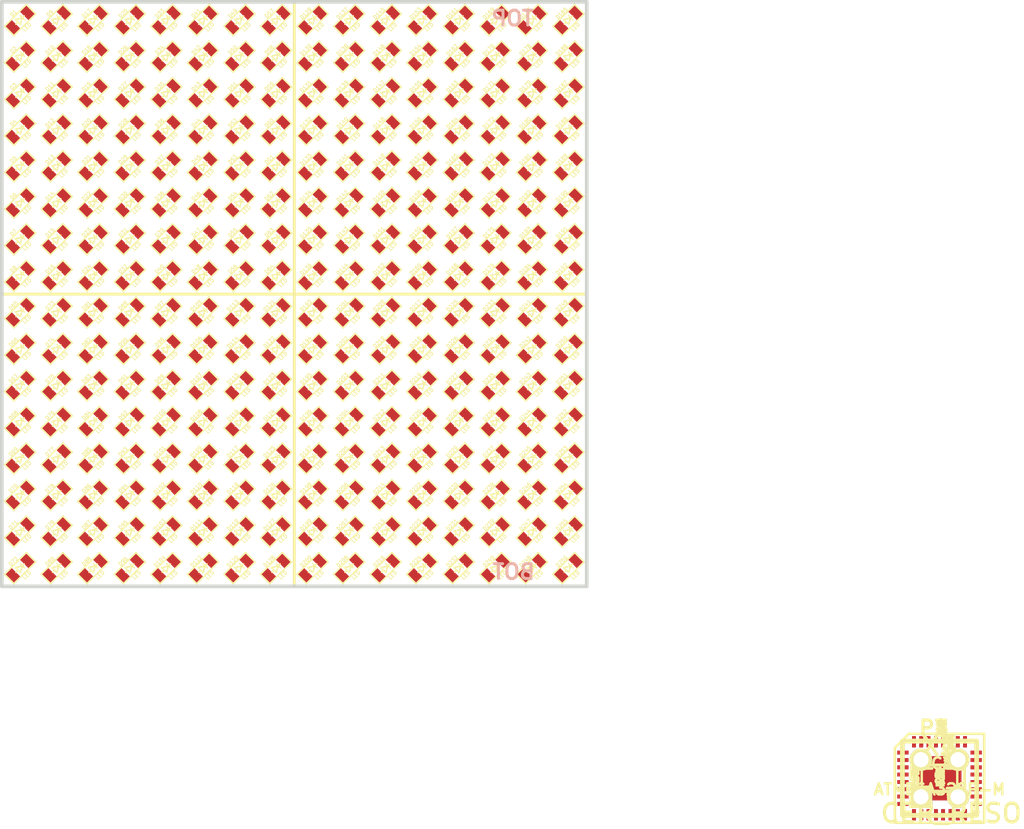
<source format=kicad_pcb>
(kicad_pcb (version 3) (host pcbnew "(2013-jul-07)-stable")
  (layers (15 F.Cu signal) (0 B.Cu signal) (18 B.Paste user) (19 F.Paste user) (20 B.SilkS user) (21 F.SilkS user) (22 B.Mask user) (23 F.Mask user) (28 Edge.Cuts user))
  (net 0 "")
  (net 1 +5V)
  (net 2 /COL0_DRV0)
  (net 3 /COL0_DRV1)
  (net 4 /COL0_DRV2)
  (net 5 /COL0_DRV3)
  (net 6 /COL1_DRV0)
  (net 7 /COL1_DRV1)
  (net 8 /COL1_DRV2)
  (net 9 /COL1_DRV3)
  (net 10 /COL2_DRV0)
  (net 11 /COL2_DRV1)
  (net 12 /COL2_DRV2)
  (net 13 /COL2_DRV3)
  (net 14 /COL3_DRV0)
  (net 15 /COL3_DRV1)
  (net 16 /COL3_DRV2)
  (net 17 /COL3_DRV3)
  (net 18 /COL4_DRV0)
  (net 19 /COL4_DRV1)
  (net 20 /COL4_DRV2)
  (net 21 /COL4_DRV3)
  (net 22 /COL5_DRV0)
  (net 23 /COL5_DRV1)
  (net 24 /COL5_DRV2)
  (net 25 /COL5_DRV3)
  (net 26 /COL6_DRV0)
  (net 27 /COL6_DRV1)
  (net 28 /COL6_DRV2)
  (net 29 /COL6_DRV3)
  (net 30 /COL7_DRV0)
  (net 31 /COL7_DRV1)
  (net 32 /COL7_DRV2)
  (net 33 /COL7_DRV3)
  (net 34 /CS0)
  (net 35 /CS1)
  (net 36 /CS2)
  (net 37 /CS3)
  (net 38 /MISO)
  (net 39 /MOSI)
  (net 40 /RESET_DRV0)
  (net 41 /RESET_DRV1)
  (net 42 /RESET_DRV3)
  (net 43 /ROW0_DRV0)
  (net 44 /ROW0_DRV1)
  (net 45 /ROW0_DRV2)
  (net 46 /ROW0_DRV3)
  (net 47 /ROW1_DRV0)
  (net 48 /ROW1_DRV1)
  (net 49 /ROW1_DRV2)
  (net 50 /ROW1_DRV3)
  (net 51 /ROW2_DRV0)
  (net 52 /ROW2_DRV1)
  (net 53 /ROW2_DRV2)
  (net 54 /ROW2_DRV3)
  (net 55 /ROW3_DRV0)
  (net 56 /ROW3_DRV1)
  (net 57 /ROW3_DRV2)
  (net 58 /ROW3_DRV3)
  (net 59 /ROW4_DRV0)
  (net 60 /ROW4_DRV1)
  (net 61 /ROW4_DRV2)
  (net 62 /ROW4_DRV3)
  (net 63 /ROW5_DRV0)
  (net 64 /ROW5_DRV1)
  (net 65 /ROW5_DRV2)
  (net 66 /ROW5_DRV3)
  (net 67 /ROW6_DRV0)
  (net 68 /ROW6_DRV1)
  (net 69 /ROW6_DRV2)
  (net 70 /ROW6_DRV3)
  (net 71 /ROW7_DRV0)
  (net 72 /ROW7_DRV1)
  (net 73 /ROW7_DRV2)
  (net 74 /ROW7_DRV3)
  (net 75 /SCK)
  (net 76 /XTAL0_DRV0)
  (net 77 /XTAL0_DRV1)
  (net 78 /XTAL0_DRV2)
  (net 79 /XTAL0_DRV3)
  (net 80 /XTAL1_DRV0)
  (net 81 /XTAL1_DRV1)
  (net 82 /XTAL1_DRV2)
  (net 83 /XTAL1_DRV3)
  (net 84 GND)
  (net 85 N-00000100)
  (net 86 N-00000103)
  (net 87 N-00000104)
  (net 88 N-00000105)
  (net 89 N-00000116)
  (net 90 N-00000118)
  (net 91 N-00000120)
  (net 92 N-00000121)
  (net 93 N-00000122)
  (net 94 N-00000123)
  (net 95 N-00000126)
  (net 96 N-00000127)
  (net 97 N-0000019)
  (net 98 N-0000020)
  (net 99 N-0000021)
  (net 100 N-0000023)
  (net 101 N-0000024)
  (net 102 N-0000025)
  (net 103 N-0000026)
  (net 104 N-0000027)
  (net 105 N-0000030)
  (net 106 N-0000031)
  (net 107 N-0000032)
  (net 108 N-0000033)
  (net 109 N-0000034)
  (net 110 N-0000035)
  (net 111 N-0000036)
  (net 112 N-0000038)
  (net 113 N-0000096)
  (net 114 N-0000097)
  (net 115 N-0000098)
  (net 116 N-0000099)
  (module SM0603_Resistor (layer F.Cu) (at 114.125001 103.130001)
    (fp_text reference R25 (at 0.0635 -0.0635 90) (layer F.SilkS) (effects (font (size 0.50038 0.4572) (thickness 0.1143))))
    (fp_text value 180 (at -1.69926 0 90) (layer F.SilkS) (effects (font (size 0.508 0.4572) (thickness 0.1143))))
    (pad 1 smd rect (at -0.762 0) (size 0.635 1.143) (layers F.Cu F.Paste F.Mask) (net 20 /COL4_DRV2))
    (pad 2 smd rect (at 0.762 0) (size 0.635 1.143) (layers F.Cu F.Paste F.Mask) (net 98 N-0000020))
  )
  (module SM0603_Resistor (layer F.Cu) (at 114.125001 103.130001)
    (fp_text reference R15 (at 0.0635 -0.0635 90) (layer F.SilkS) (effects (font (size 0.50038 0.4572) (thickness 0.1143))))
    (fp_text value 180 (at -1.69926 0 90) (layer F.SilkS) (effects (font (size 0.508 0.4572) (thickness 0.1143))))
    (pad 1 smd rect (at -0.762 0) (size 0.635 1.143) (layers F.Cu F.Paste F.Mask) (net 11 /COL2_DRV1))
    (pad 2 smd rect (at 0.762 0) (size 0.635 1.143) (layers F.Cu F.Paste F.Mask) (net 88 N-00000105))
  )
  (module SM0603_Resistor (layer F.Cu) (at 114.125001 103.130001)
    (fp_text reference R13 (at 0.0635 -0.0635 90) (layer F.SilkS) (effects (font (size 0.50038 0.4572) (thickness 0.1143))))
    (fp_text value 180 (at -1.69926 0 90) (layer F.SilkS) (effects (font (size 0.508 0.4572) (thickness 0.1143))))
    (pad 1 smd rect (at -0.762 0) (size 0.635 1.143) (layers F.Cu F.Paste F.Mask) (net 3 /COL0_DRV1))
    (pad 2 smd rect (at 0.762 0) (size 0.635 1.143) (layers F.Cu F.Paste F.Mask) (net 86 N-00000103))
  )
  (module SM0603_Resistor (layer F.Cu) (at 114.125001 103.130001)
    (fp_text reference R16 (at 0.0635 -0.0635 90) (layer F.SilkS) (effects (font (size 0.50038 0.4572) (thickness 0.1143))))
    (fp_text value 180 (at -1.69926 0 90) (layer F.SilkS) (effects (font (size 0.508 0.4572) (thickness 0.1143))))
    (pad 1 smd rect (at -0.762 0) (size 0.635 1.143) (layers F.Cu F.Paste F.Mask) (net 15 /COL3_DRV1))
    (pad 2 smd rect (at 0.762 0) (size 0.635 1.143) (layers F.Cu F.Paste F.Mask) (net 114 N-0000097))
  )
  (module SM0603_Resistor (layer F.Cu) (at 114.125001 103.130001)
    (fp_text reference R17 (at 0.0635 -0.0635 90) (layer F.SilkS) (effects (font (size 0.50038 0.4572) (thickness 0.1143))))
    (fp_text value 180 (at -1.69926 0 90) (layer F.SilkS) (effects (font (size 0.508 0.4572) (thickness 0.1143))))
    (pad 1 smd rect (at -0.762 0) (size 0.635 1.143) (layers F.Cu F.Paste F.Mask) (net 19 /COL4_DRV1))
    (pad 2 smd rect (at 0.762 0) (size 0.635 1.143) (layers F.Cu F.Paste F.Mask) (net 115 N-0000098))
  )
  (module SM0603_Resistor (layer F.Cu) (at 114.125001 103.130001)
    (fp_text reference R18 (at 0.0635 -0.0635 90) (layer F.SilkS) (effects (font (size 0.50038 0.4572) (thickness 0.1143))))
    (fp_text value 180 (at -1.69926 0 90) (layer F.SilkS) (effects (font (size 0.508 0.4572) (thickness 0.1143))))
    (pad 1 smd rect (at -0.762 0) (size 0.635 1.143) (layers F.Cu F.Paste F.Mask) (net 23 /COL5_DRV1))
    (pad 2 smd rect (at 0.762 0) (size 0.635 1.143) (layers F.Cu F.Paste F.Mask) (net 113 N-0000096))
  )
  (module SM0603_Resistor (layer F.Cu) (at 114.125001 103.130001)
    (fp_text reference R19 (at 0.0635 -0.0635 90) (layer F.SilkS) (effects (font (size 0.50038 0.4572) (thickness 0.1143))))
    (fp_text value 180 (at -1.69926 0 90) (layer F.SilkS) (effects (font (size 0.508 0.4572) (thickness 0.1143))))
    (pad 1 smd rect (at -0.762 0) (size 0.635 1.143) (layers F.Cu F.Paste F.Mask) (net 27 /COL6_DRV1))
    (pad 2 smd rect (at 0.762 0) (size 0.635 1.143) (layers F.Cu F.Paste F.Mask) (net 116 N-0000099))
  )
  (module SM0603_Resistor (layer F.Cu) (at 114.125001 103.130001)
    (fp_text reference R20 (at 0.0635 -0.0635 90) (layer F.SilkS) (effects (font (size 0.50038 0.4572) (thickness 0.1143))))
    (fp_text value 180 (at -1.69926 0 90) (layer F.SilkS) (effects (font (size 0.508 0.4572) (thickness 0.1143))))
    (pad 1 smd rect (at -0.762 0) (size 0.635 1.143) (layers F.Cu F.Paste F.Mask) (net 31 /COL7_DRV1))
    (pad 2 smd rect (at 0.762 0) (size 0.635 1.143) (layers F.Cu F.Paste F.Mask) (net 85 N-00000100))
  )
  (module SM0603_Resistor (layer F.Cu) (at 114.125001 103.130001)
    (fp_text reference R22 (at 0.0635 -0.0635 90) (layer F.SilkS) (effects (font (size 0.50038 0.4572) (thickness 0.1143))))
    (fp_text value 180 (at -1.69926 0 90) (layer F.SilkS) (effects (font (size 0.508 0.4572) (thickness 0.1143))))
    (pad 1 smd rect (at -0.762 0) (size 0.635 1.143) (layers F.Cu F.Paste F.Mask) (net 8 /COL1_DRV2))
    (pad 2 smd rect (at 0.762 0) (size 0.635 1.143) (layers F.Cu F.Paste F.Mask) (net 103 N-0000026))
  )
  (module SM0603_Resistor (layer F.Cu) (at 114.125001 103.130001)
    (fp_text reference R23 (at 0.0635 -0.0635 90) (layer F.SilkS) (effects (font (size 0.50038 0.4572) (thickness 0.1143))))
    (fp_text value 180 (at -1.69926 0 90) (layer F.SilkS) (effects (font (size 0.508 0.4572) (thickness 0.1143))))
    (pad 1 smd rect (at -0.762 0) (size 0.635 1.143) (layers F.Cu F.Paste F.Mask) (net 12 /COL2_DRV2))
    (pad 2 smd rect (at 0.762 0) (size 0.635 1.143) (layers F.Cu F.Paste F.Mask) (net 104 N-0000027))
  )
  (module SM0603_Resistor (layer F.Cu) (at 114.125001 103.130001)
    (fp_text reference R21 (at 0.0635 -0.0635 90) (layer F.SilkS) (effects (font (size 0.50038 0.4572) (thickness 0.1143))))
    (fp_text value 180 (at -1.69926 0 90) (layer F.SilkS) (effects (font (size 0.508 0.4572) (thickness 0.1143))))
    (pad 1 smd rect (at -0.762 0) (size 0.635 1.143) (layers F.Cu F.Paste F.Mask) (net 4 /COL0_DRV2))
    (pad 2 smd rect (at 0.762 0) (size 0.635 1.143) (layers F.Cu F.Paste F.Mask) (net 102 N-0000025))
  )
  (module SM0603_Resistor (layer F.Cu) (at 114.125001 103.130001)
    (fp_text reference R24 (at 0.0635 -0.0635 90) (layer F.SilkS) (effects (font (size 0.50038 0.4572) (thickness 0.1143))))
    (fp_text value 180 (at -1.69926 0 90) (layer F.SilkS) (effects (font (size 0.508 0.4572) (thickness 0.1143))))
    (pad 1 smd rect (at -0.762 0) (size 0.635 1.143) (layers F.Cu F.Paste F.Mask) (net 16 /COL3_DRV2))
    (pad 2 smd rect (at 0.762 0) (size 0.635 1.143) (layers F.Cu F.Paste F.Mask) (net 101 N-0000024))
  )
  (module SM0603_Resistor (layer F.Cu) (at 114.125001 103.130001)
    (fp_text reference R1 (at 0.0635 -0.0635 90) (layer F.SilkS) (effects (font (size 0.50038 0.4572) (thickness 0.1143))))
    (fp_text value 4.7k (at -1.69926 0 90) (layer F.SilkS) (effects (font (size 0.508 0.4572) (thickness 0.1143))))
    (pad 1 smd rect (at -0.762 0) (size 0.635 1.143) (layers F.Cu F.Paste F.Mask) (net 40 /RESET_DRV0))
    (pad 2 smd rect (at 0.762 0) (size 0.635 1.143) (layers F.Cu F.Paste F.Mask) (net 1 +5V))
  )
  (module SM0603_Resistor (layer F.Cu) (at 114.125001 103.130001)
    (fp_text reference R26 (at 0.0635 -0.0635 90) (layer F.SilkS) (effects (font (size 0.50038 0.4572) (thickness 0.1143))))
    (fp_text value 180 (at -1.69926 0 90) (layer F.SilkS) (effects (font (size 0.508 0.4572) (thickness 0.1143))))
    (pad 1 smd rect (at -0.762 0) (size 0.635 1.143) (layers F.Cu F.Paste F.Mask) (net 24 /COL5_DRV2))
    (pad 2 smd rect (at 0.762 0) (size 0.635 1.143) (layers F.Cu F.Paste F.Mask) (net 99 N-0000021))
  )
  (module SM0603_Resistor (layer F.Cu) (at 114.125001 103.130001)
    (fp_text reference R27 (at 0.0635 -0.0635 90) (layer F.SilkS) (effects (font (size 0.50038 0.4572) (thickness 0.1143))))
    (fp_text value 180 (at -1.69926 0 90) (layer F.SilkS) (effects (font (size 0.508 0.4572) (thickness 0.1143))))
    (pad 1 smd rect (at -0.762 0) (size 0.635 1.143) (layers F.Cu F.Paste F.Mask) (net 28 /COL6_DRV2))
    (pad 2 smd rect (at 0.762 0) (size 0.635 1.143) (layers F.Cu F.Paste F.Mask) (net 100 N-0000023))
  )
  (module SM0603_Resistor (layer F.Cu) (at 114.125001 103.130001)
    (fp_text reference R28 (at 0.0635 -0.0635 90) (layer F.SilkS) (effects (font (size 0.50038 0.4572) (thickness 0.1143))))
    (fp_text value 180 (at -1.69926 0 90) (layer F.SilkS) (effects (font (size 0.508 0.4572) (thickness 0.1143))))
    (pad 1 smd rect (at -0.762 0) (size 0.635 1.143) (layers F.Cu F.Paste F.Mask) (net 32 /COL7_DRV2))
    (pad 2 smd rect (at 0.762 0) (size 0.635 1.143) (layers F.Cu F.Paste F.Mask) (net 97 N-0000019))
  )
  (module SM0603_Resistor (layer F.Cu) (at 114.125001 103.130001)
    (fp_text reference R30 (at 0.0635 -0.0635 90) (layer F.SilkS) (effects (font (size 0.50038 0.4572) (thickness 0.1143))))
    (fp_text value 180 (at -1.69926 0 90) (layer F.SilkS) (effects (font (size 0.508 0.4572) (thickness 0.1143))))
    (pad 1 smd rect (at -0.762 0) (size 0.635 1.143) (layers F.Cu F.Paste F.Mask) (net 9 /COL1_DRV3))
    (pad 2 smd rect (at 0.762 0) (size 0.635 1.143) (layers F.Cu F.Paste F.Mask) (net 112 N-0000038))
  )
  (module SM0603_Resistor (layer F.Cu) (at 114.125001 103.130001)
    (fp_text reference R31 (at 0.0635 -0.0635 90) (layer F.SilkS) (effects (font (size 0.50038 0.4572) (thickness 0.1143))))
    (fp_text value 180 (at -1.69926 0 90) (layer F.SilkS) (effects (font (size 0.508 0.4572) (thickness 0.1143))))
    (pad 1 smd rect (at -0.762 0) (size 0.635 1.143) (layers F.Cu F.Paste F.Mask) (net 13 /COL2_DRV3))
    (pad 2 smd rect (at 0.762 0) (size 0.635 1.143) (layers F.Cu F.Paste F.Mask) (net 106 N-0000031))
  )
  (module SM0603_Resistor (layer F.Cu) (at 114.125001 103.130001)
    (fp_text reference R29 (at 0.0635 -0.0635 90) (layer F.SilkS) (effects (font (size 0.50038 0.4572) (thickness 0.1143))))
    (fp_text value 180 (at -1.69926 0 90) (layer F.SilkS) (effects (font (size 0.508 0.4572) (thickness 0.1143))))
    (pad 1 smd rect (at -0.762 0) (size 0.635 1.143) (layers F.Cu F.Paste F.Mask) (net 5 /COL0_DRV3))
    (pad 2 smd rect (at 0.762 0) (size 0.635 1.143) (layers F.Cu F.Paste F.Mask) (net 105 N-0000030))
  )
  (module SM0603_Resistor (layer F.Cu) (at 114.125001 103.130001)
    (fp_text reference R32 (at 0.0635 -0.0635 90) (layer F.SilkS) (effects (font (size 0.50038 0.4572) (thickness 0.1143))))
    (fp_text value 180 (at -1.69926 0 90) (layer F.SilkS) (effects (font (size 0.508 0.4572) (thickness 0.1143))))
    (pad 1 smd rect (at -0.762 0) (size 0.635 1.143) (layers F.Cu F.Paste F.Mask) (net 17 /COL3_DRV3))
    (pad 2 smd rect (at 0.762 0) (size 0.635 1.143) (layers F.Cu F.Paste F.Mask) (net 107 N-0000032))
  )
  (module SM0603_Resistor (layer F.Cu) (at 114.125001 103.130001)
    (fp_text reference R33 (at 0.0635 -0.0635 90) (layer F.SilkS) (effects (font (size 0.50038 0.4572) (thickness 0.1143))))
    (fp_text value 180 (at -1.69926 0 90) (layer F.SilkS) (effects (font (size 0.508 0.4572) (thickness 0.1143))))
    (pad 1 smd rect (at -0.762 0) (size 0.635 1.143) (layers F.Cu F.Paste F.Mask) (net 21 /COL4_DRV3))
    (pad 2 smd rect (at 0.762 0) (size 0.635 1.143) (layers F.Cu F.Paste F.Mask) (net 111 N-0000036))
  )
  (module SM0603_Resistor (layer F.Cu) (at 114.125001 103.130001)
    (fp_text reference R34 (at 0.0635 -0.0635 90) (layer F.SilkS) (effects (font (size 0.50038 0.4572) (thickness 0.1143))))
    (fp_text value 180 (at -1.69926 0 90) (layer F.SilkS) (effects (font (size 0.508 0.4572) (thickness 0.1143))))
    (pad 1 smd rect (at -0.762 0) (size 0.635 1.143) (layers F.Cu F.Paste F.Mask) (net 25 /COL5_DRV3))
    (pad 2 smd rect (at 0.762 0) (size 0.635 1.143) (layers F.Cu F.Paste F.Mask) (net 108 N-0000033))
  )
  (module SM0603_Resistor (layer F.Cu) (at 114.125001 103.130001)
    (fp_text reference R35 (at 0.0635 -0.0635 90) (layer F.SilkS) (effects (font (size 0.50038 0.4572) (thickness 0.1143))))
    (fp_text value 180 (at -1.69926 0 90) (layer F.SilkS) (effects (font (size 0.508 0.4572) (thickness 0.1143))))
    (pad 1 smd rect (at -0.762 0) (size 0.635 1.143) (layers F.Cu F.Paste F.Mask) (net 29 /COL6_DRV3))
    (pad 2 smd rect (at 0.762 0) (size 0.635 1.143) (layers F.Cu F.Paste F.Mask) (net 109 N-0000034))
  )
  (module SM0603_Resistor (layer F.Cu) (at 114.125001 103.130001)
    (fp_text reference R36 (at 0.0635 -0.0635 90) (layer F.SilkS) (effects (font (size 0.50038 0.4572) (thickness 0.1143))))
    (fp_text value 180 (at -1.69926 0 90) (layer F.SilkS) (effects (font (size 0.508 0.4572) (thickness 0.1143))))
    (pad 1 smd rect (at -0.762 0) (size 0.635 1.143) (layers F.Cu F.Paste F.Mask) (net 33 /COL7_DRV3))
    (pad 2 smd rect (at 0.762 0) (size 0.635 1.143) (layers F.Cu F.Paste F.Mask) (net 110 N-0000035))
  )
  (module SM0603_Resistor (layer F.Cu) (at 114.125001 103.130001)
    (fp_text reference R12 (at 0.0635 -0.0635 90) (layer F.SilkS) (effects (font (size 0.50038 0.4572) (thickness 0.1143))))
    (fp_text value 180 (at -1.69926 0 90) (layer F.SilkS) (effects (font (size 0.508 0.4572) (thickness 0.1143))))
    (pad 1 smd rect (at -0.762 0) (size 0.635 1.143) (layers F.Cu F.Paste F.Mask) (net 30 /COL7_DRV0))
    (pad 2 smd rect (at 0.762 0) (size 0.635 1.143) (layers F.Cu F.Paste F.Mask) (net 94 N-00000123))
  )
  (module SM0603_Resistor (layer F.Cu) (at 114.125001 103.130001)
    (fp_text reference R11 (at 0.0635 -0.0635 90) (layer F.SilkS) (effects (font (size 0.50038 0.4572) (thickness 0.1143))))
    (fp_text value 180 (at -1.69926 0 90) (layer F.SilkS) (effects (font (size 0.508 0.4572) (thickness 0.1143))))
    (pad 1 smd rect (at -0.762 0) (size 0.635 1.143) (layers F.Cu F.Paste F.Mask) (net 26 /COL6_DRV0))
    (pad 2 smd rect (at 0.762 0) (size 0.635 1.143) (layers F.Cu F.Paste F.Mask) (net 93 N-00000122))
  )
  (module SM0603_Resistor (layer F.Cu) (at 114.125001 103.130001)
    (fp_text reference R10 (at 0.0635 -0.0635 90) (layer F.SilkS) (effects (font (size 0.50038 0.4572) (thickness 0.1143))))
    (fp_text value 180 (at -1.69926 0 90) (layer F.SilkS) (effects (font (size 0.508 0.4572) (thickness 0.1143))))
    (pad 1 smd rect (at -0.762 0) (size 0.635 1.143) (layers F.Cu F.Paste F.Mask) (net 22 /COL5_DRV0))
    (pad 2 smd rect (at 0.762 0) (size 0.635 1.143) (layers F.Cu F.Paste F.Mask) (net 92 N-00000121))
  )
  (module SM0603_Resistor (layer F.Cu) (at 114.125001 103.130001)
    (fp_text reference R9 (at 0.0635 -0.0635 90) (layer F.SilkS) (effects (font (size 0.50038 0.4572) (thickness 0.1143))))
    (fp_text value 180 (at -1.69926 0 90) (layer F.SilkS) (effects (font (size 0.508 0.4572) (thickness 0.1143))))
    (pad 1 smd rect (at -0.762 0) (size 0.635 1.143) (layers F.Cu F.Paste F.Mask) (net 18 /COL4_DRV0))
    (pad 2 smd rect (at 0.762 0) (size 0.635 1.143) (layers F.Cu F.Paste F.Mask) (net 91 N-00000120))
  )
  (module SM0603_Resistor (layer F.Cu) (at 114.125001 103.130001)
    (fp_text reference R8 (at 0.0635 -0.0635 90) (layer F.SilkS) (effects (font (size 0.50038 0.4572) (thickness 0.1143))))
    (fp_text value 180 (at -1.69926 0 90) (layer F.SilkS) (effects (font (size 0.508 0.4572) (thickness 0.1143))))
    (pad 1 smd rect (at -0.762 0) (size 0.635 1.143) (layers F.Cu F.Paste F.Mask) (net 14 /COL3_DRV0))
    (pad 2 smd rect (at 0.762 0) (size 0.635 1.143) (layers F.Cu F.Paste F.Mask) (net 90 N-00000118))
  )
  (module SM0603_Resistor (layer F.Cu) (at 114.125001 103.130001)
    (fp_text reference R5 (at 0.0635 -0.0635 90) (layer F.SilkS) (effects (font (size 0.50038 0.4572) (thickness 0.1143))))
    (fp_text value 180 (at -1.69926 0 90) (layer F.SilkS) (effects (font (size 0.508 0.4572) (thickness 0.1143))))
    (pad 1 smd rect (at -0.762 0) (size 0.635 1.143) (layers F.Cu F.Paste F.Mask) (net 2 /COL0_DRV0))
    (pad 2 smd rect (at 0.762 0) (size 0.635 1.143) (layers F.Cu F.Paste F.Mask) (net 95 N-00000126))
  )
  (module SM0603_Resistor (layer F.Cu) (at 114.125001 103.130001)
    (fp_text reference R7 (at 0.0635 -0.0635 90) (layer F.SilkS) (effects (font (size 0.50038 0.4572) (thickness 0.1143))))
    (fp_text value 180 (at -1.69926 0 90) (layer F.SilkS) (effects (font (size 0.508 0.4572) (thickness 0.1143))))
    (pad 1 smd rect (at -0.762 0) (size 0.635 1.143) (layers F.Cu F.Paste F.Mask) (net 10 /COL2_DRV0))
    (pad 2 smd rect (at 0.762 0) (size 0.635 1.143) (layers F.Cu F.Paste F.Mask) (net 89 N-00000116))
  )
  (module SM0603_Resistor (layer F.Cu) (at 114.125001 103.130001)
    (fp_text reference R6 (at 0.0635 -0.0635 90) (layer F.SilkS) (effects (font (size 0.50038 0.4572) (thickness 0.1143))))
    (fp_text value 180 (at -1.69926 0 90) (layer F.SilkS) (effects (font (size 0.508 0.4572) (thickness 0.1143))))
    (pad 1 smd rect (at -0.762 0) (size 0.635 1.143) (layers F.Cu F.Paste F.Mask) (net 6 /COL1_DRV0))
    (pad 2 smd rect (at 0.762 0) (size 0.635 1.143) (layers F.Cu F.Paste F.Mask) (net 96 N-00000127))
  )
  (module SM0603_Resistor (layer F.Cu) (at 114.125001 103.130001)
    (fp_text reference R2 (at 0.0635 -0.0635 90) (layer F.SilkS) (effects (font (size 0.50038 0.4572) (thickness 0.1143))))
    (fp_text value 4.7k (at -1.69926 0 90) (layer F.SilkS) (effects (font (size 0.508 0.4572) (thickness 0.1143))))
    (pad 1 smd rect (at -0.762 0) (size 0.635 1.143) (layers F.Cu F.Paste F.Mask) (net 41 /RESET_DRV1))
    (pad 2 smd rect (at 0.762 0) (size 0.635 1.143) (layers F.Cu F.Paste F.Mask) (net 1 +5V))
  )
  (module SM0603_Resistor (layer F.Cu) (at 114.125001 103.130001)
    (fp_text reference R3 (at 0.0635 -0.0635 90) (layer F.SilkS) (effects (font (size 0.50038 0.4572) (thickness 0.1143))))
    (fp_text value 4.7k (at -1.69926 0 90) (layer F.SilkS) (effects (font (size 0.508 0.4572) (thickness 0.1143))))
    (pad 1 smd rect (at -0.762 0) (size 0.635 1.143) (layers F.Cu F.Paste F.Mask) (net 40 /RESET_DRV0))
    (pad 2 smd rect (at 0.762 0) (size 0.635 1.143) (layers F.Cu F.Paste F.Mask) (net 1 +5V))
  )
  (module SM0603_Resistor (layer F.Cu) (at 114.125001 103.130001)
    (fp_text reference R14 (at 0.0635 -0.0635 90) (layer F.SilkS) (effects (font (size 0.50038 0.4572) (thickness 0.1143))))
    (fp_text value 180 (at -1.69926 0 90) (layer F.SilkS) (effects (font (size 0.508 0.4572) (thickness 0.1143))))
    (pad 1 smd rect (at -0.762 0) (size 0.635 1.143) (layers F.Cu F.Paste F.Mask) (net 7 /COL1_DRV1))
    (pad 2 smd rect (at 0.762 0) (size 0.635 1.143) (layers F.Cu F.Paste F.Mask) (net 87 N-00000104))
  )
  (module SM0603_Resistor (layer F.Cu) (at 114.125001 103.130001)
    (fp_text reference R4 (at 0.0635 -0.0635 90) (layer F.SilkS) (effects (font (size 0.50038 0.4572) (thickness 0.1143))))
    (fp_text value 4.7k (at -1.69926 0 90) (layer F.SilkS) (effects (font (size 0.508 0.4572) (thickness 0.1143))))
    (pad 1 smd rect (at -0.762 0) (size 0.635 1.143) (layers F.Cu F.Paste F.Mask) (net 42 /RESET_DRV3))
    (pad 2 smd rect (at 0.762 0) (size 0.635 1.143) (layers F.Cu F.Paste F.Mask) (net 1 +5V))
  )
  (module SM0603_Capa (layer F.Cu) (at 114.125001 103.130001)
    (fp_text reference C1 (at 0 0 90) (layer F.SilkS) (effects (font (size 0.508 0.4572) (thickness 0.1143))))
    (fp_text value 0.1uF (at -1.651 0 90) (layer F.SilkS) (effects (font (size 0.508 0.4572) (thickness 0.1143))))
    (pad 1 smd rect (at -0.762 0) (size 0.635 1.143) (layers F.Cu F.Paste F.Mask) (net 1 +5V))
    (pad 2 smd rect (at 0.762 0) (size 0.635 1.143) (layers F.Cu F.Paste F.Mask) (net 84 GND))
  )
  (module SM0603_Capa (layer F.Cu) (at 114.125001 103.130001)
    (fp_text reference C2 (at 0 0 90) (layer F.SilkS) (effects (font (size 0.508 0.4572) (thickness 0.1143))))
    (fp_text value 0.1uF (at -1.651 0 90) (layer F.SilkS) (effects (font (size 0.508 0.4572) (thickness 0.1143))))
    (pad 1 smd rect (at -0.762 0) (size 0.635 1.143) (layers F.Cu F.Paste F.Mask) (net 1 +5V))
    (pad 2 smd rect (at 0.762 0) (size 0.635 1.143) (layers F.Cu F.Paste F.Mask) (net 84 GND))
  )
  (module SM0603_Capa (layer F.Cu) (at 114.125001 103.130001)
    (fp_text reference C3 (at 0 0 90) (layer F.SilkS) (effects (font (size 0.508 0.4572) (thickness 0.1143))))
    (fp_text value 0.1uF (at -1.651 0 90) (layer F.SilkS) (effects (font (size 0.508 0.4572) (thickness 0.1143))))
    (pad 1 smd rect (at -0.762 0) (size 0.635 1.143) (layers F.Cu F.Paste F.Mask) (net 1 +5V))
    (pad 2 smd rect (at 0.762 0) (size 0.635 1.143) (layers F.Cu F.Paste F.Mask) (net 84 GND))
  )
  (module SM0603_Capa (layer F.Cu) (at 114.125001 103.130001)
    (fp_text reference C4 (at 0 0 90) (layer F.SilkS) (effects (font (size 0.508 0.4572) (thickness 0.1143))))
    (fp_text value 0.1uF (at -1.651 0 90) (layer F.SilkS) (effects (font (size 0.508 0.4572) (thickness 0.1143))))
    (pad 1 smd rect (at -0.762 0) (size 0.635 1.143) (layers F.Cu F.Paste F.Mask) (net 1 +5V))
    (pad 2 smd rect (at 0.762 0) (size 0.635 1.143) (layers F.Cu F.Paste F.Mask) (net 84 GND))
  )
  (module QFN32 (layer F.Cu) (at 114.125001 103.130001)
    (fp_text reference IC2 (at 0 -1.016) (layer F.SilkS) (effects (font (size 0.762 0.762) (thickness 0.1524))))
    (fp_text value ATMEGA328P-M (at 0 0.762) (layer F.SilkS) (effects (font (size 0.762 0.762) (thickness 0.1524))))
    (pad 31 smd rect (at -1.24968 -2.49936) (size 0.254 0.762) (layers F.Cu F.Paste F.Mask) (net 7 /COL1_DRV1))
    (pad 30 smd rect (at -0.7493 -2.49936) (size 0.254 0.762) (layers F.Cu F.Paste F.Mask) (net 3 /COL0_DRV1))
    (pad 29 smd rect (at -0.24892 -2.49936) (size 0.254 0.762) (layers F.Cu F.Paste F.Mask) (net 41 /RESET_DRV1))
    (pad 32 smd rect (at -1.75006 -2.49936) (size 0.254 0.762) (layers F.Cu F.Paste F.Mask) (net 11 /COL2_DRV1))
    (pad 1 smd rect (at -2.49936 -1.75006 90) (size 0.254 0.762) (layers F.Cu F.Paste F.Mask) (net 15 /COL3_DRV1))
    (pad 2 smd rect (at -2.49936 -1.24968 90) (size 0.254 0.762) (layers F.Cu F.Paste F.Mask) (net 19 /COL4_DRV1))
    (pad 3 smd rect (at -2.49936 -0.7493 90) (size 0.254 0.762) (layers F.Cu F.Paste F.Mask) (net 84 GND))
    (pad 4 smd rect (at -2.49936 -0.24892 90) (size 0.254 0.762) (layers F.Cu F.Paste F.Mask) (net 1 +5V))
    (pad 5 smd rect (at -2.49936 0.24892 90) (size 0.254 0.762) (layers F.Cu F.Paste F.Mask) (net 84 GND))
    (pad 6 smd rect (at -2.49936 0.7493 90) (size 0.254 0.762) (layers F.Cu F.Paste F.Mask) (net 1 +5V))
    (pad 7 smd rect (at -2.49936 1.24968 90) (size 0.254 0.762) (layers F.Cu F.Paste F.Mask) (net 77 /XTAL0_DRV1))
    (pad 8 smd rect (at -2.49936 1.75006 90) (size 0.254 0.762) (layers F.Cu F.Paste F.Mask) (net 81 /XTAL1_DRV1))
    (pad 16 smd rect (at 1.75006 2.49936) (size 0.254 0.762) (layers F.Cu F.Paste F.Mask) (net 38 /MISO))
    (pad 9 smd rect (at -1.75006 2.49936) (size 0.254 0.762) (layers F.Cu F.Paste F.Mask) (net 23 /COL5_DRV1))
    (pad 10 smd rect (at -1.24968 2.49936) (size 0.254 0.762) (layers F.Cu F.Paste F.Mask) (net 27 /COL6_DRV1))
    (pad 11 smd rect (at -0.7493 2.49936) (size 0.254 0.762) (layers F.Cu F.Paste F.Mask) (net 31 /COL7_DRV1))
    (pad 12 smd rect (at -0.24892 2.49936) (size 0.254 0.762) (layers F.Cu F.Paste F.Mask) (net 68 /ROW6_DRV1))
    (pad 13 smd rect (at 0.24892 2.49936) (size 0.254 0.762) (layers F.Cu F.Paste F.Mask) (net 72 /ROW7_DRV1))
    (pad 14 smd rect (at 0.7493 2.49936) (size 0.254 0.762) (layers F.Cu F.Paste F.Mask) (net 35 /CS1))
    (pad 15 smd rect (at 1.24968 2.49936) (size 0.254 0.762) (layers F.Cu F.Paste F.Mask) (net 39 /MOSI))
    (pad 17 smd rect (at 2.49936 1.75006 90) (size 0.254 0.762) (layers F.Cu F.Paste F.Mask) (net 75 /SCK))
    (pad 18 smd rect (at 2.49936 1.24968 90) (size 0.254 0.762) (layers F.Cu F.Paste F.Mask) (net 1 +5V))
    (pad 19 smd rect (at 2.49936 0.7493 90) (size 0.254 0.762) (layers F.Cu F.Paste F.Mask))
    (pad 20 smd rect (at 2.49936 0.24892 90) (size 0.254 0.762) (layers F.Cu F.Paste F.Mask) (net 1 +5V))
    (pad 21 smd rect (at 2.49936 -0.24892 90) (size 0.254 0.762) (layers F.Cu F.Paste F.Mask) (net 84 GND))
    (pad 22 smd rect (at 2.49936 -0.7493 90) (size 0.254 0.762) (layers F.Cu F.Paste F.Mask))
    (pad 23 smd rect (at 2.49936 -1.24968 90) (size 0.254 0.762) (layers F.Cu F.Paste F.Mask) (net 44 /ROW0_DRV1))
    (pad 24 smd rect (at 2.49936 -1.75006 90) (size 0.254 0.762) (layers F.Cu F.Paste F.Mask) (net 48 /ROW1_DRV1))
    (pad 25 smd rect (at 1.75006 -2.49936) (size 0.254 0.762) (layers F.Cu F.Paste F.Mask) (net 52 /ROW2_DRV1))
    (pad 26 smd rect (at 1.24968 -2.49936) (size 0.254 0.762) (layers F.Cu F.Paste F.Mask) (net 56 /ROW3_DRV1))
    (pad 27 smd rect (at 0.7493 -2.49936) (size 0.254 0.762) (layers F.Cu F.Paste F.Mask) (net 60 /ROW4_DRV1))
    (pad 28 smd rect (at 0.24892 -2.49936) (size 0.254 0.762) (layers F.Cu F.Paste F.Mask) (net 64 /ROW5_DRV1))
    (pad 33 smd rect (at 0 0) (size 2.99974 2.99974) (layers F.Cu F.Paste F.Mask) (net 84 GND))
  )
  (module QFN32 (layer F.Cu) (at 114.125001 103.130001)
    (fp_text reference IC1 (at 0 -1.016) (layer F.SilkS) (effects (font (size 0.762 0.762) (thickness 0.1524))))
    (fp_text value ATMEGA328P-M (at 0 0.762) (layer F.SilkS) (effects (font (size 0.762 0.762) (thickness 0.1524))))
    (pad 31 smd rect (at -1.24968 -2.49936) (size 0.254 0.762) (layers F.Cu F.Paste F.Mask) (net 6 /COL1_DRV0))
    (pad 30 smd rect (at -0.7493 -2.49936) (size 0.254 0.762) (layers F.Cu F.Paste F.Mask) (net 2 /COL0_DRV0))
    (pad 29 smd rect (at -0.24892 -2.49936) (size 0.254 0.762) (layers F.Cu F.Paste F.Mask) (net 40 /RESET_DRV0))
    (pad 32 smd rect (at -1.75006 -2.49936) (size 0.254 0.762) (layers F.Cu F.Paste F.Mask) (net 10 /COL2_DRV0))
    (pad 1 smd rect (at -2.49936 -1.75006 90) (size 0.254 0.762) (layers F.Cu F.Paste F.Mask) (net 14 /COL3_DRV0))
    (pad 2 smd rect (at -2.49936 -1.24968 90) (size 0.254 0.762) (layers F.Cu F.Paste F.Mask) (net 18 /COL4_DRV0))
    (pad 3 smd rect (at -2.49936 -0.7493 90) (size 0.254 0.762) (layers F.Cu F.Paste F.Mask) (net 84 GND))
    (pad 4 smd rect (at -2.49936 -0.24892 90) (size 0.254 0.762) (layers F.Cu F.Paste F.Mask) (net 1 +5V))
    (pad 5 smd rect (at -2.49936 0.24892 90) (size 0.254 0.762) (layers F.Cu F.Paste F.Mask) (net 84 GND))
    (pad 6 smd rect (at -2.49936 0.7493 90) (size 0.254 0.762) (layers F.Cu F.Paste F.Mask) (net 1 +5V))
    (pad 7 smd rect (at -2.49936 1.24968 90) (size 0.254 0.762) (layers F.Cu F.Paste F.Mask) (net 76 /XTAL0_DRV0))
    (pad 8 smd rect (at -2.49936 1.75006 90) (size 0.254 0.762) (layers F.Cu F.Paste F.Mask) (net 80 /XTAL1_DRV0))
    (pad 16 smd rect (at 1.75006 2.49936) (size 0.254 0.762) (layers F.Cu F.Paste F.Mask) (net 38 /MISO))
    (pad 9 smd rect (at -1.75006 2.49936) (size 0.254 0.762) (layers F.Cu F.Paste F.Mask) (net 22 /COL5_DRV0))
    (pad 10 smd rect (at -1.24968 2.49936) (size 0.254 0.762) (layers F.Cu F.Paste F.Mask) (net 26 /COL6_DRV0))
    (pad 11 smd rect (at -0.7493 2.49936) (size 0.254 0.762) (layers F.Cu F.Paste F.Mask) (net 30 /COL7_DRV0))
    (pad 12 smd rect (at -0.24892 2.49936) (size 0.254 0.762) (layers F.Cu F.Paste F.Mask) (net 67 /ROW6_DRV0))
    (pad 13 smd rect (at 0.24892 2.49936) (size 0.254 0.762) (layers F.Cu F.Paste F.Mask) (net 71 /ROW7_DRV0))
    (pad 14 smd rect (at 0.7493 2.49936) (size 0.254 0.762) (layers F.Cu F.Paste F.Mask) (net 34 /CS0))
    (pad 15 smd rect (at 1.24968 2.49936) (size 0.254 0.762) (layers F.Cu F.Paste F.Mask) (net 39 /MOSI))
    (pad 17 smd rect (at 2.49936 1.75006 90) (size 0.254 0.762) (layers F.Cu F.Paste F.Mask) (net 75 /SCK))
    (pad 18 smd rect (at 2.49936 1.24968 90) (size 0.254 0.762) (layers F.Cu F.Paste F.Mask) (net 1 +5V))
    (pad 19 smd rect (at 2.49936 0.7493 90) (size 0.254 0.762) (layers F.Cu F.Paste F.Mask))
    (pad 20 smd rect (at 2.49936 0.24892 90) (size 0.254 0.762) (layers F.Cu F.Paste F.Mask) (net 1 +5V))
    (pad 21 smd rect (at 2.49936 -0.24892 90) (size 0.254 0.762) (layers F.Cu F.Paste F.Mask) (net 84 GND))
    (pad 22 smd rect (at 2.49936 -0.7493 90) (size 0.254 0.762) (layers F.Cu F.Paste F.Mask))
    (pad 23 smd rect (at 2.49936 -1.24968 90) (size 0.254 0.762) (layers F.Cu F.Paste F.Mask) (net 43 /ROW0_DRV0))
    (pad 24 smd rect (at 2.49936 -1.75006 90) (size 0.254 0.762) (layers F.Cu F.Paste F.Mask) (net 47 /ROW1_DRV0))
    (pad 25 smd rect (at 1.75006 -2.49936) (size 0.254 0.762) (layers F.Cu F.Paste F.Mask) (net 51 /ROW2_DRV0))
    (pad 26 smd rect (at 1.24968 -2.49936) (size 0.254 0.762) (layers F.Cu F.Paste F.Mask) (net 55 /ROW3_DRV0))
    (pad 27 smd rect (at 0.7493 -2.49936) (size 0.254 0.762) (layers F.Cu F.Paste F.Mask) (net 59 /ROW4_DRV0))
    (pad 28 smd rect (at 0.24892 -2.49936) (size 0.254 0.762) (layers F.Cu F.Paste F.Mask) (net 63 /ROW5_DRV0))
    (pad 33 smd rect (at 0 0) (size 2.99974 2.99974) (layers F.Cu F.Paste F.Mask) (net 84 GND))
  )
  (module QFN32 (layer F.Cu) (at 114.125001 103.130001)
    (fp_text reference IC3 (at 0 -1.016) (layer F.SilkS) (effects (font (size 0.762 0.762) (thickness 0.1524))))
    (fp_text value ATMEGA328P-M (at 0 0.762) (layer F.SilkS) (effects (font (size 0.762 0.762) (thickness 0.1524))))
    (pad 31 smd rect (at -1.24968 -2.49936) (size 0.254 0.762) (layers F.Cu F.Paste F.Mask) (net 8 /COL1_DRV2))
    (pad 30 smd rect (at -0.7493 -2.49936) (size 0.254 0.762) (layers F.Cu F.Paste F.Mask) (net 4 /COL0_DRV2))
    (pad 29 smd rect (at -0.24892 -2.49936) (size 0.254 0.762) (layers F.Cu F.Paste F.Mask) (net 40 /RESET_DRV0))
    (pad 32 smd rect (at -1.75006 -2.49936) (size 0.254 0.762) (layers F.Cu F.Paste F.Mask) (net 12 /COL2_DRV2))
    (pad 1 smd rect (at -2.49936 -1.75006 90) (size 0.254 0.762) (layers F.Cu F.Paste F.Mask) (net 16 /COL3_DRV2))
    (pad 2 smd rect (at -2.49936 -1.24968 90) (size 0.254 0.762) (layers F.Cu F.Paste F.Mask) (net 20 /COL4_DRV2))
    (pad 3 smd rect (at -2.49936 -0.7493 90) (size 0.254 0.762) (layers F.Cu F.Paste F.Mask) (net 84 GND))
    (pad 4 smd rect (at -2.49936 -0.24892 90) (size 0.254 0.762) (layers F.Cu F.Paste F.Mask) (net 1 +5V))
    (pad 5 smd rect (at -2.49936 0.24892 90) (size 0.254 0.762) (layers F.Cu F.Paste F.Mask) (net 84 GND))
    (pad 6 smd rect (at -2.49936 0.7493 90) (size 0.254 0.762) (layers F.Cu F.Paste F.Mask) (net 1 +5V))
    (pad 7 smd rect (at -2.49936 1.24968 90) (size 0.254 0.762) (layers F.Cu F.Paste F.Mask) (net 78 /XTAL0_DRV2))
    (pad 8 smd rect (at -2.49936 1.75006 90) (size 0.254 0.762) (layers F.Cu F.Paste F.Mask) (net 82 /XTAL1_DRV2))
    (pad 16 smd rect (at 1.75006 2.49936) (size 0.254 0.762) (layers F.Cu F.Paste F.Mask) (net 38 /MISO))
    (pad 9 smd rect (at -1.75006 2.49936) (size 0.254 0.762) (layers F.Cu F.Paste F.Mask) (net 24 /COL5_DRV2))
    (pad 10 smd rect (at -1.24968 2.49936) (size 0.254 0.762) (layers F.Cu F.Paste F.Mask) (net 28 /COL6_DRV2))
    (pad 11 smd rect (at -0.7493 2.49936) (size 0.254 0.762) (layers F.Cu F.Paste F.Mask) (net 32 /COL7_DRV2))
    (pad 12 smd rect (at -0.24892 2.49936) (size 0.254 0.762) (layers F.Cu F.Paste F.Mask) (net 69 /ROW6_DRV2))
    (pad 13 smd rect (at 0.24892 2.49936) (size 0.254 0.762) (layers F.Cu F.Paste F.Mask) (net 73 /ROW7_DRV2))
    (pad 14 smd rect (at 0.7493 2.49936) (size 0.254 0.762) (layers F.Cu F.Paste F.Mask) (net 36 /CS2))
    (pad 15 smd rect (at 1.24968 2.49936) (size 0.254 0.762) (layers F.Cu F.Paste F.Mask) (net 39 /MOSI))
    (pad 17 smd rect (at 2.49936 1.75006 90) (size 0.254 0.762) (layers F.Cu F.Paste F.Mask) (net 75 /SCK))
    (pad 18 smd rect (at 2.49936 1.24968 90) (size 0.254 0.762) (layers F.Cu F.Paste F.Mask) (net 1 +5V))
    (pad 19 smd rect (at 2.49936 0.7493 90) (size 0.254 0.762) (layers F.Cu F.Paste F.Mask))
    (pad 20 smd rect (at 2.49936 0.24892 90) (size 0.254 0.762) (layers F.Cu F.Paste F.Mask) (net 1 +5V))
    (pad 21 smd rect (at 2.49936 -0.24892 90) (size 0.254 0.762) (layers F.Cu F.Paste F.Mask) (net 84 GND))
    (pad 22 smd rect (at 2.49936 -0.7493 90) (size 0.254 0.762) (layers F.Cu F.Paste F.Mask))
    (pad 23 smd rect (at 2.49936 -1.24968 90) (size 0.254 0.762) (layers F.Cu F.Paste F.Mask) (net 45 /ROW0_DRV2))
    (pad 24 smd rect (at 2.49936 -1.75006 90) (size 0.254 0.762) (layers F.Cu F.Paste F.Mask) (net 49 /ROW1_DRV2))
    (pad 25 smd rect (at 1.75006 -2.49936) (size 0.254 0.762) (layers F.Cu F.Paste F.Mask) (net 53 /ROW2_DRV2))
    (pad 26 smd rect (at 1.24968 -2.49936) (size 0.254 0.762) (layers F.Cu F.Paste F.Mask) (net 57 /ROW3_DRV2))
    (pad 27 smd rect (at 0.7493 -2.49936) (size 0.254 0.762) (layers F.Cu F.Paste F.Mask) (net 61 /ROW4_DRV2))
    (pad 28 smd rect (at 0.24892 -2.49936) (size 0.254 0.762) (layers F.Cu F.Paste F.Mask) (net 65 /ROW5_DRV2))
    (pad 33 smd rect (at 0 0) (size 2.99974 2.99974) (layers F.Cu F.Paste F.Mask) (net 84 GND))
  )
  (module QFN32 (layer F.Cu) (at 114.125001 103.130001)
    (fp_text reference IC4 (at 0 -1.016) (layer F.SilkS) (effects (font (size 0.762 0.762) (thickness 0.1524))))
    (fp_text value ATMEGA328P-M (at 0 0.762) (layer F.SilkS) (effects (font (size 0.762 0.762) (thickness 0.1524))))
    (pad 31 smd rect (at -1.24968 -2.49936) (size 0.254 0.762) (layers F.Cu F.Paste F.Mask) (net 9 /COL1_DRV3))
    (pad 30 smd rect (at -0.7493 -2.49936) (size 0.254 0.762) (layers F.Cu F.Paste F.Mask) (net 5 /COL0_DRV3))
    (pad 29 smd rect (at -0.24892 -2.49936) (size 0.254 0.762) (layers F.Cu F.Paste F.Mask) (net 42 /RESET_DRV3))
    (pad 32 smd rect (at -1.75006 -2.49936) (size 0.254 0.762) (layers F.Cu F.Paste F.Mask) (net 13 /COL2_DRV3))
    (pad 1 smd rect (at -2.49936 -1.75006 90) (size 0.254 0.762) (layers F.Cu F.Paste F.Mask) (net 17 /COL3_DRV3))
    (pad 2 smd rect (at -2.49936 -1.24968 90) (size 0.254 0.762) (layers F.Cu F.Paste F.Mask) (net 21 /COL4_DRV3))
    (pad 3 smd rect (at -2.49936 -0.7493 90) (size 0.254 0.762) (layers F.Cu F.Paste F.Mask) (net 84 GND))
    (pad 4 smd rect (at -2.49936 -0.24892 90) (size 0.254 0.762) (layers F.Cu F.Paste F.Mask) (net 1 +5V))
    (pad 5 smd rect (at -2.49936 0.24892 90) (size 0.254 0.762) (layers F.Cu F.Paste F.Mask) (net 84 GND))
    (pad 6 smd rect (at -2.49936 0.7493 90) (size 0.254 0.762) (layers F.Cu F.Paste F.Mask) (net 1 +5V))
    (pad 7 smd rect (at -2.49936 1.24968 90) (size 0.254 0.762) (layers F.Cu F.Paste F.Mask) (net 79 /XTAL0_DRV3))
    (pad 8 smd rect (at -2.49936 1.75006 90) (size 0.254 0.762) (layers F.Cu F.Paste F.Mask) (net 83 /XTAL1_DRV3))
    (pad 16 smd rect (at 1.75006 2.49936) (size 0.254 0.762) (layers F.Cu F.Paste F.Mask) (net 38 /MISO))
    (pad 9 smd rect (at -1.75006 2.49936) (size 0.254 0.762) (layers F.Cu F.Paste F.Mask) (net 25 /COL5_DRV3))
    (pad 10 smd rect (at -1.24968 2.49936) (size 0.254 0.762) (layers F.Cu F.Paste F.Mask) (net 29 /COL6_DRV3))
    (pad 11 smd rect (at -0.7493 2.49936) (size 0.254 0.762) (layers F.Cu F.Paste F.Mask) (net 33 /COL7_DRV3))
    (pad 12 smd rect (at -0.24892 2.49936) (size 0.254 0.762) (layers F.Cu F.Paste F.Mask) (net 70 /ROW6_DRV3))
    (pad 13 smd rect (at 0.24892 2.49936) (size 0.254 0.762) (layers F.Cu F.Paste F.Mask) (net 74 /ROW7_DRV3))
    (pad 14 smd rect (at 0.7493 2.49936) (size 0.254 0.762) (layers F.Cu F.Paste F.Mask) (net 37 /CS3))
    (pad 15 smd rect (at 1.24968 2.49936) (size 0.254 0.762) (layers F.Cu F.Paste F.Mask) (net 39 /MOSI))
    (pad 17 smd rect (at 2.49936 1.75006 90) (size 0.254 0.762) (layers F.Cu F.Paste F.Mask) (net 75 /SCK))
    (pad 18 smd rect (at 2.49936 1.24968 90) (size 0.254 0.762) (layers F.Cu F.Paste F.Mask) (net 1 +5V))
    (pad 19 smd rect (at 2.49936 0.7493 90) (size 0.254 0.762) (layers F.Cu F.Paste F.Mask))
    (pad 20 smd rect (at 2.49936 0.24892 90) (size 0.254 0.762) (layers F.Cu F.Paste F.Mask) (net 1 +5V))
    (pad 21 smd rect (at 2.49936 -0.24892 90) (size 0.254 0.762) (layers F.Cu F.Paste F.Mask) (net 84 GND))
    (pad 22 smd rect (at 2.49936 -0.7493 90) (size 0.254 0.762) (layers F.Cu F.Paste F.Mask))
    (pad 23 smd rect (at 2.49936 -1.24968 90) (size 0.254 0.762) (layers F.Cu F.Paste F.Mask) (net 46 /ROW0_DRV3))
    (pad 24 smd rect (at 2.49936 -1.75006 90) (size 0.254 0.762) (layers F.Cu F.Paste F.Mask) (net 50 /ROW1_DRV3))
    (pad 25 smd rect (at 1.75006 -2.49936) (size 0.254 0.762) (layers F.Cu F.Paste F.Mask) (net 54 /ROW2_DRV3))
    (pad 26 smd rect (at 1.24968 -2.49936) (size 0.254 0.762) (layers F.Cu F.Paste F.Mask) (net 58 /ROW3_DRV3))
    (pad 27 smd rect (at 0.7493 -2.49936) (size 0.254 0.762) (layers F.Cu F.Paste F.Mask) (net 62 /ROW4_DRV3))
    (pad 28 smd rect (at 0.24892 -2.49936) (size 0.254 0.762) (layers F.Cu F.Paste F.Mask) (net 66 /ROW5_DRV3))
    (pad 33 smd rect (at 0 0) (size 2.99974 2.99974) (layers F.Cu F.Paste F.Mask) (net 84 GND))
  )
  (module PIN_ARRAY_2X2 (layer F.Cu) (at 114.125001 103.130001)
    (fp_text reference P1 (at -0.381 -3.429) (layer F.SilkS) (effects (font (size 1.016 1.016) (thickness 0.2032))))
    (fp_text value CONN_2X2 hide)
    (pad 1 thru_hole rect (at -1.27 1.27) (size 1.524 1.524) (drill 1.016) (layers *.Cu *.Mask F.SilkS) (net 1 +5V))
    (pad 2 thru_hole circle (at -1.27 -1.27) (size 1.524 1.524) (drill 1.016) (layers *.Cu *.Mask F.SilkS) (net 75 /SCK))
    (pad 3 thru_hole circle (at 1.27 1.27) (size 1.524 1.524) (drill 1.016) (layers *.Cu *.Mask F.SilkS) (net 34 /CS0))
    (pad 4 thru_hole circle (at 1.27 -1.27) (size 1.524 1.524) (drill 1.016) (layers *.Cu *.Mask F.SilkS) (net 40 /RESET_DRV0))
  )
  (module PIN_ARRAY_2X2 (layer F.Cu) (at 114.125001 103.130001)
    (fp_text reference P2 (at -0.381 -3.429) (layer F.SilkS) (effects (font (size 1.016 1.016) (thickness 0.2032))))
    (fp_text value CONN_2X2 hide)
    (pad 1 thru_hole rect (at -1.27 1.27) (size 1.524 1.524) (drill 1.016) (layers *.Cu *.Mask F.SilkS) (net 38 /MISO))
    (pad 2 thru_hole circle (at -1.27 -1.27) (size 1.524 1.524) (drill 1.016) (layers *.Cu *.Mask F.SilkS))
    (pad 3 thru_hole circle (at 1.27 1.27) (size 1.524 1.524) (drill 1.016) (layers *.Cu *.Mask F.SilkS) (net 35 /CS1))
    (pad 4 thru_hole circle (at 1.27 -1.27) (size 1.524 1.524) (drill 1.016) (layers *.Cu *.Mask F.SilkS) (net 41 /RESET_DRV1))
  )
  (module PIN_ARRAY_2X2 (layer F.Cu) (at 114.125001 103.130001)
    (fp_text reference P3 (at -0.381 -3.429) (layer F.SilkS) (effects (font (size 1.016 1.016) (thickness 0.2032))))
    (fp_text value CONN_2X2 hide)
    (pad 1 thru_hole rect (at -1.27 1.27) (size 1.524 1.524) (drill 1.016) (layers *.Cu *.Mask F.SilkS) (net 39 /MOSI))
    (pad 2 thru_hole circle (at -1.27 -1.27) (size 1.524 1.524) (drill 1.016) (layers *.Cu *.Mask F.SilkS) (net 36 /CS2))
    (pad 3 thru_hole circle (at 1.27 1.27) (size 1.524 1.524) (drill 1.016) (layers *.Cu *.Mask F.SilkS))
    (pad 4 thru_hole circle (at 1.27 -1.27) (size 1.524 1.524) (drill 1.016) (layers *.Cu *.Mask F.SilkS) (net 40 /RESET_DRV0))
  )
  (module PIN_ARRAY_2X2 (layer F.Cu) (at 114.125001 103.130001)
    (fp_text reference P4 (at -0.381 -3.429) (layer F.SilkS) (effects (font (size 1.016 1.016) (thickness 0.2032))))
    (fp_text value CONN_2X2 hide)
    (pad 1 thru_hole rect (at -1.27 1.27) (size 1.524 1.524) (drill 1.016) (layers *.Cu *.Mask F.SilkS) (net 42 /RESET_DRV3))
    (pad 2 thru_hole circle (at -1.27 -1.27) (size 1.524 1.524) (drill 1.016) (layers *.Cu *.Mask F.SilkS) (net 84 GND))
    (pad 3 thru_hole circle (at 1.27 1.27) (size 1.524 1.524) (drill 1.016) (layers *.Cu *.Mask F.SilkS) (net 37 /CS3))
    (pad 4 thru_hole circle (at 1.27 -1.27) (size 1.524 1.524) (drill 1.016) (layers *.Cu *.Mask F.SilkS))
  )
  (module LED0603 (layer F.Cu) (at 88.75 61.25 45.0)
    (fp_text reference D189 (at 0.0 -0.65 45.0) (layer F.SilkS) (effects (font (size 0.25 0.25) (thickness 0.05))))
    (fp_text value LED (at 0.0 0.675 45.0) (layer F.SilkS) (effects (font (size 0.25 0.25) (thickness 0.05))))
    (pad 1 smd rect (at -0.7 0.0 45.0) (size 0.6 0.8) (layers F.Cu F.Paste F.Mask) (net 97 N-0000019))
    (pad 2 smd rect (at 0.7 0.0 45.0) (size 0.6 0.8) (layers F.Cu F.Paste F.Mask) (net 61 /ROW4_DRV2))
  )
  (module LED0603 (layer F.Cu) (at 71.25 63.75 45.0)
    (fp_text reference D134 (at 0.0 -0.65 45.0) (layer F.SilkS) (effects (font (size 0.25 0.25) (thickness 0.05))))
    (fp_text value LED (at 0.0 0.675 45.0) (layer F.SilkS) (effects (font (size 0.25 0.25) (thickness 0.05))))
    (pad 1 smd rect (at -0.7 0.0 45.0) (size 0.6 0.8) (layers F.Cu F.Paste F.Mask) (net 102 N-0000025))
    (pad 2 smd rect (at 0.7 0.0 45.0) (size 0.6 0.8) (layers F.Cu F.Paste F.Mask) (net 65 /ROW5_DRV2))
  )
  (module LED0603 (layer F.Cu) (at 73.75 63.75 45.0)
    (fp_text reference D142 (at 0.0 -0.65 45.0) (layer F.SilkS) (effects (font (size 0.25 0.25) (thickness 0.05))))
    (fp_text value LED (at 0.0 0.675 45.0) (layer F.SilkS) (effects (font (size 0.25 0.25) (thickness 0.05))))
    (pad 1 smd rect (at -0.7 0.0 45.0) (size 0.6 0.8) (layers F.Cu F.Paste F.Mask) (net 103 N-0000026))
    (pad 2 smd rect (at 0.7 0.0 45.0) (size 0.6 0.8) (layers F.Cu F.Paste F.Mask) (net 65 /ROW5_DRV2))
  )
  (module LED0603 (layer F.Cu) (at 76.25 63.75 45.0)
    (fp_text reference D150 (at 0.0 -0.65 45.0) (layer F.SilkS) (effects (font (size 0.25 0.25) (thickness 0.05))))
    (fp_text value LED (at 0.0 0.675 45.0) (layer F.SilkS) (effects (font (size 0.25 0.25) (thickness 0.05))))
    (pad 1 smd rect (at -0.7 0.0 45.0) (size 0.6 0.8) (layers F.Cu F.Paste F.Mask) (net 104 N-0000027))
    (pad 2 smd rect (at 0.7 0.0 45.0) (size 0.6 0.8) (layers F.Cu F.Paste F.Mask) (net 65 /ROW5_DRV2))
  )
  (module LED0603 (layer F.Cu) (at 78.75 63.75 45.0)
    (fp_text reference D158 (at 0.0 -0.65 45.0) (layer F.SilkS) (effects (font (size 0.25 0.25) (thickness 0.05))))
    (fp_text value LED (at 0.0 0.675 45.0) (layer F.SilkS) (effects (font (size 0.25 0.25) (thickness 0.05))))
    (pad 1 smd rect (at -0.7 0.0 45.0) (size 0.6 0.8) (layers F.Cu F.Paste F.Mask) (net 101 N-0000024))
    (pad 2 smd rect (at 0.7 0.0 45.0) (size 0.6 0.8) (layers F.Cu F.Paste F.Mask) (net 65 /ROW5_DRV2))
  )
  (module LED0603 (layer F.Cu) (at 81.25 63.75 45.0)
    (fp_text reference D166 (at 0.0 -0.65 45.0) (layer F.SilkS) (effects (font (size 0.25 0.25) (thickness 0.05))))
    (fp_text value LED (at 0.0 0.675 45.0) (layer F.SilkS) (effects (font (size 0.25 0.25) (thickness 0.05))))
    (pad 1 smd rect (at -0.7 0.0 45.0) (size 0.6 0.8) (layers F.Cu F.Paste F.Mask) (net 98 N-0000020))
    (pad 2 smd rect (at 0.7 0.0 45.0) (size 0.6 0.8) (layers F.Cu F.Paste F.Mask) (net 65 /ROW5_DRV2))
  )
  (module LED0603 (layer F.Cu) (at 86.25 58.75 45.0)
    (fp_text reference D180 (at 0.0 -0.65 45.0) (layer F.SilkS) (effects (font (size 0.25 0.25) (thickness 0.05))))
    (fp_text value LED (at 0.0 0.675 45.0) (layer F.SilkS) (effects (font (size 0.25 0.25) (thickness 0.05))))
    (pad 1 smd rect (at -0.7 0.0 45.0) (size 0.6 0.8) (layers F.Cu F.Paste F.Mask) (net 100 N-0000023))
    (pad 2 smd rect (at 0.7 0.0 45.0) (size 0.6 0.8) (layers F.Cu F.Paste F.Mask) (net 57 /ROW3_DRV2))
  )
  (module LED0603 (layer F.Cu) (at 83.75 63.75 45.0)
    (fp_text reference D174 (at 0.0 -0.65 45.0) (layer F.SilkS) (effects (font (size 0.25 0.25) (thickness 0.05))))
    (fp_text value LED (at 0.0 0.675 45.0) (layer F.SilkS) (effects (font (size 0.25 0.25) (thickness 0.05))))
    (pad 1 smd rect (at -0.7 0.0 45.0) (size 0.6 0.8) (layers F.Cu F.Paste F.Mask) (net 99 N-0000021))
    (pad 2 smd rect (at 0.7 0.0 45.0) (size 0.6 0.8) (layers F.Cu F.Paste F.Mask) (net 65 /ROW5_DRV2))
  )
  (module LED0603 (layer F.Cu) (at 86.25 61.25 45.0)
    (fp_text reference D181 (at 0.0 -0.65 45.0) (layer F.SilkS) (effects (font (size 0.25 0.25) (thickness 0.05))))
    (fp_text value LED (at 0.0 0.675 45.0) (layer F.SilkS) (effects (font (size 0.25 0.25) (thickness 0.05))))
    (pad 1 smd rect (at -0.7 0.0 45.0) (size 0.6 0.8) (layers F.Cu F.Paste F.Mask) (net 100 N-0000023))
    (pad 2 smd rect (at 0.7 0.0 45.0) (size 0.6 0.8) (layers F.Cu F.Paste F.Mask) (net 61 /ROW4_DRV2))
  )
  (module LED0603 (layer F.Cu) (at 83.75 61.25 45.0)
    (fp_text reference D173 (at 0.0 -0.65 45.0) (layer F.SilkS) (effects (font (size 0.25 0.25) (thickness 0.05))))
    (fp_text value LED (at 0.0 0.675 45.0) (layer F.SilkS) (effects (font (size 0.25 0.25) (thickness 0.05))))
    (pad 1 smd rect (at -0.7 0.0 45.0) (size 0.6 0.8) (layers F.Cu F.Paste F.Mask) (net 99 N-0000021))
    (pad 2 smd rect (at 0.7 0.0 45.0) (size 0.6 0.8) (layers F.Cu F.Paste F.Mask) (net 61 /ROW4_DRV2))
  )
  (module LED0603 (layer F.Cu) (at 81.25 61.25 45.0)
    (fp_text reference D165 (at 0.0 -0.65 45.0) (layer F.SilkS) (effects (font (size 0.25 0.25) (thickness 0.05))))
    (fp_text value LED (at 0.0 0.675 45.0) (layer F.SilkS) (effects (font (size 0.25 0.25) (thickness 0.05))))
    (pad 1 smd rect (at -0.7 0.0 45.0) (size 0.6 0.8) (layers F.Cu F.Paste F.Mask) (net 98 N-0000020))
    (pad 2 smd rect (at 0.7 0.0 45.0) (size 0.6 0.8) (layers F.Cu F.Paste F.Mask) (net 61 /ROW4_DRV2))
  )
  (module LED0603 (layer F.Cu) (at 78.75 61.25 45.0)
    (fp_text reference D157 (at 0.0 -0.65 45.0) (layer F.SilkS) (effects (font (size 0.25 0.25) (thickness 0.05))))
    (fp_text value LED (at 0.0 0.675 45.0) (layer F.SilkS) (effects (font (size 0.25 0.25) (thickness 0.05))))
    (pad 1 smd rect (at -0.7 0.0 45.0) (size 0.6 0.8) (layers F.Cu F.Paste F.Mask) (net 101 N-0000024))
    (pad 2 smd rect (at 0.7 0.0 45.0) (size 0.6 0.8) (layers F.Cu F.Paste F.Mask) (net 61 /ROW4_DRV2))
  )
  (module LED0603 (layer F.Cu) (at 76.25 61.25 45.0)
    (fp_text reference D149 (at 0.0 -0.65 45.0) (layer F.SilkS) (effects (font (size 0.25 0.25) (thickness 0.05))))
    (fp_text value LED (at 0.0 0.675 45.0) (layer F.SilkS) (effects (font (size 0.25 0.25) (thickness 0.05))))
    (pad 1 smd rect (at -0.7 0.0 45.0) (size 0.6 0.8) (layers F.Cu F.Paste F.Mask) (net 104 N-0000027))
    (pad 2 smd rect (at 0.7 0.0 45.0) (size 0.6 0.8) (layers F.Cu F.Paste F.Mask) (net 61 /ROW4_DRV2))
  )
  (module LED0603 (layer F.Cu) (at 73.75 61.25 45.0)
    (fp_text reference D141 (at 0.0 -0.65 45.0) (layer F.SilkS) (effects (font (size 0.25 0.25) (thickness 0.05))))
    (fp_text value LED (at 0.0 0.675 45.0) (layer F.SilkS) (effects (font (size 0.25 0.25) (thickness 0.05))))
    (pad 1 smd rect (at -0.7 0.0 45.0) (size 0.6 0.8) (layers F.Cu F.Paste F.Mask) (net 103 N-0000026))
    (pad 2 smd rect (at 0.7 0.0 45.0) (size 0.6 0.8) (layers F.Cu F.Paste F.Mask) (net 61 /ROW4_DRV2))
  )
  (module LED0603 (layer F.Cu) (at 71.25 61.25 45.0)
    (fp_text reference D133 (at 0.0 -0.65 45.0) (layer F.SilkS) (effects (font (size 0.25 0.25) (thickness 0.05))))
    (fp_text value LED (at 0.0 0.675 45.0) (layer F.SilkS) (effects (font (size 0.25 0.25) (thickness 0.05))))
    (pad 1 smd rect (at -0.7 0.0 45.0) (size 0.6 0.8) (layers F.Cu F.Paste F.Mask) (net 102 N-0000025))
    (pad 2 smd rect (at 0.7 0.0 45.0) (size 0.6 0.8) (layers F.Cu F.Paste F.Mask) (net 61 /ROW4_DRV2))
  )
  (module LED0603 (layer F.Cu) (at 88.75 58.75 45.0)
    (fp_text reference D188 (at 0.0 -0.65 45.0) (layer F.SilkS) (effects (font (size 0.25 0.25) (thickness 0.05))))
    (fp_text value LED (at 0.0 0.675 45.0) (layer F.SilkS) (effects (font (size 0.25 0.25) (thickness 0.05))))
    (pad 1 smd rect (at -0.7 0.0 45.0) (size 0.6 0.8) (layers F.Cu F.Paste F.Mask) (net 97 N-0000019))
    (pad 2 smd rect (at 0.7 0.0 45.0) (size 0.6 0.8) (layers F.Cu F.Paste F.Mask) (net 57 /ROW3_DRV2))
  )
  (module LED0603 (layer F.Cu) (at 86.25 66.25 45.0)
    (fp_text reference D183 (at 0.0 -0.65 45.0) (layer F.SilkS) (effects (font (size 0.25 0.25) (thickness 0.05))))
    (fp_text value LED (at 0.0 0.675 45.0) (layer F.SilkS) (effects (font (size 0.25 0.25) (thickness 0.05))))
    (pad 1 smd rect (at -0.7 0.0 45.0) (size 0.6 0.8) (layers F.Cu F.Paste F.Mask) (net 100 N-0000023))
    (pad 2 smd rect (at 0.7 0.0 45.0) (size 0.6 0.8) (layers F.Cu F.Paste F.Mask) (net 69 /ROW6_DRV2))
  )
  (module LED0603 (layer F.Cu) (at 78.75 68.75 45.0)
    (fp_text reference D160 (at 0.0 -0.65 45.0) (layer F.SilkS) (effects (font (size 0.25 0.25) (thickness 0.05))))
    (fp_text value LED (at 0.0 0.675 45.0) (layer F.SilkS) (effects (font (size 0.25 0.25) (thickness 0.05))))
    (pad 1 smd rect (at -0.7 0.0 45.0) (size 0.6 0.8) (layers F.Cu F.Paste F.Mask) (net 101 N-0000024))
    (pad 2 smd rect (at 0.7 0.0 45.0) (size 0.6 0.8) (layers F.Cu F.Paste F.Mask) (net 73 /ROW7_DRV2))
  )
  (module LED0603 (layer F.Cu) (at 81.25 68.75 45.0)
    (fp_text reference D168 (at 0.0 -0.65 45.0) (layer F.SilkS) (effects (font (size 0.25 0.25) (thickness 0.05))))
    (fp_text value LED (at 0.0 0.675 45.0) (layer F.SilkS) (effects (font (size 0.25 0.25) (thickness 0.05))))
    (pad 1 smd rect (at -0.7 0.0 45.0) (size 0.6 0.8) (layers F.Cu F.Paste F.Mask) (net 98 N-0000020))
    (pad 2 smd rect (at 0.7 0.0 45.0) (size 0.6 0.8) (layers F.Cu F.Paste F.Mask) (net 73 /ROW7_DRV2))
  )
  (module LED0603 (layer F.Cu) (at 66.25 88.75 45.0)
    (fp_text reference D120 (at 0.0 -0.65 45.0) (layer F.SilkS) (effects (font (size 0.25 0.25) (thickness 0.05))))
    (fp_text value LED (at 0.0 0.675 45.0) (layer F.SilkS) (effects (font (size 0.25 0.25) (thickness 0.05))))
    (pad 1 smd rect (at -0.7 0.0 45.0) (size 0.6 0.8) (layers F.Cu F.Paste F.Mask) (net 116 N-0000099))
    (pad 2 smd rect (at 0.7 0.0 45.0) (size 0.6 0.8) (layers F.Cu F.Paste F.Mask) (net 72 /ROW7_DRV1))
  )
  (module LED0603 (layer F.Cu) (at 83.75 68.75 45.0)
    (fp_text reference D176 (at 0.0 -0.65 45.0) (layer F.SilkS) (effects (font (size 0.25 0.25) (thickness 0.05))))
    (fp_text value LED (at 0.0 0.675 45.0) (layer F.SilkS) (effects (font (size 0.25 0.25) (thickness 0.05))))
    (pad 1 smd rect (at -0.7 0.0 45.0) (size 0.6 0.8) (layers F.Cu F.Paste F.Mask) (net 99 N-0000021))
    (pad 2 smd rect (at 0.7 0.0 45.0) (size 0.6 0.8) (layers F.Cu F.Paste F.Mask) (net 73 /ROW7_DRV2))
  )
  (module LED0603 (layer F.Cu) (at 76.25 68.75 45.0)
    (fp_text reference D152 (at 0.0 -0.65 45.0) (layer F.SilkS) (effects (font (size 0.25 0.25) (thickness 0.05))))
    (fp_text value LED (at 0.0 0.675 45.0) (layer F.SilkS) (effects (font (size 0.25 0.25) (thickness 0.05))))
    (pad 1 smd rect (at -0.7 0.0 45.0) (size 0.6 0.8) (layers F.Cu F.Paste F.Mask) (net 104 N-0000027))
    (pad 2 smd rect (at 0.7 0.0 45.0) (size 0.6 0.8) (layers F.Cu F.Paste F.Mask) (net 73 /ROW7_DRV2))
  )
  (module LED0603 (layer F.Cu) (at 73.75 68.75 45.0)
    (fp_text reference D144 (at 0.0 -0.65 45.0) (layer F.SilkS) (effects (font (size 0.25 0.25) (thickness 0.05))))
    (fp_text value LED (at 0.0 0.675 45.0) (layer F.SilkS) (effects (font (size 0.25 0.25) (thickness 0.05))))
    (pad 1 smd rect (at -0.7 0.0 45.0) (size 0.6 0.8) (layers F.Cu F.Paste F.Mask) (net 103 N-0000026))
    (pad 2 smd rect (at 0.7 0.0 45.0) (size 0.6 0.8) (layers F.Cu F.Paste F.Mask) (net 73 /ROW7_DRV2))
  )
  (module LED0603 (layer F.Cu) (at 71.25 68.75 45.0)
    (fp_text reference D136 (at 0.0 -0.65 45.0) (layer F.SilkS) (effects (font (size 0.25 0.25) (thickness 0.05))))
    (fp_text value LED (at 0.0 0.675 45.0) (layer F.SilkS) (effects (font (size 0.25 0.25) (thickness 0.05))))
    (pad 1 smd rect (at -0.7 0.0 45.0) (size 0.6 0.8) (layers F.Cu F.Paste F.Mask) (net 102 N-0000025))
    (pad 2 smd rect (at 0.7 0.0 45.0) (size 0.6 0.8) (layers F.Cu F.Paste F.Mask) (net 73 /ROW7_DRV2))
  )
  (module LED0603 (layer F.Cu) (at 88.75 66.25 45.0)
    (fp_text reference D191 (at 0.0 -0.65 45.0) (layer F.SilkS) (effects (font (size 0.25 0.25) (thickness 0.05))))
    (fp_text value LED (at 0.0 0.675 45.0) (layer F.SilkS) (effects (font (size 0.25 0.25) (thickness 0.05))))
    (pad 1 smd rect (at -0.7 0.0 45.0) (size 0.6 0.8) (layers F.Cu F.Paste F.Mask) (net 97 N-0000019))
    (pad 2 smd rect (at 0.7 0.0 45.0) (size 0.6 0.8) (layers F.Cu F.Paste F.Mask) (net 69 /ROW6_DRV2))
  )
  (module LED0603 (layer F.Cu) (at 86.25 63.75 45.0)
    (fp_text reference D182 (at 0.0 -0.65 45.0) (layer F.SilkS) (effects (font (size 0.25 0.25) (thickness 0.05))))
    (fp_text value LED (at 0.0 0.675 45.0) (layer F.SilkS) (effects (font (size 0.25 0.25) (thickness 0.05))))
    (pad 1 smd rect (at -0.7 0.0 45.0) (size 0.6 0.8) (layers F.Cu F.Paste F.Mask) (net 100 N-0000023))
    (pad 2 smd rect (at 0.7 0.0 45.0) (size 0.6 0.8) (layers F.Cu F.Paste F.Mask) (net 65 /ROW5_DRV2))
  )
  (module LED0603 (layer F.Cu) (at 83.75 66.25 45.0)
    (fp_text reference D175 (at 0.0 -0.65 45.0) (layer F.SilkS) (effects (font (size 0.25 0.25) (thickness 0.05))))
    (fp_text value LED (at 0.0 0.675 45.0) (layer F.SilkS) (effects (font (size 0.25 0.25) (thickness 0.05))))
    (pad 1 smd rect (at -0.7 0.0 45.0) (size 0.6 0.8) (layers F.Cu F.Paste F.Mask) (net 99 N-0000021))
    (pad 2 smd rect (at 0.7 0.0 45.0) (size 0.6 0.8) (layers F.Cu F.Paste F.Mask) (net 69 /ROW6_DRV2))
  )
  (module LED0603 (layer F.Cu) (at 81.25 66.25 45.0)
    (fp_text reference D167 (at 0.0 -0.65 45.0) (layer F.SilkS) (effects (font (size 0.25 0.25) (thickness 0.05))))
    (fp_text value LED (at 0.0 0.675 45.0) (layer F.SilkS) (effects (font (size 0.25 0.25) (thickness 0.05))))
    (pad 1 smd rect (at -0.7 0.0 45.0) (size 0.6 0.8) (layers F.Cu F.Paste F.Mask) (net 98 N-0000020))
    (pad 2 smd rect (at 0.7 0.0 45.0) (size 0.6 0.8) (layers F.Cu F.Paste F.Mask) (net 69 /ROW6_DRV2))
  )
  (module LED0603 (layer F.Cu) (at 78.75 66.25 45.0)
    (fp_text reference D159 (at 0.0 -0.65 45.0) (layer F.SilkS) (effects (font (size 0.25 0.25) (thickness 0.05))))
    (fp_text value LED (at 0.0 0.675 45.0) (layer F.SilkS) (effects (font (size 0.25 0.25) (thickness 0.05))))
    (pad 1 smd rect (at -0.7 0.0 45.0) (size 0.6 0.8) (layers F.Cu F.Paste F.Mask) (net 101 N-0000024))
    (pad 2 smd rect (at 0.7 0.0 45.0) (size 0.6 0.8) (layers F.Cu F.Paste F.Mask) (net 69 /ROW6_DRV2))
  )
  (module LED0603 (layer F.Cu) (at 76.25 66.25 45.0)
    (fp_text reference D151 (at 0.0 -0.65 45.0) (layer F.SilkS) (effects (font (size 0.25 0.25) (thickness 0.05))))
    (fp_text value LED (at 0.0 0.675 45.0) (layer F.SilkS) (effects (font (size 0.25 0.25) (thickness 0.05))))
    (pad 1 smd rect (at -0.7 0.0 45.0) (size 0.6 0.8) (layers F.Cu F.Paste F.Mask) (net 104 N-0000027))
    (pad 2 smd rect (at 0.7 0.0 45.0) (size 0.6 0.8) (layers F.Cu F.Paste F.Mask) (net 69 /ROW6_DRV2))
  )
  (module LED0603 (layer F.Cu) (at 73.75 66.25 45.0)
    (fp_text reference D143 (at 0.0 -0.65 45.0) (layer F.SilkS) (effects (font (size 0.25 0.25) (thickness 0.05))))
    (fp_text value LED (at 0.0 0.675 45.0) (layer F.SilkS) (effects (font (size 0.25 0.25) (thickness 0.05))))
    (pad 1 smd rect (at -0.7 0.0 45.0) (size 0.6 0.8) (layers F.Cu F.Paste F.Mask) (net 103 N-0000026))
    (pad 2 smd rect (at 0.7 0.0 45.0) (size 0.6 0.8) (layers F.Cu F.Paste F.Mask) (net 69 /ROW6_DRV2))
  )
  (module LED0603 (layer F.Cu) (at 71.25 66.25 45.0)
    (fp_text reference D135 (at 0.0 -0.65 45.0) (layer F.SilkS) (effects (font (size 0.25 0.25) (thickness 0.05))))
    (fp_text value LED (at 0.0 0.675 45.0) (layer F.SilkS) (effects (font (size 0.25 0.25) (thickness 0.05))))
    (pad 1 smd rect (at -0.7 0.0 45.0) (size 0.6 0.8) (layers F.Cu F.Paste F.Mask) (net 102 N-0000025))
    (pad 2 smd rect (at 0.7 0.0 45.0) (size 0.6 0.8) (layers F.Cu F.Paste F.Mask) (net 69 /ROW6_DRV2))
  )
  (module LED0603 (layer F.Cu) (at 88.75 63.75 45.0)
    (fp_text reference D190 (at 0.0 -0.65 45.0) (layer F.SilkS) (effects (font (size 0.25 0.25) (thickness 0.05))))
    (fp_text value LED (at 0.0 0.675 45.0) (layer F.SilkS) (effects (font (size 0.25 0.25) (thickness 0.05))))
    (pad 1 smd rect (at -0.7 0.0 45.0) (size 0.6 0.8) (layers F.Cu F.Paste F.Mask) (net 97 N-0000019))
    (pad 2 smd rect (at 0.7 0.0 45.0) (size 0.6 0.8) (layers F.Cu F.Paste F.Mask) (net 65 /ROW5_DRV2))
  )
  (module LED0603 (layer F.Cu) (at 83.75 53.75 45.0)
    (fp_text reference D170 (at 0.0 -0.65 45.0) (layer F.SilkS) (effects (font (size 0.25 0.25) (thickness 0.05))))
    (fp_text value LED (at 0.0 0.675 45.0) (layer F.SilkS) (effects (font (size 0.25 0.25) (thickness 0.05))))
    (pad 1 smd rect (at -0.7 0.0 45.0) (size 0.6 0.8) (layers F.Cu F.Paste F.Mask) (net 99 N-0000021))
    (pad 2 smd rect (at 0.7 0.0 45.0) (size 0.6 0.8) (layers F.Cu F.Paste F.Mask) (net 49 /ROW1_DRV2))
  )
  (module LED0603 (layer F.Cu) (at 88.75 88.75 45.0)
    (fp_text reference D256 (at 0.0 -0.65 45.0) (layer F.SilkS) (effects (font (size 0.25 0.25) (thickness 0.05))))
    (fp_text value LED (at 0.0 0.675 45.0) (layer F.SilkS) (effects (font (size 0.25 0.25) (thickness 0.05))))
    (pad 1 smd rect (at -0.7 0.0 45.0) (size 0.6 0.8) (layers F.Cu F.Paste F.Mask) (net 110 N-0000035))
    (pad 2 smd rect (at 0.7 0.0 45.0) (size 0.6 0.8) (layers F.Cu F.Paste F.Mask) (net 74 /ROW7_DRV3))
  )
  (module LED0603 (layer F.Cu) (at 68.75 88.75 45.0)
    (fp_text reference D128 (at 0.0 -0.65 45.0) (layer F.SilkS) (effects (font (size 0.25 0.25) (thickness 0.05))))
    (fp_text value LED (at 0.0 0.675 45.0) (layer F.SilkS) (effects (font (size 0.25 0.25) (thickness 0.05))))
    (pad 1 smd rect (at -0.7 0.0 45.0) (size 0.6 0.8) (layers F.Cu F.Paste F.Mask) (net 85 N-00000100))
    (pad 2 smd rect (at 0.7 0.0 45.0) (size 0.6 0.8) (layers F.Cu F.Paste F.Mask) (net 72 /ROW7_DRV1))
  )
  (module LED0603 (layer F.Cu) (at 71.25 51.25 45.0)
    (fp_text reference D129 (at 0.0 -0.65 45.0) (layer F.SilkS) (effects (font (size 0.25 0.25) (thickness 0.05))))
    (fp_text value LED (at 0.0 0.675 45.0) (layer F.SilkS) (effects (font (size 0.25 0.25) (thickness 0.05))))
    (pad 1 smd rect (at -0.7 0.0 45.0) (size 0.6 0.8) (layers F.Cu F.Paste F.Mask) (net 102 N-0000025))
    (pad 2 smd rect (at 0.7 0.0 45.0) (size 0.6 0.8) (layers F.Cu F.Paste F.Mask) (net 45 /ROW0_DRV2))
  )
  (module LED0603 (layer F.Cu) (at 73.75 51.25 45.0)
    (fp_text reference D137 (at 0.0 -0.65 45.0) (layer F.SilkS) (effects (font (size 0.25 0.25) (thickness 0.05))))
    (fp_text value LED (at 0.0 0.675 45.0) (layer F.SilkS) (effects (font (size 0.25 0.25) (thickness 0.05))))
    (pad 1 smd rect (at -0.7 0.0 45.0) (size 0.6 0.8) (layers F.Cu F.Paste F.Mask) (net 103 N-0000026))
    (pad 2 smd rect (at 0.7 0.0 45.0) (size 0.6 0.8) (layers F.Cu F.Paste F.Mask) (net 45 /ROW0_DRV2))
  )
  (module LED0603 (layer F.Cu) (at 76.25 51.25 45.0)
    (fp_text reference D145 (at 0.0 -0.65 45.0) (layer F.SilkS) (effects (font (size 0.25 0.25) (thickness 0.05))))
    (fp_text value LED (at 0.0 0.675 45.0) (layer F.SilkS) (effects (font (size 0.25 0.25) (thickness 0.05))))
    (pad 1 smd rect (at -0.7 0.0 45.0) (size 0.6 0.8) (layers F.Cu F.Paste F.Mask) (net 104 N-0000027))
    (pad 2 smd rect (at 0.7 0.0 45.0) (size 0.6 0.8) (layers F.Cu F.Paste F.Mask) (net 45 /ROW0_DRV2))
  )
  (module LED0603 (layer F.Cu) (at 78.75 51.25 45.0)
    (fp_text reference D153 (at 0.0 -0.65 45.0) (layer F.SilkS) (effects (font (size 0.25 0.25) (thickness 0.05))))
    (fp_text value LED (at 0.0 0.675 45.0) (layer F.SilkS) (effects (font (size 0.25 0.25) (thickness 0.05))))
    (pad 1 smd rect (at -0.7 0.0 45.0) (size 0.6 0.8) (layers F.Cu F.Paste F.Mask) (net 101 N-0000024))
    (pad 2 smd rect (at 0.7 0.0 45.0) (size 0.6 0.8) (layers F.Cu F.Paste F.Mask) (net 45 /ROW0_DRV2))
  )
  (module LED0603 (layer F.Cu) (at 81.25 51.25 45.0)
    (fp_text reference D161 (at 0.0 -0.65 45.0) (layer F.SilkS) (effects (font (size 0.25 0.25) (thickness 0.05))))
    (fp_text value LED (at 0.0 0.675 45.0) (layer F.SilkS) (effects (font (size 0.25 0.25) (thickness 0.05))))
    (pad 1 smd rect (at -0.7 0.0 45.0) (size 0.6 0.8) (layers F.Cu F.Paste F.Mask) (net 98 N-0000020))
    (pad 2 smd rect (at 0.7 0.0 45.0) (size 0.6 0.8) (layers F.Cu F.Paste F.Mask) (net 45 /ROW0_DRV2))
  )
  (module LED0603 (layer F.Cu) (at 83.75 51.25 45.0)
    (fp_text reference D169 (at 0.0 -0.65 45.0) (layer F.SilkS) (effects (font (size 0.25 0.25) (thickness 0.05))))
    (fp_text value LED (at 0.0 0.675 45.0) (layer F.SilkS) (effects (font (size 0.25 0.25) (thickness 0.05))))
    (pad 1 smd rect (at -0.7 0.0 45.0) (size 0.6 0.8) (layers F.Cu F.Paste F.Mask) (net 99 N-0000021))
    (pad 2 smd rect (at 0.7 0.0 45.0) (size 0.6 0.8) (layers F.Cu F.Paste F.Mask) (net 45 /ROW0_DRV2))
  )
  (module LED0603 (layer F.Cu) (at 86.25 51.25 45.0)
    (fp_text reference D177 (at 0.0 -0.65 45.0) (layer F.SilkS) (effects (font (size 0.25 0.25) (thickness 0.05))))
    (fp_text value LED (at 0.0 0.675 45.0) (layer F.SilkS) (effects (font (size 0.25 0.25) (thickness 0.05))))
    (pad 1 smd rect (at -0.7 0.0 45.0) (size 0.6 0.8) (layers F.Cu F.Paste F.Mask) (net 100 N-0000023))
    (pad 2 smd rect (at 0.7 0.0 45.0) (size 0.6 0.8) (layers F.Cu F.Paste F.Mask) (net 45 /ROW0_DRV2))
  )
  (module LED0603 (layer F.Cu) (at 88.75 51.25 45.0)
    (fp_text reference D185 (at 0.0 -0.65 45.0) (layer F.SilkS) (effects (font (size 0.25 0.25) (thickness 0.05))))
    (fp_text value LED (at 0.0 0.675 45.0) (layer F.SilkS) (effects (font (size 0.25 0.25) (thickness 0.05))))
    (pad 1 smd rect (at -0.7 0.0 45.0) (size 0.6 0.8) (layers F.Cu F.Paste F.Mask) (net 97 N-0000019))
    (pad 2 smd rect (at 0.7 0.0 45.0) (size 0.6 0.8) (layers F.Cu F.Paste F.Mask) (net 45 /ROW0_DRV2))
  )
  (module LED0603 (layer F.Cu) (at 71.25 53.75 45.0)
    (fp_text reference D130 (at 0.0 -0.65 45.0) (layer F.SilkS) (effects (font (size 0.25 0.25) (thickness 0.05))))
    (fp_text value LED (at 0.0 0.675 45.0) (layer F.SilkS) (effects (font (size 0.25 0.25) (thickness 0.05))))
    (pad 1 smd rect (at -0.7 0.0 45.0) (size 0.6 0.8) (layers F.Cu F.Paste F.Mask) (net 102 N-0000025))
    (pad 2 smd rect (at 0.7 0.0 45.0) (size 0.6 0.8) (layers F.Cu F.Paste F.Mask) (net 49 /ROW1_DRV2))
  )
  (module LED0603 (layer F.Cu) (at 73.75 53.75 45.0)
    (fp_text reference D138 (at 0.0 -0.65 45.0) (layer F.SilkS) (effects (font (size 0.25 0.25) (thickness 0.05))))
    (fp_text value LED (at 0.0 0.675 45.0) (layer F.SilkS) (effects (font (size 0.25 0.25) (thickness 0.05))))
    (pad 1 smd rect (at -0.7 0.0 45.0) (size 0.6 0.8) (layers F.Cu F.Paste F.Mask) (net 103 N-0000026))
    (pad 2 smd rect (at 0.7 0.0 45.0) (size 0.6 0.8) (layers F.Cu F.Paste F.Mask) (net 49 /ROW1_DRV2))
  )
  (module LED0603 (layer F.Cu) (at 76.25 53.75 45.0)
    (fp_text reference D146 (at 0.0 -0.65 45.0) (layer F.SilkS) (effects (font (size 0.25 0.25) (thickness 0.05))))
    (fp_text value LED (at 0.0 0.675 45.0) (layer F.SilkS) (effects (font (size 0.25 0.25) (thickness 0.05))))
    (pad 1 smd rect (at -0.7 0.0 45.0) (size 0.6 0.8) (layers F.Cu F.Paste F.Mask) (net 104 N-0000027))
    (pad 2 smd rect (at 0.7 0.0 45.0) (size 0.6 0.8) (layers F.Cu F.Paste F.Mask) (net 49 /ROW1_DRV2))
  )
  (module LED0603 (layer F.Cu) (at 78.75 53.75 45.0)
    (fp_text reference D154 (at 0.0 -0.65 45.0) (layer F.SilkS) (effects (font (size 0.25 0.25) (thickness 0.05))))
    (fp_text value LED (at 0.0 0.675 45.0) (layer F.SilkS) (effects (font (size 0.25 0.25) (thickness 0.05))))
    (pad 1 smd rect (at -0.7 0.0 45.0) (size 0.6 0.8) (layers F.Cu F.Paste F.Mask) (net 101 N-0000024))
    (pad 2 smd rect (at 0.7 0.0 45.0) (size 0.6 0.8) (layers F.Cu F.Paste F.Mask) (net 49 /ROW1_DRV2))
  )
  (module LED0603 (layer F.Cu) (at 81.25 53.75 45.0)
    (fp_text reference D162 (at 0.0 -0.65 45.0) (layer F.SilkS) (effects (font (size 0.25 0.25) (thickness 0.05))))
    (fp_text value LED (at 0.0 0.675 45.0) (layer F.SilkS) (effects (font (size 0.25 0.25) (thickness 0.05))))
    (pad 1 smd rect (at -0.7 0.0 45.0) (size 0.6 0.8) (layers F.Cu F.Paste F.Mask) (net 98 N-0000020))
    (pad 2 smd rect (at 0.7 0.0 45.0) (size 0.6 0.8) (layers F.Cu F.Paste F.Mask) (net 49 /ROW1_DRV2))
  )
  (module LED0603 (layer F.Cu) (at 83.75 58.75 45.0)
    (fp_text reference D172 (at 0.0 -0.65 45.0) (layer F.SilkS) (effects (font (size 0.25 0.25) (thickness 0.05))))
    (fp_text value LED (at 0.0 0.675 45.0) (layer F.SilkS) (effects (font (size 0.25 0.25) (thickness 0.05))))
    (pad 1 smd rect (at -0.7 0.0 45.0) (size 0.6 0.8) (layers F.Cu F.Paste F.Mask) (net 99 N-0000021))
    (pad 2 smd rect (at 0.7 0.0 45.0) (size 0.6 0.8) (layers F.Cu F.Paste F.Mask) (net 57 /ROW3_DRV2))
  )
  (module LED0603 (layer F.Cu) (at 86.25 53.75 45.0)
    (fp_text reference D178 (at 0.0 -0.65 45.0) (layer F.SilkS) (effects (font (size 0.25 0.25) (thickness 0.05))))
    (fp_text value LED (at 0.0 0.675 45.0) (layer F.SilkS) (effects (font (size 0.25 0.25) (thickness 0.05))))
    (pad 1 smd rect (at -0.7 0.0 45.0) (size 0.6 0.8) (layers F.Cu F.Paste F.Mask) (net 100 N-0000023))
    (pad 2 smd rect (at 0.7 0.0 45.0) (size 0.6 0.8) (layers F.Cu F.Paste F.Mask) (net 49 /ROW1_DRV2))
  )
  (module LED0603 (layer F.Cu) (at 88.75 53.75 45.0)
    (fp_text reference D186 (at 0.0 -0.65 45.0) (layer F.SilkS) (effects (font (size 0.25 0.25) (thickness 0.05))))
    (fp_text value LED (at 0.0 0.675 45.0) (layer F.SilkS) (effects (font (size 0.25 0.25) (thickness 0.05))))
    (pad 1 smd rect (at -0.7 0.0 45.0) (size 0.6 0.8) (layers F.Cu F.Paste F.Mask) (net 97 N-0000019))
    (pad 2 smd rect (at 0.7 0.0 45.0) (size 0.6 0.8) (layers F.Cu F.Paste F.Mask) (net 49 /ROW1_DRV2))
  )
  (module LED0603 (layer F.Cu) (at 71.25 56.25 45.0)
    (fp_text reference D131 (at 0.0 -0.65 45.0) (layer F.SilkS) (effects (font (size 0.25 0.25) (thickness 0.05))))
    (fp_text value LED (at 0.0 0.675 45.0) (layer F.SilkS) (effects (font (size 0.25 0.25) (thickness 0.05))))
    (pad 1 smd rect (at -0.7 0.0 45.0) (size 0.6 0.8) (layers F.Cu F.Paste F.Mask) (net 102 N-0000025))
    (pad 2 smd rect (at 0.7 0.0 45.0) (size 0.6 0.8) (layers F.Cu F.Paste F.Mask) (net 53 /ROW2_DRV2))
  )
  (module LED0603 (layer F.Cu) (at 73.75 56.25 45.0)
    (fp_text reference D139 (at 0.0 -0.65 45.0) (layer F.SilkS) (effects (font (size 0.25 0.25) (thickness 0.05))))
    (fp_text value LED (at 0.0 0.675 45.0) (layer F.SilkS) (effects (font (size 0.25 0.25) (thickness 0.05))))
    (pad 1 smd rect (at -0.7 0.0 45.0) (size 0.6 0.8) (layers F.Cu F.Paste F.Mask) (net 103 N-0000026))
    (pad 2 smd rect (at 0.7 0.0 45.0) (size 0.6 0.8) (layers F.Cu F.Paste F.Mask) (net 53 /ROW2_DRV2))
  )
  (module LED0603 (layer F.Cu) (at 76.25 56.25 45.0)
    (fp_text reference D147 (at 0.0 -0.65 45.0) (layer F.SilkS) (effects (font (size 0.25 0.25) (thickness 0.05))))
    (fp_text value LED (at 0.0 0.675 45.0) (layer F.SilkS) (effects (font (size 0.25 0.25) (thickness 0.05))))
    (pad 1 smd rect (at -0.7 0.0 45.0) (size 0.6 0.8) (layers F.Cu F.Paste F.Mask) (net 104 N-0000027))
    (pad 2 smd rect (at 0.7 0.0 45.0) (size 0.6 0.8) (layers F.Cu F.Paste F.Mask) (net 53 /ROW2_DRV2))
  )
  (module LED0603 (layer F.Cu) (at 78.75 56.25 45.0)
    (fp_text reference D155 (at 0.0 -0.65 45.0) (layer F.SilkS) (effects (font (size 0.25 0.25) (thickness 0.05))))
    (fp_text value LED (at 0.0 0.675 45.0) (layer F.SilkS) (effects (font (size 0.25 0.25) (thickness 0.05))))
    (pad 1 smd rect (at -0.7 0.0 45.0) (size 0.6 0.8) (layers F.Cu F.Paste F.Mask) (net 101 N-0000024))
    (pad 2 smd rect (at 0.7 0.0 45.0) (size 0.6 0.8) (layers F.Cu F.Paste F.Mask) (net 53 /ROW2_DRV2))
  )
  (module LED0603 (layer F.Cu) (at 81.25 56.25 45.0)
    (fp_text reference D163 (at 0.0 -0.65 45.0) (layer F.SilkS) (effects (font (size 0.25 0.25) (thickness 0.05))))
    (fp_text value LED (at 0.0 0.675 45.0) (layer F.SilkS) (effects (font (size 0.25 0.25) (thickness 0.05))))
    (pad 1 smd rect (at -0.7 0.0 45.0) (size 0.6 0.8) (layers F.Cu F.Paste F.Mask) (net 98 N-0000020))
    (pad 2 smd rect (at 0.7 0.0 45.0) (size 0.6 0.8) (layers F.Cu F.Paste F.Mask) (net 53 /ROW2_DRV2))
  )
  (module LED0603 (layer F.Cu) (at 83.75 56.25 45.0)
    (fp_text reference D171 (at 0.0 -0.65 45.0) (layer F.SilkS) (effects (font (size 0.25 0.25) (thickness 0.05))))
    (fp_text value LED (at 0.0 0.675 45.0) (layer F.SilkS) (effects (font (size 0.25 0.25) (thickness 0.05))))
    (pad 1 smd rect (at -0.7 0.0 45.0) (size 0.6 0.8) (layers F.Cu F.Paste F.Mask) (net 99 N-0000021))
    (pad 2 smd rect (at 0.7 0.0 45.0) (size 0.6 0.8) (layers F.Cu F.Paste F.Mask) (net 53 /ROW2_DRV2))
  )
  (module LED0603 (layer F.Cu) (at 86.25 56.25 45.0)
    (fp_text reference D179 (at 0.0 -0.65 45.0) (layer F.SilkS) (effects (font (size 0.25 0.25) (thickness 0.05))))
    (fp_text value LED (at 0.0 0.675 45.0) (layer F.SilkS) (effects (font (size 0.25 0.25) (thickness 0.05))))
    (pad 1 smd rect (at -0.7 0.0 45.0) (size 0.6 0.8) (layers F.Cu F.Paste F.Mask) (net 100 N-0000023))
    (pad 2 smd rect (at 0.7 0.0 45.0) (size 0.6 0.8) (layers F.Cu F.Paste F.Mask) (net 53 /ROW2_DRV2))
  )
  (module LED0603 (layer F.Cu) (at 88.75 56.25 45.0)
    (fp_text reference D187 (at 0.0 -0.65 45.0) (layer F.SilkS) (effects (font (size 0.25 0.25) (thickness 0.05))))
    (fp_text value LED (at 0.0 0.675 45.0) (layer F.SilkS) (effects (font (size 0.25 0.25) (thickness 0.05))))
    (pad 1 smd rect (at -0.7 0.0 45.0) (size 0.6 0.8) (layers F.Cu F.Paste F.Mask) (net 97 N-0000019))
    (pad 2 smd rect (at 0.7 0.0 45.0) (size 0.6 0.8) (layers F.Cu F.Paste F.Mask) (net 53 /ROW2_DRV2))
  )
  (module LED0603 (layer F.Cu) (at 71.25 58.75 45.0)
    (fp_text reference D132 (at 0.0 -0.65 45.0) (layer F.SilkS) (effects (font (size 0.25 0.25) (thickness 0.05))))
    (fp_text value LED (at 0.0 0.675 45.0) (layer F.SilkS) (effects (font (size 0.25 0.25) (thickness 0.05))))
    (pad 1 smd rect (at -0.7 0.0 45.0) (size 0.6 0.8) (layers F.Cu F.Paste F.Mask) (net 102 N-0000025))
    (pad 2 smd rect (at 0.7 0.0 45.0) (size 0.6 0.8) (layers F.Cu F.Paste F.Mask) (net 57 /ROW3_DRV2))
  )
  (module LED0603 (layer F.Cu) (at 73.75 58.75 45.0)
    (fp_text reference D140 (at 0.0 -0.65 45.0) (layer F.SilkS) (effects (font (size 0.25 0.25) (thickness 0.05))))
    (fp_text value LED (at 0.0 0.675 45.0) (layer F.SilkS) (effects (font (size 0.25 0.25) (thickness 0.05))))
    (pad 1 smd rect (at -0.7 0.0 45.0) (size 0.6 0.8) (layers F.Cu F.Paste F.Mask) (net 103 N-0000026))
    (pad 2 smd rect (at 0.7 0.0 45.0) (size 0.6 0.8) (layers F.Cu F.Paste F.Mask) (net 57 /ROW3_DRV2))
  )
  (module LED0603 (layer F.Cu) (at 76.25 58.75 45.0)
    (fp_text reference D148 (at 0.0 -0.65 45.0) (layer F.SilkS) (effects (font (size 0.25 0.25) (thickness 0.05))))
    (fp_text value LED (at 0.0 0.675 45.0) (layer F.SilkS) (effects (font (size 0.25 0.25) (thickness 0.05))))
    (pad 1 smd rect (at -0.7 0.0 45.0) (size 0.6 0.8) (layers F.Cu F.Paste F.Mask) (net 104 N-0000027))
    (pad 2 smd rect (at 0.7 0.0 45.0) (size 0.6 0.8) (layers F.Cu F.Paste F.Mask) (net 57 /ROW3_DRV2))
  )
  (module LED0603 (layer F.Cu) (at 78.75 58.75 45.0)
    (fp_text reference D156 (at 0.0 -0.65 45.0) (layer F.SilkS) (effects (font (size 0.25 0.25) (thickness 0.05))))
    (fp_text value LED (at 0.0 0.675 45.0) (layer F.SilkS) (effects (font (size 0.25 0.25) (thickness 0.05))))
    (pad 1 smd rect (at -0.7 0.0 45.0) (size 0.6 0.8) (layers F.Cu F.Paste F.Mask) (net 101 N-0000024))
    (pad 2 smd rect (at 0.7 0.0 45.0) (size 0.6 0.8) (layers F.Cu F.Paste F.Mask) (net 57 /ROW3_DRV2))
  )
  (module LED0603 (layer F.Cu) (at 81.25 58.75 45.0)
    (fp_text reference D164 (at 0.0 -0.65 45.0) (layer F.SilkS) (effects (font (size 0.25 0.25) (thickness 0.05))))
    (fp_text value LED (at 0.0 0.675 45.0) (layer F.SilkS) (effects (font (size 0.25 0.25) (thickness 0.05))))
    (pad 1 smd rect (at -0.7 0.0 45.0) (size 0.6 0.8) (layers F.Cu F.Paste F.Mask) (net 98 N-0000020))
    (pad 2 smd rect (at 0.7 0.0 45.0) (size 0.6 0.8) (layers F.Cu F.Paste F.Mask) (net 57 /ROW3_DRV2))
  )
  (module LED0603 (layer F.Cu) (at 86.25 81.25 45.0)
    (fp_text reference D245 (at 0.0 -0.65 45.0) (layer F.SilkS) (effects (font (size 0.25 0.25) (thickness 0.05))))
    (fp_text value LED (at 0.0 0.675 45.0) (layer F.SilkS) (effects (font (size 0.25 0.25) (thickness 0.05))))
    (pad 1 smd rect (at -0.7 0.0 45.0) (size 0.6 0.8) (layers F.Cu F.Paste F.Mask) (net 109 N-0000034))
    (pad 2 smd rect (at 0.7 0.0 45.0) (size 0.6 0.8) (layers F.Cu F.Paste F.Mask) (net 62 /ROW4_DRV3))
  )
  (module LED0603 (layer F.Cu) (at 86.25 83.75 45.0)
    (fp_text reference D246 (at 0.0 -0.65 45.0) (layer F.SilkS) (effects (font (size 0.25 0.25) (thickness 0.05))))
    (fp_text value LED (at 0.0 0.675 45.0) (layer F.SilkS) (effects (font (size 0.25 0.25) (thickness 0.05))))
    (pad 1 smd rect (at -0.7 0.0 45.0) (size 0.6 0.8) (layers F.Cu F.Paste F.Mask) (net 109 N-0000034))
    (pad 2 smd rect (at 0.7 0.0 45.0) (size 0.6 0.8) (layers F.Cu F.Paste F.Mask) (net 66 /ROW5_DRV3))
  )
  (module LED0603 (layer F.Cu) (at 83.75 83.75 45.0)
    (fp_text reference D238 (at 0.0 -0.65 45.0) (layer F.SilkS) (effects (font (size 0.25 0.25) (thickness 0.05))))
    (fp_text value LED (at 0.0 0.675 45.0) (layer F.SilkS) (effects (font (size 0.25 0.25) (thickness 0.05))))
    (pad 1 smd rect (at -0.7 0.0 45.0) (size 0.6 0.8) (layers F.Cu F.Paste F.Mask) (net 108 N-0000033))
    (pad 2 smd rect (at 0.7 0.0 45.0) (size 0.6 0.8) (layers F.Cu F.Paste F.Mask) (net 66 /ROW5_DRV3))
  )
  (module LED0603 (layer F.Cu) (at 81.25 83.75 45.0)
    (fp_text reference D230 (at 0.0 -0.65 45.0) (layer F.SilkS) (effects (font (size 0.25 0.25) (thickness 0.05))))
    (fp_text value LED (at 0.0 0.675 45.0) (layer F.SilkS) (effects (font (size 0.25 0.25) (thickness 0.05))))
    (pad 1 smd rect (at -0.7 0.0 45.0) (size 0.6 0.8) (layers F.Cu F.Paste F.Mask) (net 111 N-0000036))
    (pad 2 smd rect (at 0.7 0.0 45.0) (size 0.6 0.8) (layers F.Cu F.Paste F.Mask) (net 66 /ROW5_DRV3))
  )
  (module LED0603 (layer F.Cu) (at 78.75 83.75 45.0)
    (fp_text reference D222 (at 0.0 -0.65 45.0) (layer F.SilkS) (effects (font (size 0.25 0.25) (thickness 0.05))))
    (fp_text value LED (at 0.0 0.675 45.0) (layer F.SilkS) (effects (font (size 0.25 0.25) (thickness 0.05))))
    (pad 1 smd rect (at -0.7 0.0 45.0) (size 0.6 0.8) (layers F.Cu F.Paste F.Mask) (net 107 N-0000032))
    (pad 2 smd rect (at 0.7 0.0 45.0) (size 0.6 0.8) (layers F.Cu F.Paste F.Mask) (net 66 /ROW5_DRV3))
  )
  (module LED0603 (layer F.Cu) (at 76.25 83.75 45.0)
    (fp_text reference D214 (at 0.0 -0.65 45.0) (layer F.SilkS) (effects (font (size 0.25 0.25) (thickness 0.05))))
    (fp_text value LED (at 0.0 0.675 45.0) (layer F.SilkS) (effects (font (size 0.25 0.25) (thickness 0.05))))
    (pad 1 smd rect (at -0.7 0.0 45.0) (size 0.6 0.8) (layers F.Cu F.Paste F.Mask) (net 106 N-0000031))
    (pad 2 smd rect (at 0.7 0.0 45.0) (size 0.6 0.8) (layers F.Cu F.Paste F.Mask) (net 66 /ROW5_DRV3))
  )
  (module LED0603 (layer F.Cu) (at 73.75 83.75 45.0)
    (fp_text reference D206 (at 0.0 -0.65 45.0) (layer F.SilkS) (effects (font (size 0.25 0.25) (thickness 0.05))))
    (fp_text value LED (at 0.0 0.675 45.0) (layer F.SilkS) (effects (font (size 0.25 0.25) (thickness 0.05))))
    (pad 1 smd rect (at -0.7 0.0 45.0) (size 0.6 0.8) (layers F.Cu F.Paste F.Mask) (net 112 N-0000038))
    (pad 2 smd rect (at 0.7 0.0 45.0) (size 0.6 0.8) (layers F.Cu F.Paste F.Mask) (net 66 /ROW5_DRV3))
  )
  (module LED0603 (layer F.Cu) (at 71.25 83.75 45.0)
    (fp_text reference D198 (at 0.0 -0.65 45.0) (layer F.SilkS) (effects (font (size 0.25 0.25) (thickness 0.05))))
    (fp_text value LED (at 0.0 0.675 45.0) (layer F.SilkS) (effects (font (size 0.25 0.25) (thickness 0.05))))
    (pad 1 smd rect (at -0.7 0.0 45.0) (size 0.6 0.8) (layers F.Cu F.Paste F.Mask) (net 105 N-0000030))
    (pad 2 smd rect (at 0.7 0.0 45.0) (size 0.6 0.8) (layers F.Cu F.Paste F.Mask) (net 66 /ROW5_DRV3))
  )
  (module LED0603 (layer F.Cu) (at 88.75 81.25 45.0)
    (fp_text reference D253 (at 0.0 -0.65 45.0) (layer F.SilkS) (effects (font (size 0.25 0.25) (thickness 0.05))))
    (fp_text value LED (at 0.0 0.675 45.0) (layer F.SilkS) (effects (font (size 0.25 0.25) (thickness 0.05))))
    (pad 1 smd rect (at -0.7 0.0 45.0) (size 0.6 0.8) (layers F.Cu F.Paste F.Mask) (net 110 N-0000035))
    (pad 2 smd rect (at 0.7 0.0 45.0) (size 0.6 0.8) (layers F.Cu F.Paste F.Mask) (net 62 /ROW4_DRV3))
  )
  (module LED0603 (layer F.Cu) (at 88.75 83.75 45.0)
    (fp_text reference D254 (at 0.0 -0.65 45.0) (layer F.SilkS) (effects (font (size 0.25 0.25) (thickness 0.05))))
    (fp_text value LED (at 0.0 0.675 45.0) (layer F.SilkS) (effects (font (size 0.25 0.25) (thickness 0.05))))
    (pad 1 smd rect (at -0.7 0.0 45.0) (size 0.6 0.8) (layers F.Cu F.Paste F.Mask) (net 110 N-0000035))
    (pad 2 smd rect (at 0.7 0.0 45.0) (size 0.6 0.8) (layers F.Cu F.Paste F.Mask) (net 66 /ROW5_DRV3))
  )
  (module LED0603 (layer F.Cu) (at 83.75 81.25 45.0)
    (fp_text reference D237 (at 0.0 -0.65 45.0) (layer F.SilkS) (effects (font (size 0.25 0.25) (thickness 0.05))))
    (fp_text value LED (at 0.0 0.675 45.0) (layer F.SilkS) (effects (font (size 0.25 0.25) (thickness 0.05))))
    (pad 1 smd rect (at -0.7 0.0 45.0) (size 0.6 0.8) (layers F.Cu F.Paste F.Mask) (net 108 N-0000033))
    (pad 2 smd rect (at 0.7 0.0 45.0) (size 0.6 0.8) (layers F.Cu F.Paste F.Mask) (net 62 /ROW4_DRV3))
  )
  (module LED0603 (layer F.Cu) (at 81.25 81.25 45.0)
    (fp_text reference D229 (at 0.0 -0.65 45.0) (layer F.SilkS) (effects (font (size 0.25 0.25) (thickness 0.05))))
    (fp_text value LED (at 0.0 0.675 45.0) (layer F.SilkS) (effects (font (size 0.25 0.25) (thickness 0.05))))
    (pad 1 smd rect (at -0.7 0.0 45.0) (size 0.6 0.8) (layers F.Cu F.Paste F.Mask) (net 111 N-0000036))
    (pad 2 smd rect (at 0.7 0.0 45.0) (size 0.6 0.8) (layers F.Cu F.Paste F.Mask) (net 62 /ROW4_DRV3))
  )
  (module LED0603 (layer F.Cu) (at 78.75 81.25 45.0)
    (fp_text reference D221 (at 0.0 -0.65 45.0) (layer F.SilkS) (effects (font (size 0.25 0.25) (thickness 0.05))))
    (fp_text value LED (at 0.0 0.675 45.0) (layer F.SilkS) (effects (font (size 0.25 0.25) (thickness 0.05))))
    (pad 1 smd rect (at -0.7 0.0 45.0) (size 0.6 0.8) (layers F.Cu F.Paste F.Mask) (net 107 N-0000032))
    (pad 2 smd rect (at 0.7 0.0 45.0) (size 0.6 0.8) (layers F.Cu F.Paste F.Mask) (net 62 /ROW4_DRV3))
  )
  (module LED0603 (layer F.Cu) (at 76.25 81.25 45.0)
    (fp_text reference D213 (at 0.0 -0.65 45.0) (layer F.SilkS) (effects (font (size 0.25 0.25) (thickness 0.05))))
    (fp_text value LED (at 0.0 0.675 45.0) (layer F.SilkS) (effects (font (size 0.25 0.25) (thickness 0.05))))
    (pad 1 smd rect (at -0.7 0.0 45.0) (size 0.6 0.8) (layers F.Cu F.Paste F.Mask) (net 106 N-0000031))
    (pad 2 smd rect (at 0.7 0.0 45.0) (size 0.6 0.8) (layers F.Cu F.Paste F.Mask) (net 62 /ROW4_DRV3))
  )
  (module LED0603 (layer F.Cu) (at 73.75 81.25 45.0)
    (fp_text reference D205 (at 0.0 -0.65 45.0) (layer F.SilkS) (effects (font (size 0.25 0.25) (thickness 0.05))))
    (fp_text value LED (at 0.0 0.675 45.0) (layer F.SilkS) (effects (font (size 0.25 0.25) (thickness 0.05))))
    (pad 1 smd rect (at -0.7 0.0 45.0) (size 0.6 0.8) (layers F.Cu F.Paste F.Mask) (net 112 N-0000038))
    (pad 2 smd rect (at 0.7 0.0 45.0) (size 0.6 0.8) (layers F.Cu F.Paste F.Mask) (net 62 /ROW4_DRV3))
  )
  (module LED0603 (layer F.Cu) (at 71.25 81.25 45.0)
    (fp_text reference D197 (at 0.0 -0.65 45.0) (layer F.SilkS) (effects (font (size 0.25 0.25) (thickness 0.05))))
    (fp_text value LED (at 0.0 0.675 45.0) (layer F.SilkS) (effects (font (size 0.25 0.25) (thickness 0.05))))
    (pad 1 smd rect (at -0.7 0.0 45.0) (size 0.6 0.8) (layers F.Cu F.Paste F.Mask) (net 105 N-0000030))
    (pad 2 smd rect (at 0.7 0.0 45.0) (size 0.6 0.8) (layers F.Cu F.Paste F.Mask) (net 62 /ROW4_DRV3))
  )
  (module LED0603 (layer F.Cu) (at 88.75 78.75 45.0)
    (fp_text reference D252 (at 0.0 -0.65 45.0) (layer F.SilkS) (effects (font (size 0.25 0.25) (thickness 0.05))))
    (fp_text value LED (at 0.0 0.675 45.0) (layer F.SilkS) (effects (font (size 0.25 0.25) (thickness 0.05))))
    (pad 1 smd rect (at -0.7 0.0 45.0) (size 0.6 0.8) (layers F.Cu F.Paste F.Mask) (net 110 N-0000035))
    (pad 2 smd rect (at 0.7 0.0 45.0) (size 0.6 0.8) (layers F.Cu F.Paste F.Mask) (net 58 /ROW3_DRV3))
  )
  (module LED0603 (layer F.Cu) (at 86.25 78.75 45.0)
    (fp_text reference D244 (at 0.0 -0.65 45.0) (layer F.SilkS) (effects (font (size 0.25 0.25) (thickness 0.05))))
    (fp_text value LED (at 0.0 0.675 45.0) (layer F.SilkS) (effects (font (size 0.25 0.25) (thickness 0.05))))
    (pad 1 smd rect (at -0.7 0.0 45.0) (size 0.6 0.8) (layers F.Cu F.Paste F.Mask) (net 109 N-0000034))
    (pad 2 smd rect (at 0.7 0.0 45.0) (size 0.6 0.8) (layers F.Cu F.Paste F.Mask) (net 58 /ROW3_DRV3))
  )
  (module LED0603 (layer F.Cu) (at 71.25 86.25 45.0)
    (fp_text reference D199 (at 0.0 -0.65 45.0) (layer F.SilkS) (effects (font (size 0.25 0.25) (thickness 0.05))))
    (fp_text value LED (at 0.0 0.675 45.0) (layer F.SilkS) (effects (font (size 0.25 0.25) (thickness 0.05))))
    (pad 1 smd rect (at -0.7 0.0 45.0) (size 0.6 0.8) (layers F.Cu F.Paste F.Mask) (net 105 N-0000030))
    (pad 2 smd rect (at 0.7 0.0 45.0) (size 0.6 0.8) (layers F.Cu F.Paste F.Mask) (net 70 /ROW6_DRV3))
  )
  (module LED0603 (layer F.Cu) (at 73.75 86.25 45.0)
    (fp_text reference D207 (at 0.0 -0.65 45.0) (layer F.SilkS) (effects (font (size 0.25 0.25) (thickness 0.05))))
    (fp_text value LED (at 0.0 0.675 45.0) (layer F.SilkS) (effects (font (size 0.25 0.25) (thickness 0.05))))
    (pad 1 smd rect (at -0.7 0.0 45.0) (size 0.6 0.8) (layers F.Cu F.Paste F.Mask) (net 112 N-0000038))
    (pad 2 smd rect (at 0.7 0.0 45.0) (size 0.6 0.8) (layers F.Cu F.Paste F.Mask) (net 70 /ROW6_DRV3))
  )
  (module LED0603 (layer F.Cu) (at 76.25 86.25 45.0)
    (fp_text reference D215 (at 0.0 -0.65 45.0) (layer F.SilkS) (effects (font (size 0.25 0.25) (thickness 0.05))))
    (fp_text value LED (at 0.0 0.675 45.0) (layer F.SilkS) (effects (font (size 0.25 0.25) (thickness 0.05))))
    (pad 1 smd rect (at -0.7 0.0 45.0) (size 0.6 0.8) (layers F.Cu F.Paste F.Mask) (net 106 N-0000031))
    (pad 2 smd rect (at 0.7 0.0 45.0) (size 0.6 0.8) (layers F.Cu F.Paste F.Mask) (net 70 /ROW6_DRV3))
  )
  (module LED0603 (layer F.Cu) (at 78.75 86.25 45.0)
    (fp_text reference D223 (at 0.0 -0.65 45.0) (layer F.SilkS) (effects (font (size 0.25 0.25) (thickness 0.05))))
    (fp_text value LED (at 0.0 0.675 45.0) (layer F.SilkS) (effects (font (size 0.25 0.25) (thickness 0.05))))
    (pad 1 smd rect (at -0.7 0.0 45.0) (size 0.6 0.8) (layers F.Cu F.Paste F.Mask) (net 107 N-0000032))
    (pad 2 smd rect (at 0.7 0.0 45.0) (size 0.6 0.8) (layers F.Cu F.Paste F.Mask) (net 70 /ROW6_DRV3))
  )
  (module LED0603 (layer F.Cu) (at 81.25 86.25 45.0)
    (fp_text reference D231 (at 0.0 -0.65 45.0) (layer F.SilkS) (effects (font (size 0.25 0.25) (thickness 0.05))))
    (fp_text value LED (at 0.0 0.675 45.0) (layer F.SilkS) (effects (font (size 0.25 0.25) (thickness 0.05))))
    (pad 1 smd rect (at -0.7 0.0 45.0) (size 0.6 0.8) (layers F.Cu F.Paste F.Mask) (net 111 N-0000036))
    (pad 2 smd rect (at 0.7 0.0 45.0) (size 0.6 0.8) (layers F.Cu F.Paste F.Mask) (net 70 /ROW6_DRV3))
  )
  (module LED0603 (layer F.Cu) (at 83.75 86.25 45.0)
    (fp_text reference D239 (at 0.0 -0.65 45.0) (layer F.SilkS) (effects (font (size 0.25 0.25) (thickness 0.05))))
    (fp_text value LED (at 0.0 0.675 45.0) (layer F.SilkS) (effects (font (size 0.25 0.25) (thickness 0.05))))
    (pad 1 smd rect (at -0.7 0.0 45.0) (size 0.6 0.8) (layers F.Cu F.Paste F.Mask) (net 108 N-0000033))
    (pad 2 smd rect (at 0.7 0.0 45.0) (size 0.6 0.8) (layers F.Cu F.Paste F.Mask) (net 70 /ROW6_DRV3))
  )
  (module LED0603 (layer F.Cu) (at 86.25 86.25 45.0)
    (fp_text reference D247 (at 0.0 -0.65 45.0) (layer F.SilkS) (effects (font (size 0.25 0.25) (thickness 0.05))))
    (fp_text value LED (at 0.0 0.675 45.0) (layer F.SilkS) (effects (font (size 0.25 0.25) (thickness 0.05))))
    (pad 1 smd rect (at -0.7 0.0 45.0) (size 0.6 0.8) (layers F.Cu F.Paste F.Mask) (net 109 N-0000034))
    (pad 2 smd rect (at 0.7 0.0 45.0) (size 0.6 0.8) (layers F.Cu F.Paste F.Mask) (net 70 /ROW6_DRV3))
  )
  (module LED0603 (layer F.Cu) (at 88.75 86.25 45.0)
    (fp_text reference D255 (at 0.0 -0.65 45.0) (layer F.SilkS) (effects (font (size 0.25 0.25) (thickness 0.05))))
    (fp_text value LED (at 0.0 0.675 45.0) (layer F.SilkS) (effects (font (size 0.25 0.25) (thickness 0.05))))
    (pad 1 smd rect (at -0.7 0.0 45.0) (size 0.6 0.8) (layers F.Cu F.Paste F.Mask) (net 110 N-0000035))
    (pad 2 smd rect (at 0.7 0.0 45.0) (size 0.6 0.8) (layers F.Cu F.Paste F.Mask) (net 70 /ROW6_DRV3))
  )
  (module LED0603 (layer F.Cu) (at 71.25 88.75 45.0)
    (fp_text reference D200 (at 0.0 -0.65 45.0) (layer F.SilkS) (effects (font (size 0.25 0.25) (thickness 0.05))))
    (fp_text value LED (at 0.0 0.675 45.0) (layer F.SilkS) (effects (font (size 0.25 0.25) (thickness 0.05))))
    (pad 1 smd rect (at -0.7 0.0 45.0) (size 0.6 0.8) (layers F.Cu F.Paste F.Mask) (net 105 N-0000030))
    (pad 2 smd rect (at 0.7 0.0 45.0) (size 0.6 0.8) (layers F.Cu F.Paste F.Mask) (net 74 /ROW7_DRV3))
  )
  (module LED0603 (layer F.Cu) (at 73.75 88.75 45.0)
    (fp_text reference D208 (at 0.0 -0.65 45.0) (layer F.SilkS) (effects (font (size 0.25 0.25) (thickness 0.05))))
    (fp_text value LED (at 0.0 0.675 45.0) (layer F.SilkS) (effects (font (size 0.25 0.25) (thickness 0.05))))
    (pad 1 smd rect (at -0.7 0.0 45.0) (size 0.6 0.8) (layers F.Cu F.Paste F.Mask) (net 112 N-0000038))
    (pad 2 smd rect (at 0.7 0.0 45.0) (size 0.6 0.8) (layers F.Cu F.Paste F.Mask) (net 74 /ROW7_DRV3))
  )
  (module LED0603 (layer F.Cu) (at 76.25 88.75 45.0)
    (fp_text reference D216 (at 0.0 -0.65 45.0) (layer F.SilkS) (effects (font (size 0.25 0.25) (thickness 0.05))))
    (fp_text value LED (at 0.0 0.675 45.0) (layer F.SilkS) (effects (font (size 0.25 0.25) (thickness 0.05))))
    (pad 1 smd rect (at -0.7 0.0 45.0) (size 0.6 0.8) (layers F.Cu F.Paste F.Mask) (net 106 N-0000031))
    (pad 2 smd rect (at 0.7 0.0 45.0) (size 0.6 0.8) (layers F.Cu F.Paste F.Mask) (net 74 /ROW7_DRV3))
  )
  (module LED0603 (layer F.Cu) (at 78.75 88.75 45.0)
    (fp_text reference D224 (at 0.0 -0.65 45.0) (layer F.SilkS) (effects (font (size 0.25 0.25) (thickness 0.05))))
    (fp_text value LED (at 0.0 0.675 45.0) (layer F.SilkS) (effects (font (size 0.25 0.25) (thickness 0.05))))
    (pad 1 smd rect (at -0.7 0.0 45.0) (size 0.6 0.8) (layers F.Cu F.Paste F.Mask) (net 107 N-0000032))
    (pad 2 smd rect (at 0.7 0.0 45.0) (size 0.6 0.8) (layers F.Cu F.Paste F.Mask) (net 74 /ROW7_DRV3))
  )
  (module LED0603 (layer F.Cu) (at 81.25 88.75 45.0)
    (fp_text reference D232 (at 0.0 -0.65 45.0) (layer F.SilkS) (effects (font (size 0.25 0.25) (thickness 0.05))))
    (fp_text value LED (at 0.0 0.675 45.0) (layer F.SilkS) (effects (font (size 0.25 0.25) (thickness 0.05))))
    (pad 1 smd rect (at -0.7 0.0 45.0) (size 0.6 0.8) (layers F.Cu F.Paste F.Mask) (net 111 N-0000036))
    (pad 2 smd rect (at 0.7 0.0 45.0) (size 0.6 0.8) (layers F.Cu F.Paste F.Mask) (net 74 /ROW7_DRV3))
  )
  (module LED0603 (layer F.Cu) (at 83.75 88.75 45.0)
    (fp_text reference D240 (at 0.0 -0.65 45.0) (layer F.SilkS) (effects (font (size 0.25 0.25) (thickness 0.05))))
    (fp_text value LED (at 0.0 0.675 45.0) (layer F.SilkS) (effects (font (size 0.25 0.25) (thickness 0.05))))
    (pad 1 smd rect (at -0.7 0.0 45.0) (size 0.6 0.8) (layers F.Cu F.Paste F.Mask) (net 108 N-0000033))
    (pad 2 smd rect (at 0.7 0.0 45.0) (size 0.6 0.8) (layers F.Cu F.Paste F.Mask) (net 74 /ROW7_DRV3))
  )
  (module LED0603 (layer F.Cu) (at 86.25 88.75 45.0)
    (fp_text reference D248 (at 0.0 -0.65 45.0) (layer F.SilkS) (effects (font (size 0.25 0.25) (thickness 0.05))))
    (fp_text value LED (at 0.0 0.675 45.0) (layer F.SilkS) (effects (font (size 0.25 0.25) (thickness 0.05))))
    (pad 1 smd rect (at -0.7 0.0 45.0) (size 0.6 0.8) (layers F.Cu F.Paste F.Mask) (net 109 N-0000034))
    (pad 2 smd rect (at 0.7 0.0 45.0) (size 0.6 0.8) (layers F.Cu F.Paste F.Mask) (net 74 /ROW7_DRV3))
  )
  (module LED0603 (layer F.Cu) (at 86.25 73.75 45.0)
    (fp_text reference D242 (at 0.0 -0.65 45.0) (layer F.SilkS) (effects (font (size 0.25 0.25) (thickness 0.05))))
    (fp_text value LED (at 0.0 0.675 45.0) (layer F.SilkS) (effects (font (size 0.25 0.25) (thickness 0.05))))
    (pad 1 smd rect (at -0.7 0.0 45.0) (size 0.6 0.8) (layers F.Cu F.Paste F.Mask) (net 109 N-0000034))
    (pad 2 smd rect (at 0.7 0.0 45.0) (size 0.6 0.8) (layers F.Cu F.Paste F.Mask) (net 50 /ROW1_DRV3))
  )
  (module LED0603 (layer F.Cu) (at 88.75 68.75 45.0)
    (fp_text reference D192 (at 0.0 -0.65 45.0) (layer F.SilkS) (effects (font (size 0.25 0.25) (thickness 0.05))))
    (fp_text value LED (at 0.0 0.675 45.0) (layer F.SilkS) (effects (font (size 0.25 0.25) (thickness 0.05))))
    (pad 1 smd rect (at -0.7 0.0 45.0) (size 0.6 0.8) (layers F.Cu F.Paste F.Mask) (net 97 N-0000019))
    (pad 2 smd rect (at 0.7 0.0 45.0) (size 0.6 0.8) (layers F.Cu F.Paste F.Mask) (net 73 /ROW7_DRV2))
  )
  (module LED0603 (layer F.Cu) (at 71.25 71.25 45.0)
    (fp_text reference D193 (at 0.0 -0.65 45.0) (layer F.SilkS) (effects (font (size 0.25 0.25) (thickness 0.05))))
    (fp_text value LED (at 0.0 0.675 45.0) (layer F.SilkS) (effects (font (size 0.25 0.25) (thickness 0.05))))
    (pad 1 smd rect (at -0.7 0.0 45.0) (size 0.6 0.8) (layers F.Cu F.Paste F.Mask) (net 105 N-0000030))
    (pad 2 smd rect (at 0.7 0.0 45.0) (size 0.6 0.8) (layers F.Cu F.Paste F.Mask) (net 46 /ROW0_DRV3))
  )
  (module LED0603 (layer F.Cu) (at 73.75 71.25 45.0)
    (fp_text reference D201 (at 0.0 -0.65 45.0) (layer F.SilkS) (effects (font (size 0.25 0.25) (thickness 0.05))))
    (fp_text value LED (at 0.0 0.675 45.0) (layer F.SilkS) (effects (font (size 0.25 0.25) (thickness 0.05))))
    (pad 1 smd rect (at -0.7 0.0 45.0) (size 0.6 0.8) (layers F.Cu F.Paste F.Mask) (net 112 N-0000038))
    (pad 2 smd rect (at 0.7 0.0 45.0) (size 0.6 0.8) (layers F.Cu F.Paste F.Mask) (net 46 /ROW0_DRV3))
  )
  (module LED0603 (layer F.Cu) (at 76.25 71.25 45.0)
    (fp_text reference D209 (at 0.0 -0.65 45.0) (layer F.SilkS) (effects (font (size 0.25 0.25) (thickness 0.05))))
    (fp_text value LED (at 0.0 0.675 45.0) (layer F.SilkS) (effects (font (size 0.25 0.25) (thickness 0.05))))
    (pad 1 smd rect (at -0.7 0.0 45.0) (size 0.6 0.8) (layers F.Cu F.Paste F.Mask) (net 106 N-0000031))
    (pad 2 smd rect (at 0.7 0.0 45.0) (size 0.6 0.8) (layers F.Cu F.Paste F.Mask) (net 46 /ROW0_DRV3))
  )
  (module LED0603 (layer F.Cu) (at 78.75 71.25 45.0)
    (fp_text reference D217 (at 0.0 -0.65 45.0) (layer F.SilkS) (effects (font (size 0.25 0.25) (thickness 0.05))))
    (fp_text value LED (at 0.0 0.675 45.0) (layer F.SilkS) (effects (font (size 0.25 0.25) (thickness 0.05))))
    (pad 1 smd rect (at -0.7 0.0 45.0) (size 0.6 0.8) (layers F.Cu F.Paste F.Mask) (net 107 N-0000032))
    (pad 2 smd rect (at 0.7 0.0 45.0) (size 0.6 0.8) (layers F.Cu F.Paste F.Mask) (net 46 /ROW0_DRV3))
  )
  (module LED0603 (layer F.Cu) (at 81.25 71.25 45.0)
    (fp_text reference D225 (at 0.0 -0.65 45.0) (layer F.SilkS) (effects (font (size 0.25 0.25) (thickness 0.05))))
    (fp_text value LED (at 0.0 0.675 45.0) (layer F.SilkS) (effects (font (size 0.25 0.25) (thickness 0.05))))
    (pad 1 smd rect (at -0.7 0.0 45.0) (size 0.6 0.8) (layers F.Cu F.Paste F.Mask) (net 111 N-0000036))
    (pad 2 smd rect (at 0.7 0.0 45.0) (size 0.6 0.8) (layers F.Cu F.Paste F.Mask) (net 46 /ROW0_DRV3))
  )
  (module LED0603 (layer F.Cu) (at 83.75 71.25 45.0)
    (fp_text reference D233 (at 0.0 -0.65 45.0) (layer F.SilkS) (effects (font (size 0.25 0.25) (thickness 0.05))))
    (fp_text value LED (at 0.0 0.675 45.0) (layer F.SilkS) (effects (font (size 0.25 0.25) (thickness 0.05))))
    (pad 1 smd rect (at -0.7 0.0 45.0) (size 0.6 0.8) (layers F.Cu F.Paste F.Mask) (net 108 N-0000033))
    (pad 2 smd rect (at 0.7 0.0 45.0) (size 0.6 0.8) (layers F.Cu F.Paste F.Mask) (net 46 /ROW0_DRV3))
  )
  (module LED0603 (layer F.Cu) (at 86.25 71.25 45.0)
    (fp_text reference D241 (at 0.0 -0.65 45.0) (layer F.SilkS) (effects (font (size 0.25 0.25) (thickness 0.05))))
    (fp_text value LED (at 0.0 0.675 45.0) (layer F.SilkS) (effects (font (size 0.25 0.25) (thickness 0.05))))
    (pad 1 smd rect (at -0.7 0.0 45.0) (size 0.6 0.8) (layers F.Cu F.Paste F.Mask) (net 109 N-0000034))
    (pad 2 smd rect (at 0.7 0.0 45.0) (size 0.6 0.8) (layers F.Cu F.Paste F.Mask) (net 46 /ROW0_DRV3))
  )
  (module LED0603 (layer F.Cu) (at 88.75 71.25 45.0)
    (fp_text reference D249 (at 0.0 -0.65 45.0) (layer F.SilkS) (effects (font (size 0.25 0.25) (thickness 0.05))))
    (fp_text value LED (at 0.0 0.675 45.0) (layer F.SilkS) (effects (font (size 0.25 0.25) (thickness 0.05))))
    (pad 1 smd rect (at -0.7 0.0 45.0) (size 0.6 0.8) (layers F.Cu F.Paste F.Mask) (net 110 N-0000035))
    (pad 2 smd rect (at 0.7 0.0 45.0) (size 0.6 0.8) (layers F.Cu F.Paste F.Mask) (net 46 /ROW0_DRV3))
  )
  (module LED0603 (layer F.Cu) (at 71.25 73.75 45.0)
    (fp_text reference D194 (at 0.0 -0.65 45.0) (layer F.SilkS) (effects (font (size 0.25 0.25) (thickness 0.05))))
    (fp_text value LED (at 0.0 0.675 45.0) (layer F.SilkS) (effects (font (size 0.25 0.25) (thickness 0.05))))
    (pad 1 smd rect (at -0.7 0.0 45.0) (size 0.6 0.8) (layers F.Cu F.Paste F.Mask) (net 105 N-0000030))
    (pad 2 smd rect (at 0.7 0.0 45.0) (size 0.6 0.8) (layers F.Cu F.Paste F.Mask) (net 50 /ROW1_DRV3))
  )
  (module LED0603 (layer F.Cu) (at 73.75 73.75 45.0)
    (fp_text reference D202 (at 0.0 -0.65 45.0) (layer F.SilkS) (effects (font (size 0.25 0.25) (thickness 0.05))))
    (fp_text value LED (at 0.0 0.675 45.0) (layer F.SilkS) (effects (font (size 0.25 0.25) (thickness 0.05))))
    (pad 1 smd rect (at -0.7 0.0 45.0) (size 0.6 0.8) (layers F.Cu F.Paste F.Mask) (net 112 N-0000038))
    (pad 2 smd rect (at 0.7 0.0 45.0) (size 0.6 0.8) (layers F.Cu F.Paste F.Mask) (net 50 /ROW1_DRV3))
  )
  (module LED0603 (layer F.Cu) (at 76.25 73.75 45.0)
    (fp_text reference D210 (at 0.0 -0.65 45.0) (layer F.SilkS) (effects (font (size 0.25 0.25) (thickness 0.05))))
    (fp_text value LED (at 0.0 0.675 45.0) (layer F.SilkS) (effects (font (size 0.25 0.25) (thickness 0.05))))
    (pad 1 smd rect (at -0.7 0.0 45.0) (size 0.6 0.8) (layers F.Cu F.Paste F.Mask) (net 106 N-0000031))
    (pad 2 smd rect (at 0.7 0.0 45.0) (size 0.6 0.8) (layers F.Cu F.Paste F.Mask) (net 50 /ROW1_DRV3))
  )
  (module LED0603 (layer F.Cu) (at 78.75 73.75 45.0)
    (fp_text reference D218 (at 0.0 -0.65 45.0) (layer F.SilkS) (effects (font (size 0.25 0.25) (thickness 0.05))))
    (fp_text value LED (at 0.0 0.675 45.0) (layer F.SilkS) (effects (font (size 0.25 0.25) (thickness 0.05))))
    (pad 1 smd rect (at -0.7 0.0 45.0) (size 0.6 0.8) (layers F.Cu F.Paste F.Mask) (net 107 N-0000032))
    (pad 2 smd rect (at 0.7 0.0 45.0) (size 0.6 0.8) (layers F.Cu F.Paste F.Mask) (net 50 /ROW1_DRV3))
  )
  (module LED0603 (layer F.Cu) (at 81.25 73.75 45.0)
    (fp_text reference D226 (at 0.0 -0.65 45.0) (layer F.SilkS) (effects (font (size 0.25 0.25) (thickness 0.05))))
    (fp_text value LED (at 0.0 0.675 45.0) (layer F.SilkS) (effects (font (size 0.25 0.25) (thickness 0.05))))
    (pad 1 smd rect (at -0.7 0.0 45.0) (size 0.6 0.8) (layers F.Cu F.Paste F.Mask) (net 111 N-0000036))
    (pad 2 smd rect (at 0.7 0.0 45.0) (size 0.6 0.8) (layers F.Cu F.Paste F.Mask) (net 50 /ROW1_DRV3))
  )
  (module LED0603 (layer F.Cu) (at 83.75 73.75 45.0)
    (fp_text reference D234 (at 0.0 -0.65 45.0) (layer F.SilkS) (effects (font (size 0.25 0.25) (thickness 0.05))))
    (fp_text value LED (at 0.0 0.675 45.0) (layer F.SilkS) (effects (font (size 0.25 0.25) (thickness 0.05))))
    (pad 1 smd rect (at -0.7 0.0 45.0) (size 0.6 0.8) (layers F.Cu F.Paste F.Mask) (net 108 N-0000033))
    (pad 2 smd rect (at 0.7 0.0 45.0) (size 0.6 0.8) (layers F.Cu F.Paste F.Mask) (net 50 /ROW1_DRV3))
  )
  (module LED0603 (layer F.Cu) (at 86.25 68.75 45.0)
    (fp_text reference D184 (at 0.0 -0.65 45.0) (layer F.SilkS) (effects (font (size 0.25 0.25) (thickness 0.05))))
    (fp_text value LED (at 0.0 0.675 45.0) (layer F.SilkS) (effects (font (size 0.25 0.25) (thickness 0.05))))
    (pad 1 smd rect (at -0.7 0.0 45.0) (size 0.6 0.8) (layers F.Cu F.Paste F.Mask) (net 100 N-0000023))
    (pad 2 smd rect (at 0.7 0.0 45.0) (size 0.6 0.8) (layers F.Cu F.Paste F.Mask) (net 73 /ROW7_DRV2))
  )
  (module LED0603 (layer F.Cu) (at 88.75 73.75 45.0)
    (fp_text reference D250 (at 0.0 -0.65 45.0) (layer F.SilkS) (effects (font (size 0.25 0.25) (thickness 0.05))))
    (fp_text value LED (at 0.0 0.675 45.0) (layer F.SilkS) (effects (font (size 0.25 0.25) (thickness 0.05))))
    (pad 1 smd rect (at -0.7 0.0 45.0) (size 0.6 0.8) (layers F.Cu F.Paste F.Mask) (net 110 N-0000035))
    (pad 2 smd rect (at 0.7 0.0 45.0) (size 0.6 0.8) (layers F.Cu F.Paste F.Mask) (net 50 /ROW1_DRV3))
  )
  (module LED0603 (layer F.Cu) (at 71.25 76.25 45.0)
    (fp_text reference D195 (at 0.0 -0.65 45.0) (layer F.SilkS) (effects (font (size 0.25 0.25) (thickness 0.05))))
    (fp_text value LED (at 0.0 0.675 45.0) (layer F.SilkS) (effects (font (size 0.25 0.25) (thickness 0.05))))
    (pad 1 smd rect (at -0.7 0.0 45.0) (size 0.6 0.8) (layers F.Cu F.Paste F.Mask) (net 105 N-0000030))
    (pad 2 smd rect (at 0.7 0.0 45.0) (size 0.6 0.8) (layers F.Cu F.Paste F.Mask) (net 54 /ROW2_DRV3))
  )
  (module LED0603 (layer F.Cu) (at 73.75 76.25 45.0)
    (fp_text reference D203 (at 0.0 -0.65 45.0) (layer F.SilkS) (effects (font (size 0.25 0.25) (thickness 0.05))))
    (fp_text value LED (at 0.0 0.675 45.0) (layer F.SilkS) (effects (font (size 0.25 0.25) (thickness 0.05))))
    (pad 1 smd rect (at -0.7 0.0 45.0) (size 0.6 0.8) (layers F.Cu F.Paste F.Mask) (net 112 N-0000038))
    (pad 2 smd rect (at 0.7 0.0 45.0) (size 0.6 0.8) (layers F.Cu F.Paste F.Mask) (net 54 /ROW2_DRV3))
  )
  (module LED0603 (layer F.Cu) (at 76.25 76.25 45.0)
    (fp_text reference D211 (at 0.0 -0.65 45.0) (layer F.SilkS) (effects (font (size 0.25 0.25) (thickness 0.05))))
    (fp_text value LED (at 0.0 0.675 45.0) (layer F.SilkS) (effects (font (size 0.25 0.25) (thickness 0.05))))
    (pad 1 smd rect (at -0.7 0.0 45.0) (size 0.6 0.8) (layers F.Cu F.Paste F.Mask) (net 106 N-0000031))
    (pad 2 smd rect (at 0.7 0.0 45.0) (size 0.6 0.8) (layers F.Cu F.Paste F.Mask) (net 54 /ROW2_DRV3))
  )
  (module LED0603 (layer F.Cu) (at 78.75 76.25 45.0)
    (fp_text reference D219 (at 0.0 -0.65 45.0) (layer F.SilkS) (effects (font (size 0.25 0.25) (thickness 0.05))))
    (fp_text value LED (at 0.0 0.675 45.0) (layer F.SilkS) (effects (font (size 0.25 0.25) (thickness 0.05))))
    (pad 1 smd rect (at -0.7 0.0 45.0) (size 0.6 0.8) (layers F.Cu F.Paste F.Mask) (net 107 N-0000032))
    (pad 2 smd rect (at 0.7 0.0 45.0) (size 0.6 0.8) (layers F.Cu F.Paste F.Mask) (net 54 /ROW2_DRV3))
  )
  (module LED0603 (layer F.Cu) (at 81.25 76.25 45.0)
    (fp_text reference D227 (at 0.0 -0.65 45.0) (layer F.SilkS) (effects (font (size 0.25 0.25) (thickness 0.05))))
    (fp_text value LED (at 0.0 0.675 45.0) (layer F.SilkS) (effects (font (size 0.25 0.25) (thickness 0.05))))
    (pad 1 smd rect (at -0.7 0.0 45.0) (size 0.6 0.8) (layers F.Cu F.Paste F.Mask) (net 111 N-0000036))
    (pad 2 smd rect (at 0.7 0.0 45.0) (size 0.6 0.8) (layers F.Cu F.Paste F.Mask) (net 54 /ROW2_DRV3))
  )
  (module LED0603 (layer F.Cu) (at 83.75 76.25 45.0)
    (fp_text reference D235 (at 0.0 -0.65 45.0) (layer F.SilkS) (effects (font (size 0.25 0.25) (thickness 0.05))))
    (fp_text value LED (at 0.0 0.675 45.0) (layer F.SilkS) (effects (font (size 0.25 0.25) (thickness 0.05))))
    (pad 1 smd rect (at -0.7 0.0 45.0) (size 0.6 0.8) (layers F.Cu F.Paste F.Mask) (net 108 N-0000033))
    (pad 2 smd rect (at 0.7 0.0 45.0) (size 0.6 0.8) (layers F.Cu F.Paste F.Mask) (net 54 /ROW2_DRV3))
  )
  (module LED0603 (layer F.Cu) (at 86.25 76.25 45.0)
    (fp_text reference D243 (at 0.0 -0.65 45.0) (layer F.SilkS) (effects (font (size 0.25 0.25) (thickness 0.05))))
    (fp_text value LED (at 0.0 0.675 45.0) (layer F.SilkS) (effects (font (size 0.25 0.25) (thickness 0.05))))
    (pad 1 smd rect (at -0.7 0.0 45.0) (size 0.6 0.8) (layers F.Cu F.Paste F.Mask) (net 109 N-0000034))
    (pad 2 smd rect (at 0.7 0.0 45.0) (size 0.6 0.8) (layers F.Cu F.Paste F.Mask) (net 54 /ROW2_DRV3))
  )
  (module LED0603 (layer F.Cu) (at 88.75 76.25 45.0)
    (fp_text reference D251 (at 0.0 -0.65 45.0) (layer F.SilkS) (effects (font (size 0.25 0.25) (thickness 0.05))))
    (fp_text value LED (at 0.0 0.675 45.0) (layer F.SilkS) (effects (font (size 0.25 0.25) (thickness 0.05))))
    (pad 1 smd rect (at -0.7 0.0 45.0) (size 0.6 0.8) (layers F.Cu F.Paste F.Mask) (net 110 N-0000035))
    (pad 2 smd rect (at 0.7 0.0 45.0) (size 0.6 0.8) (layers F.Cu F.Paste F.Mask) (net 54 /ROW2_DRV3))
  )
  (module LED0603 (layer F.Cu) (at 71.25 78.75 45.0)
    (fp_text reference D196 (at 0.0 -0.65 45.0) (layer F.SilkS) (effects (font (size 0.25 0.25) (thickness 0.05))))
    (fp_text value LED (at 0.0 0.675 45.0) (layer F.SilkS) (effects (font (size 0.25 0.25) (thickness 0.05))))
    (pad 1 smd rect (at -0.7 0.0 45.0) (size 0.6 0.8) (layers F.Cu F.Paste F.Mask) (net 105 N-0000030))
    (pad 2 smd rect (at 0.7 0.0 45.0) (size 0.6 0.8) (layers F.Cu F.Paste F.Mask) (net 58 /ROW3_DRV3))
  )
  (module LED0603 (layer F.Cu) (at 73.75 78.75 45.0)
    (fp_text reference D204 (at 0.0 -0.65 45.0) (layer F.SilkS) (effects (font (size 0.25 0.25) (thickness 0.05))))
    (fp_text value LED (at 0.0 0.675 45.0) (layer F.SilkS) (effects (font (size 0.25 0.25) (thickness 0.05))))
    (pad 1 smd rect (at -0.7 0.0 45.0) (size 0.6 0.8) (layers F.Cu F.Paste F.Mask) (net 112 N-0000038))
    (pad 2 smd rect (at 0.7 0.0 45.0) (size 0.6 0.8) (layers F.Cu F.Paste F.Mask) (net 58 /ROW3_DRV3))
  )
  (module LED0603 (layer F.Cu) (at 76.25 78.75 45.0)
    (fp_text reference D212 (at 0.0 -0.65 45.0) (layer F.SilkS) (effects (font (size 0.25 0.25) (thickness 0.05))))
    (fp_text value LED (at 0.0 0.675 45.0) (layer F.SilkS) (effects (font (size 0.25 0.25) (thickness 0.05))))
    (pad 1 smd rect (at -0.7 0.0 45.0) (size 0.6 0.8) (layers F.Cu F.Paste F.Mask) (net 106 N-0000031))
    (pad 2 smd rect (at 0.7 0.0 45.0) (size 0.6 0.8) (layers F.Cu F.Paste F.Mask) (net 58 /ROW3_DRV3))
  )
  (module LED0603 (layer F.Cu) (at 78.75 78.75 45.0)
    (fp_text reference D220 (at 0.0 -0.65 45.0) (layer F.SilkS) (effects (font (size 0.25 0.25) (thickness 0.05))))
    (fp_text value LED (at 0.0 0.675 45.0) (layer F.SilkS) (effects (font (size 0.25 0.25) (thickness 0.05))))
    (pad 1 smd rect (at -0.7 0.0 45.0) (size 0.6 0.8) (layers F.Cu F.Paste F.Mask) (net 107 N-0000032))
    (pad 2 smd rect (at 0.7 0.0 45.0) (size 0.6 0.8) (layers F.Cu F.Paste F.Mask) (net 58 /ROW3_DRV3))
  )
  (module LED0603 (layer F.Cu) (at 81.25 78.75 45.0)
    (fp_text reference D228 (at 0.0 -0.65 45.0) (layer F.SilkS) (effects (font (size 0.25 0.25) (thickness 0.05))))
    (fp_text value LED (at 0.0 0.675 45.0) (layer F.SilkS) (effects (font (size 0.25 0.25) (thickness 0.05))))
    (pad 1 smd rect (at -0.7 0.0 45.0) (size 0.6 0.8) (layers F.Cu F.Paste F.Mask) (net 111 N-0000036))
    (pad 2 smd rect (at 0.7 0.0 45.0) (size 0.6 0.8) (layers F.Cu F.Paste F.Mask) (net 58 /ROW3_DRV3))
  )
  (module LED0603 (layer F.Cu) (at 83.75 78.75 45.0)
    (fp_text reference D236 (at 0.0 -0.65 45.0) (layer F.SilkS) (effects (font (size 0.25 0.25) (thickness 0.05))))
    (fp_text value LED (at 0.0 0.675 45.0) (layer F.SilkS) (effects (font (size 0.25 0.25) (thickness 0.05))))
    (pad 1 smd rect (at -0.7 0.0 45.0) (size 0.6 0.8) (layers F.Cu F.Paste F.Mask) (net 108 N-0000033))
    (pad 2 smd rect (at 0.7 0.0 45.0) (size 0.6 0.8) (layers F.Cu F.Paste F.Mask) (net 58 /ROW3_DRV3))
  )
  (module LED0603 (layer F.Cu) (at 66.25 63.75 45.0)
    (fp_text reference D54 (at 0.0 -0.65 45.0) (layer F.SilkS) (effects (font (size 0.25 0.25) (thickness 0.05))))
    (fp_text value LED (at 0.0 0.675 45.0) (layer F.SilkS) (effects (font (size 0.25 0.25) (thickness 0.05))))
    (pad 1 smd rect (at -0.7 0.0 45.0) (size 0.6 0.8) (layers F.Cu F.Paste F.Mask) (net 93 N-00000122))
    (pad 2 smd rect (at 0.7 0.0 45.0) (size 0.6 0.8) (layers F.Cu F.Paste F.Mask) (net 63 /ROW5_DRV0))
  )
  (module LED0603 (layer F.Cu) (at 68.75 58.75 45.0)
    (fp_text reference D60 (at 0.0 -0.65 45.0) (layer F.SilkS) (effects (font (size 0.25 0.25) (thickness 0.05))))
    (fp_text value LED (at 0.0 0.675 45.0) (layer F.SilkS) (effects (font (size 0.25 0.25) (thickness 0.05))))
    (pad 1 smd rect (at -0.7 0.0 45.0) (size 0.6 0.8) (layers F.Cu F.Paste F.Mask) (net 94 N-00000123))
    (pad 2 smd rect (at 0.7 0.0 45.0) (size 0.6 0.8) (layers F.Cu F.Paste F.Mask) (net 55 /ROW3_DRV0))
  )
  (module LED0603 (layer F.Cu) (at 51.25 61.25 45.0)
    (fp_text reference D5 (at 0.0 -0.65 45.0) (layer F.SilkS) (effects (font (size 0.25 0.25) (thickness 0.05))))
    (fp_text value LED (at 0.0 0.675 45.0) (layer F.SilkS) (effects (font (size 0.25 0.25) (thickness 0.05))))
    (pad 1 smd rect (at -0.7 0.0 45.0) (size 0.6 0.8) (layers F.Cu F.Paste F.Mask) (net 95 N-00000126))
    (pad 2 smd rect (at 0.7 0.0 45.0) (size 0.6 0.8) (layers F.Cu F.Paste F.Mask) (net 59 /ROW4_DRV0))
  )
  (module LED0603 (layer F.Cu) (at 53.75 61.25 45.0)
    (fp_text reference D13 (at 0.0 -0.65 45.0) (layer F.SilkS) (effects (font (size 0.25 0.25) (thickness 0.05))))
    (fp_text value LED (at 0.0 0.675 45.0) (layer F.SilkS) (effects (font (size 0.25 0.25) (thickness 0.05))))
    (pad 1 smd rect (at -0.7 0.0 45.0) (size 0.6 0.8) (layers F.Cu F.Paste F.Mask) (net 96 N-00000127))
    (pad 2 smd rect (at 0.7 0.0 45.0) (size 0.6 0.8) (layers F.Cu F.Paste F.Mask) (net 59 /ROW4_DRV0))
  )
  (module LED0603 (layer F.Cu) (at 56.25 61.25 45.0)
    (fp_text reference D21 (at 0.0 -0.65 45.0) (layer F.SilkS) (effects (font (size 0.25 0.25) (thickness 0.05))))
    (fp_text value LED (at 0.0 0.675 45.0) (layer F.SilkS) (effects (font (size 0.25 0.25) (thickness 0.05))))
    (pad 1 smd rect (at -0.7 0.0 45.0) (size 0.6 0.8) (layers F.Cu F.Paste F.Mask) (net 89 N-00000116))
    (pad 2 smd rect (at 0.7 0.0 45.0) (size 0.6 0.8) (layers F.Cu F.Paste F.Mask) (net 59 /ROW4_DRV0))
  )
  (module LED0603 (layer F.Cu) (at 58.75 61.25 45.0)
    (fp_text reference D29 (at 0.0 -0.65 45.0) (layer F.SilkS) (effects (font (size 0.25 0.25) (thickness 0.05))))
    (fp_text value LED (at 0.0 0.675 45.0) (layer F.SilkS) (effects (font (size 0.25 0.25) (thickness 0.05))))
    (pad 1 smd rect (at -0.7 0.0 45.0) (size 0.6 0.8) (layers F.Cu F.Paste F.Mask) (net 90 N-00000118))
    (pad 2 smd rect (at 0.7 0.0 45.0) (size 0.6 0.8) (layers F.Cu F.Paste F.Mask) (net 59 /ROW4_DRV0))
  )
  (module LED0603 (layer F.Cu) (at 61.25 61.25 45.0)
    (fp_text reference D37 (at 0.0 -0.65 45.0) (layer F.SilkS) (effects (font (size 0.25 0.25) (thickness 0.05))))
    (fp_text value LED (at 0.0 0.675 45.0) (layer F.SilkS) (effects (font (size 0.25 0.25) (thickness 0.05))))
    (pad 1 smd rect (at -0.7 0.0 45.0) (size 0.6 0.8) (layers F.Cu F.Paste F.Mask) (net 91 N-00000120))
    (pad 2 smd rect (at 0.7 0.0 45.0) (size 0.6 0.8) (layers F.Cu F.Paste F.Mask) (net 59 /ROW4_DRV0))
  )
  (module LED0603 (layer F.Cu) (at 63.75 61.25 45.0)
    (fp_text reference D45 (at 0.0 -0.65 45.0) (layer F.SilkS) (effects (font (size 0.25 0.25) (thickness 0.05))))
    (fp_text value LED (at 0.0 0.675 45.0) (layer F.SilkS) (effects (font (size 0.25 0.25) (thickness 0.05))))
    (pad 1 smd rect (at -0.7 0.0 45.0) (size 0.6 0.8) (layers F.Cu F.Paste F.Mask) (net 92 N-00000121))
    (pad 2 smd rect (at 0.7 0.0 45.0) (size 0.6 0.8) (layers F.Cu F.Paste F.Mask) (net 59 /ROW4_DRV0))
  )
  (module LED0603 (layer F.Cu) (at 66.25 61.25 45.0)
    (fp_text reference D53 (at 0.0 -0.65 45.0) (layer F.SilkS) (effects (font (size 0.25 0.25) (thickness 0.05))))
    (fp_text value LED (at 0.0 0.675 45.0) (layer F.SilkS) (effects (font (size 0.25 0.25) (thickness 0.05))))
    (pad 1 smd rect (at -0.7 0.0 45.0) (size 0.6 0.8) (layers F.Cu F.Paste F.Mask) (net 93 N-00000122))
    (pad 2 smd rect (at 0.7 0.0 45.0) (size 0.6 0.8) (layers F.Cu F.Paste F.Mask) (net 59 /ROW4_DRV0))
  )
  (module LED0603 (layer F.Cu) (at 68.75 61.25 45.0)
    (fp_text reference D61 (at 0.0 -0.65 45.0) (layer F.SilkS) (effects (font (size 0.25 0.25) (thickness 0.05))))
    (fp_text value LED (at 0.0 0.675 45.0) (layer F.SilkS) (effects (font (size 0.25 0.25) (thickness 0.05))))
    (pad 1 smd rect (at -0.7 0.0 45.0) (size 0.6 0.8) (layers F.Cu F.Paste F.Mask) (net 94 N-00000123))
    (pad 2 smd rect (at 0.7 0.0 45.0) (size 0.6 0.8) (layers F.Cu F.Paste F.Mask) (net 59 /ROW4_DRV0))
  )
  (module LED0603 (layer F.Cu) (at 51.25 63.75 45.0)
    (fp_text reference D6 (at 0.0 -0.65 45.0) (layer F.SilkS) (effects (font (size 0.25 0.25) (thickness 0.05))))
    (fp_text value LED (at 0.0 0.675 45.0) (layer F.SilkS) (effects (font (size 0.25 0.25) (thickness 0.05))))
    (pad 1 smd rect (at -0.7 0.0 45.0) (size 0.6 0.8) (layers F.Cu F.Paste F.Mask) (net 95 N-00000126))
    (pad 2 smd rect (at 0.7 0.0 45.0) (size 0.6 0.8) (layers F.Cu F.Paste F.Mask) (net 63 /ROW5_DRV0))
  )
  (module LED0603 (layer F.Cu) (at 53.75 63.75 45.0)
    (fp_text reference D14 (at 0.0 -0.65 45.0) (layer F.SilkS) (effects (font (size 0.25 0.25) (thickness 0.05))))
    (fp_text value LED (at 0.0 0.675 45.0) (layer F.SilkS) (effects (font (size 0.25 0.25) (thickness 0.05))))
    (pad 1 smd rect (at -0.7 0.0 45.0) (size 0.6 0.8) (layers F.Cu F.Paste F.Mask) (net 96 N-00000127))
    (pad 2 smd rect (at 0.7 0.0 45.0) (size 0.6 0.8) (layers F.Cu F.Paste F.Mask) (net 63 /ROW5_DRV0))
  )
  (module LED0603 (layer F.Cu) (at 56.25 63.75 45.0)
    (fp_text reference D22 (at 0.0 -0.65 45.0) (layer F.SilkS) (effects (font (size 0.25 0.25) (thickness 0.05))))
    (fp_text value LED (at 0.0 0.675 45.0) (layer F.SilkS) (effects (font (size 0.25 0.25) (thickness 0.05))))
    (pad 1 smd rect (at -0.7 0.0 45.0) (size 0.6 0.8) (layers F.Cu F.Paste F.Mask) (net 89 N-00000116))
    (pad 2 smd rect (at 0.7 0.0 45.0) (size 0.6 0.8) (layers F.Cu F.Paste F.Mask) (net 63 /ROW5_DRV0))
  )
  (module LED0603 (layer F.Cu) (at 58.75 63.75 45.0)
    (fp_text reference D30 (at 0.0 -0.65 45.0) (layer F.SilkS) (effects (font (size 0.25 0.25) (thickness 0.05))))
    (fp_text value LED (at 0.0 0.675 45.0) (layer F.SilkS) (effects (font (size 0.25 0.25) (thickness 0.05))))
    (pad 1 smd rect (at -0.7 0.0 45.0) (size 0.6 0.8) (layers F.Cu F.Paste F.Mask) (net 90 N-00000118))
    (pad 2 smd rect (at 0.7 0.0 45.0) (size 0.6 0.8) (layers F.Cu F.Paste F.Mask) (net 63 /ROW5_DRV0))
  )
  (module LED0603 (layer F.Cu) (at 61.25 63.75 45.0)
    (fp_text reference D38 (at 0.0 -0.65 45.0) (layer F.SilkS) (effects (font (size 0.25 0.25) (thickness 0.05))))
    (fp_text value LED (at 0.0 0.675 45.0) (layer F.SilkS) (effects (font (size 0.25 0.25) (thickness 0.05))))
    (pad 1 smd rect (at -0.7 0.0 45.0) (size 0.6 0.8) (layers F.Cu F.Paste F.Mask) (net 91 N-00000120))
    (pad 2 smd rect (at 0.7 0.0 45.0) (size 0.6 0.8) (layers F.Cu F.Paste F.Mask) (net 63 /ROW5_DRV0))
  )
  (module LED0603 (layer F.Cu) (at 63.75 63.75 45.0)
    (fp_text reference D46 (at 0.0 -0.65 45.0) (layer F.SilkS) (effects (font (size 0.25 0.25) (thickness 0.05))))
    (fp_text value LED (at 0.0 0.675 45.0) (layer F.SilkS) (effects (font (size 0.25 0.25) (thickness 0.05))))
    (pad 1 smd rect (at -0.7 0.0 45.0) (size 0.6 0.8) (layers F.Cu F.Paste F.Mask) (net 92 N-00000121))
    (pad 2 smd rect (at 0.7 0.0 45.0) (size 0.6 0.8) (layers F.Cu F.Paste F.Mask) (net 63 /ROW5_DRV0))
  )
  (module LED0603 (layer F.Cu) (at 66.25 58.75 45.0)
    (fp_text reference D52 (at 0.0 -0.65 45.0) (layer F.SilkS) (effects (font (size 0.25 0.25) (thickness 0.05))))
    (fp_text value LED (at 0.0 0.675 45.0) (layer F.SilkS) (effects (font (size 0.25 0.25) (thickness 0.05))))
    (pad 1 smd rect (at -0.7 0.0 45.0) (size 0.6 0.8) (layers F.Cu F.Paste F.Mask) (net 93 N-00000122))
    (pad 2 smd rect (at 0.7 0.0 45.0) (size 0.6 0.8) (layers F.Cu F.Paste F.Mask) (net 55 /ROW3_DRV0))
  )
  (module LED0603 (layer F.Cu) (at 68.75 63.75 45.0)
    (fp_text reference D62 (at 0.0 -0.65 45.0) (layer F.SilkS) (effects (font (size 0.25 0.25) (thickness 0.05))))
    (fp_text value LED (at 0.0 0.675 45.0) (layer F.SilkS) (effects (font (size 0.25 0.25) (thickness 0.05))))
    (pad 1 smd rect (at -0.7 0.0 45.0) (size 0.6 0.8) (layers F.Cu F.Paste F.Mask) (net 94 N-00000123))
    (pad 2 smd rect (at 0.7 0.0 45.0) (size 0.6 0.8) (layers F.Cu F.Paste F.Mask) (net 63 /ROW5_DRV0))
  )
  (module LED0603 (layer F.Cu) (at 51.25 66.25 45.0)
    (fp_text reference D7 (at 0.0 -0.65 45.0) (layer F.SilkS) (effects (font (size 0.25 0.25) (thickness 0.05))))
    (fp_text value LED (at 0.0 0.675 45.0) (layer F.SilkS) (effects (font (size 0.25 0.25) (thickness 0.05))))
    (pad 1 smd rect (at -0.7 0.0 45.0) (size 0.6 0.8) (layers F.Cu F.Paste F.Mask) (net 95 N-00000126))
    (pad 2 smd rect (at 0.7 0.0 45.0) (size 0.6 0.8) (layers F.Cu F.Paste F.Mask) (net 67 /ROW6_DRV0))
  )
  (module LED0603 (layer F.Cu) (at 53.75 66.25 45.0)
    (fp_text reference D15 (at 0.0 -0.65 45.0) (layer F.SilkS) (effects (font (size 0.25 0.25) (thickness 0.05))))
    (fp_text value LED (at 0.0 0.675 45.0) (layer F.SilkS) (effects (font (size 0.25 0.25) (thickness 0.05))))
    (pad 1 smd rect (at -0.7 0.0 45.0) (size 0.6 0.8) (layers F.Cu F.Paste F.Mask) (net 96 N-00000127))
    (pad 2 smd rect (at 0.7 0.0 45.0) (size 0.6 0.8) (layers F.Cu F.Paste F.Mask) (net 67 /ROW6_DRV0))
  )
  (module LED0603 (layer F.Cu) (at 56.25 66.25 45.0)
    (fp_text reference D23 (at 0.0 -0.65 45.0) (layer F.SilkS) (effects (font (size 0.25 0.25) (thickness 0.05))))
    (fp_text value LED (at 0.0 0.675 45.0) (layer F.SilkS) (effects (font (size 0.25 0.25) (thickness 0.05))))
    (pad 1 smd rect (at -0.7 0.0 45.0) (size 0.6 0.8) (layers F.Cu F.Paste F.Mask) (net 89 N-00000116))
    (pad 2 smd rect (at 0.7 0.0 45.0) (size 0.6 0.8) (layers F.Cu F.Paste F.Mask) (net 67 /ROW6_DRV0))
  )
  (module LED0603 (layer F.Cu) (at 58.75 66.25 45.0)
    (fp_text reference D31 (at 0.0 -0.65 45.0) (layer F.SilkS) (effects (font (size 0.25 0.25) (thickness 0.05))))
    (fp_text value LED (at 0.0 0.675 45.0) (layer F.SilkS) (effects (font (size 0.25 0.25) (thickness 0.05))))
    (pad 1 smd rect (at -0.7 0.0 45.0) (size 0.6 0.8) (layers F.Cu F.Paste F.Mask) (net 90 N-00000118))
    (pad 2 smd rect (at 0.7 0.0 45.0) (size 0.6 0.8) (layers F.Cu F.Paste F.Mask) (net 67 /ROW6_DRV0))
  )
  (module LED0603 (layer F.Cu) (at 61.25 66.25 45.0)
    (fp_text reference D39 (at 0.0 -0.65 45.0) (layer F.SilkS) (effects (font (size 0.25 0.25) (thickness 0.05))))
    (fp_text value LED (at 0.0 0.675 45.0) (layer F.SilkS) (effects (font (size 0.25 0.25) (thickness 0.05))))
    (pad 1 smd rect (at -0.7 0.0 45.0) (size 0.6 0.8) (layers F.Cu F.Paste F.Mask) (net 91 N-00000120))
    (pad 2 smd rect (at 0.7 0.0 45.0) (size 0.6 0.8) (layers F.Cu F.Paste F.Mask) (net 67 /ROW6_DRV0))
  )
  (module LED0603 (layer F.Cu) (at 63.75 66.25 45.0)
    (fp_text reference D47 (at 0.0 -0.65 45.0) (layer F.SilkS) (effects (font (size 0.25 0.25) (thickness 0.05))))
    (fp_text value LED (at 0.0 0.675 45.0) (layer F.SilkS) (effects (font (size 0.25 0.25) (thickness 0.05))))
    (pad 1 smd rect (at -0.7 0.0 45.0) (size 0.6 0.8) (layers F.Cu F.Paste F.Mask) (net 92 N-00000121))
    (pad 2 smd rect (at 0.7 0.0 45.0) (size 0.6 0.8) (layers F.Cu F.Paste F.Mask) (net 67 /ROW6_DRV0))
  )
  (module LED0603 (layer F.Cu) (at 66.25 66.25 45.0)
    (fp_text reference D55 (at 0.0 -0.65 45.0) (layer F.SilkS) (effects (font (size 0.25 0.25) (thickness 0.05))))
    (fp_text value LED (at 0.0 0.675 45.0) (layer F.SilkS) (effects (font (size 0.25 0.25) (thickness 0.05))))
    (pad 1 smd rect (at -0.7 0.0 45.0) (size 0.6 0.8) (layers F.Cu F.Paste F.Mask) (net 93 N-00000122))
    (pad 2 smd rect (at 0.7 0.0 45.0) (size 0.6 0.8) (layers F.Cu F.Paste F.Mask) (net 67 /ROW6_DRV0))
  )
  (module LED0603 (layer F.Cu) (at 68.75 66.25 45.0)
    (fp_text reference D63 (at 0.0 -0.65 45.0) (layer F.SilkS) (effects (font (size 0.25 0.25) (thickness 0.05))))
    (fp_text value LED (at 0.0 0.675 45.0) (layer F.SilkS) (effects (font (size 0.25 0.25) (thickness 0.05))))
    (pad 1 smd rect (at -0.7 0.0 45.0) (size 0.6 0.8) (layers F.Cu F.Paste F.Mask) (net 94 N-00000123))
    (pad 2 smd rect (at 0.7 0.0 45.0) (size 0.6 0.8) (layers F.Cu F.Paste F.Mask) (net 67 /ROW6_DRV0))
  )
  (module LED0603 (layer F.Cu) (at 51.25 68.75 45.0)
    (fp_text reference D8 (at 0.0 -0.65 45.0) (layer F.SilkS) (effects (font (size 0.25 0.25) (thickness 0.05))))
    (fp_text value LED (at 0.0 0.675 45.0) (layer F.SilkS) (effects (font (size 0.25 0.25) (thickness 0.05))))
    (pad 1 smd rect (at -0.7 0.0 45.0) (size 0.6 0.8) (layers F.Cu F.Paste F.Mask) (net 95 N-00000126))
    (pad 2 smd rect (at 0.7 0.0 45.0) (size 0.6 0.8) (layers F.Cu F.Paste F.Mask) (net 71 /ROW7_DRV0))
  )
  (module LED0603 (layer F.Cu) (at 53.75 68.75 45.0)
    (fp_text reference D16 (at 0.0 -0.65 45.0) (layer F.SilkS) (effects (font (size 0.25 0.25) (thickness 0.05))))
    (fp_text value LED (at 0.0 0.675 45.0) (layer F.SilkS) (effects (font (size 0.25 0.25) (thickness 0.05))))
    (pad 1 smd rect (at -0.7 0.0 45.0) (size 0.6 0.8) (layers F.Cu F.Paste F.Mask) (net 96 N-00000127))
    (pad 2 smd rect (at 0.7 0.0 45.0) (size 0.6 0.8) (layers F.Cu F.Paste F.Mask) (net 71 /ROW7_DRV0))
  )
  (module LED0603 (layer F.Cu) (at 56.25 68.75 45.0)
    (fp_text reference D24 (at 0.0 -0.65 45.0) (layer F.SilkS) (effects (font (size 0.25 0.25) (thickness 0.05))))
    (fp_text value LED (at 0.0 0.675 45.0) (layer F.SilkS) (effects (font (size 0.25 0.25) (thickness 0.05))))
    (pad 1 smd rect (at -0.7 0.0 45.0) (size 0.6 0.8) (layers F.Cu F.Paste F.Mask) (net 89 N-00000116))
    (pad 2 smd rect (at 0.7 0.0 45.0) (size 0.6 0.8) (layers F.Cu F.Paste F.Mask) (net 71 /ROW7_DRV0))
  )
  (module LED0603 (layer F.Cu) (at 58.75 68.75 45.0)
    (fp_text reference D32 (at 0.0 -0.65 45.0) (layer F.SilkS) (effects (font (size 0.25 0.25) (thickness 0.05))))
    (fp_text value LED (at 0.0 0.675 45.0) (layer F.SilkS) (effects (font (size 0.25 0.25) (thickness 0.05))))
    (pad 1 smd rect (at -0.7 0.0 45.0) (size 0.6 0.8) (layers F.Cu F.Paste F.Mask) (net 90 N-00000118))
    (pad 2 smd rect (at 0.7 0.0 45.0) (size 0.6 0.8) (layers F.Cu F.Paste F.Mask) (net 71 /ROW7_DRV0))
  )
  (module LED0603 (layer F.Cu) (at 61.25 68.75 45.0)
    (fp_text reference D40 (at 0.0 -0.65 45.0) (layer F.SilkS) (effects (font (size 0.25 0.25) (thickness 0.05))))
    (fp_text value LED (at 0.0 0.675 45.0) (layer F.SilkS) (effects (font (size 0.25 0.25) (thickness 0.05))))
    (pad 1 smd rect (at -0.7 0.0 45.0) (size 0.6 0.8) (layers F.Cu F.Paste F.Mask) (net 91 N-00000120))
    (pad 2 smd rect (at 0.7 0.0 45.0) (size 0.6 0.8) (layers F.Cu F.Paste F.Mask) (net 71 /ROW7_DRV0))
  )
  (module LED0603 (layer F.Cu) (at 63.75 68.75 45.0)
    (fp_text reference D48 (at 0.0 -0.65 45.0) (layer F.SilkS) (effects (font (size 0.25 0.25) (thickness 0.05))))
    (fp_text value LED (at 0.0 0.675 45.0) (layer F.SilkS) (effects (font (size 0.25 0.25) (thickness 0.05))))
    (pad 1 smd rect (at -0.7 0.0 45.0) (size 0.6 0.8) (layers F.Cu F.Paste F.Mask) (net 92 N-00000121))
    (pad 2 smd rect (at 0.7 0.0 45.0) (size 0.6 0.8) (layers F.Cu F.Paste F.Mask) (net 71 /ROW7_DRV0))
  )
  (module LED0603 (layer F.Cu) (at 68.75 53.75 45.0)
    (fp_text reference D58 (at 0.0 -0.65 45.0) (layer F.SilkS) (effects (font (size 0.25 0.25) (thickness 0.05))))
    (fp_text value LED (at 0.0 0.675 45.0) (layer F.SilkS) (effects (font (size 0.25 0.25) (thickness 0.05))))
    (pad 1 smd rect (at -0.7 0.0 45.0) (size 0.6 0.8) (layers F.Cu F.Paste F.Mask) (net 94 N-00000123))
    (pad 2 smd rect (at 0.7 0.0 45.0) (size 0.6 0.8) (layers F.Cu F.Paste F.Mask) (net 47 /ROW1_DRV0))
  )
  (module LED0603 (layer F.Cu) (at 51.25 51.25 45.0)
    (fp_text reference D1 (at 0.0 -0.65 45.0) (layer F.SilkS) (effects (font (size 0.25 0.25) (thickness 0.05))))
    (fp_text value LED (at 0.0 0.675 45.0) (layer F.SilkS) (effects (font (size 0.25 0.25) (thickness 0.05))))
    (pad 1 smd rect (at -0.7 0.0 45.0) (size 0.6 0.8) (layers F.Cu F.Paste F.Mask) (net 95 N-00000126))
    (pad 2 smd rect (at 0.7 0.0 45.0) (size 0.6 0.8) (layers F.Cu F.Paste F.Mask) (net 43 /ROW0_DRV0))
  )
  (module LED0603 (layer F.Cu) (at 53.75 51.25 45.0)
    (fp_text reference D9 (at 0.0 -0.65 45.0) (layer F.SilkS) (effects (font (size 0.25 0.25) (thickness 0.05))))
    (fp_text value LED (at 0.0 0.675 45.0) (layer F.SilkS) (effects (font (size 0.25 0.25) (thickness 0.05))))
    (pad 1 smd rect (at -0.7 0.0 45.0) (size 0.6 0.8) (layers F.Cu F.Paste F.Mask) (net 96 N-00000127))
    (pad 2 smd rect (at 0.7 0.0 45.0) (size 0.6 0.8) (layers F.Cu F.Paste F.Mask) (net 43 /ROW0_DRV0))
  )
  (module LED0603 (layer F.Cu) (at 56.25 51.25 45.0)
    (fp_text reference D17 (at 0.0 -0.65 45.0) (layer F.SilkS) (effects (font (size 0.25 0.25) (thickness 0.05))))
    (fp_text value LED (at 0.0 0.675 45.0) (layer F.SilkS) (effects (font (size 0.25 0.25) (thickness 0.05))))
    (pad 1 smd rect (at -0.7 0.0 45.0) (size 0.6 0.8) (layers F.Cu F.Paste F.Mask) (net 89 N-00000116))
    (pad 2 smd rect (at 0.7 0.0 45.0) (size 0.6 0.8) (layers F.Cu F.Paste F.Mask) (net 43 /ROW0_DRV0))
  )
  (module LED0603 (layer F.Cu) (at 58.75 51.25 45.0)
    (fp_text reference D25 (at 0.0 -0.65 45.0) (layer F.SilkS) (effects (font (size 0.25 0.25) (thickness 0.05))))
    (fp_text value LED (at 0.0 0.675 45.0) (layer F.SilkS) (effects (font (size 0.25 0.25) (thickness 0.05))))
    (pad 1 smd rect (at -0.7 0.0 45.0) (size 0.6 0.8) (layers F.Cu F.Paste F.Mask) (net 90 N-00000118))
    (pad 2 smd rect (at 0.7 0.0 45.0) (size 0.6 0.8) (layers F.Cu F.Paste F.Mask) (net 43 /ROW0_DRV0))
  )
  (module LED0603 (layer F.Cu) (at 61.25 51.25 45.0)
    (fp_text reference D33 (at 0.0 -0.65 45.0) (layer F.SilkS) (effects (font (size 0.25 0.25) (thickness 0.05))))
    (fp_text value LED (at 0.0 0.675 45.0) (layer F.SilkS) (effects (font (size 0.25 0.25) (thickness 0.05))))
    (pad 1 smd rect (at -0.7 0.0 45.0) (size 0.6 0.8) (layers F.Cu F.Paste F.Mask) (net 91 N-00000120))
    (pad 2 smd rect (at 0.7 0.0 45.0) (size 0.6 0.8) (layers F.Cu F.Paste F.Mask) (net 43 /ROW0_DRV0))
  )
  (module LED0603 (layer F.Cu) (at 63.75 51.25 45.0)
    (fp_text reference D41 (at 0.0 -0.65 45.0) (layer F.SilkS) (effects (font (size 0.25 0.25) (thickness 0.05))))
    (fp_text value LED (at 0.0 0.675 45.0) (layer F.SilkS) (effects (font (size 0.25 0.25) (thickness 0.05))))
    (pad 1 smd rect (at -0.7 0.0 45.0) (size 0.6 0.8) (layers F.Cu F.Paste F.Mask) (net 92 N-00000121))
    (pad 2 smd rect (at 0.7 0.0 45.0) (size 0.6 0.8) (layers F.Cu F.Paste F.Mask) (net 43 /ROW0_DRV0))
  )
  (module LED0603 (layer F.Cu) (at 66.25 51.25 45.0)
    (fp_text reference D49 (at 0.0 -0.65 45.0) (layer F.SilkS) (effects (font (size 0.25 0.25) (thickness 0.05))))
    (fp_text value LED (at 0.0 0.675 45.0) (layer F.SilkS) (effects (font (size 0.25 0.25) (thickness 0.05))))
    (pad 1 smd rect (at -0.7 0.0 45.0) (size 0.6 0.8) (layers F.Cu F.Paste F.Mask) (net 93 N-00000122))
    (pad 2 smd rect (at 0.7 0.0 45.0) (size 0.6 0.8) (layers F.Cu F.Paste F.Mask) (net 43 /ROW0_DRV0))
  )
  (module LED0603 (layer F.Cu) (at 68.75 51.25 45.0)
    (fp_text reference D57 (at 0.0 -0.65 45.0) (layer F.SilkS) (effects (font (size 0.25 0.25) (thickness 0.05))))
    (fp_text value LED (at 0.0 0.675 45.0) (layer F.SilkS) (effects (font (size 0.25 0.25) (thickness 0.05))))
    (pad 1 smd rect (at -0.7 0.0 45.0) (size 0.6 0.8) (layers F.Cu F.Paste F.Mask) (net 94 N-00000123))
    (pad 2 smd rect (at 0.7 0.0 45.0) (size 0.6 0.8) (layers F.Cu F.Paste F.Mask) (net 43 /ROW0_DRV0))
  )
  (module LED0603 (layer F.Cu) (at 51.25 53.75 45.0)
    (fp_text reference D2 (at 0.0 -0.65 45.0) (layer F.SilkS) (effects (font (size 0.25 0.25) (thickness 0.05))))
    (fp_text value LED (at 0.0 0.675 45.0) (layer F.SilkS) (effects (font (size 0.25 0.25) (thickness 0.05))))
    (pad 1 smd rect (at -0.7 0.0 45.0) (size 0.6 0.8) (layers F.Cu F.Paste F.Mask) (net 95 N-00000126))
    (pad 2 smd rect (at 0.7 0.0 45.0) (size 0.6 0.8) (layers F.Cu F.Paste F.Mask) (net 47 /ROW1_DRV0))
  )
  (module LED0603 (layer F.Cu) (at 53.75 53.75 45.0)
    (fp_text reference D10 (at 0.0 -0.65 45.0) (layer F.SilkS) (effects (font (size 0.25 0.25) (thickness 0.05))))
    (fp_text value LED (at 0.0 0.675 45.0) (layer F.SilkS) (effects (font (size 0.25 0.25) (thickness 0.05))))
    (pad 1 smd rect (at -0.7 0.0 45.0) (size 0.6 0.8) (layers F.Cu F.Paste F.Mask) (net 96 N-00000127))
    (pad 2 smd rect (at 0.7 0.0 45.0) (size 0.6 0.8) (layers F.Cu F.Paste F.Mask) (net 47 /ROW1_DRV0))
  )
  (module LED0603 (layer F.Cu) (at 56.25 53.75 45.0)
    (fp_text reference D18 (at 0.0 -0.65 45.0) (layer F.SilkS) (effects (font (size 0.25 0.25) (thickness 0.05))))
    (fp_text value LED (at 0.0 0.675 45.0) (layer F.SilkS) (effects (font (size 0.25 0.25) (thickness 0.05))))
    (pad 1 smd rect (at -0.7 0.0 45.0) (size 0.6 0.8) (layers F.Cu F.Paste F.Mask) (net 89 N-00000116))
    (pad 2 smd rect (at 0.7 0.0 45.0) (size 0.6 0.8) (layers F.Cu F.Paste F.Mask) (net 47 /ROW1_DRV0))
  )
  (module LED0603 (layer F.Cu) (at 58.75 53.75 45.0)
    (fp_text reference D26 (at 0.0 -0.65 45.0) (layer F.SilkS) (effects (font (size 0.25 0.25) (thickness 0.05))))
    (fp_text value LED (at 0.0 0.675 45.0) (layer F.SilkS) (effects (font (size 0.25 0.25) (thickness 0.05))))
    (pad 1 smd rect (at -0.7 0.0 45.0) (size 0.6 0.8) (layers F.Cu F.Paste F.Mask) (net 90 N-00000118))
    (pad 2 smd rect (at 0.7 0.0 45.0) (size 0.6 0.8) (layers F.Cu F.Paste F.Mask) (net 47 /ROW1_DRV0))
  )
  (module LED0603 (layer F.Cu) (at 61.25 53.75 45.0)
    (fp_text reference D34 (at 0.0 -0.65 45.0) (layer F.SilkS) (effects (font (size 0.25 0.25) (thickness 0.05))))
    (fp_text value LED (at 0.0 0.675 45.0) (layer F.SilkS) (effects (font (size 0.25 0.25) (thickness 0.05))))
    (pad 1 smd rect (at -0.7 0.0 45.0) (size 0.6 0.8) (layers F.Cu F.Paste F.Mask) (net 91 N-00000120))
    (pad 2 smd rect (at 0.7 0.0 45.0) (size 0.6 0.8) (layers F.Cu F.Paste F.Mask) (net 47 /ROW1_DRV0))
  )
  (module LED0603 (layer F.Cu) (at 63.75 53.75 45.0)
    (fp_text reference D42 (at 0.0 -0.65 45.0) (layer F.SilkS) (effects (font (size 0.25 0.25) (thickness 0.05))))
    (fp_text value LED (at 0.0 0.675 45.0) (layer F.SilkS) (effects (font (size 0.25 0.25) (thickness 0.05))))
    (pad 1 smd rect (at -0.7 0.0 45.0) (size 0.6 0.8) (layers F.Cu F.Paste F.Mask) (net 92 N-00000121))
    (pad 2 smd rect (at 0.7 0.0 45.0) (size 0.6 0.8) (layers F.Cu F.Paste F.Mask) (net 47 /ROW1_DRV0))
  )
  (module LED0603 (layer F.Cu) (at 66.25 53.75 45.0)
    (fp_text reference D50 (at 0.0 -0.65 45.0) (layer F.SilkS) (effects (font (size 0.25 0.25) (thickness 0.05))))
    (fp_text value LED (at 0.0 0.675 45.0) (layer F.SilkS) (effects (font (size 0.25 0.25) (thickness 0.05))))
    (pad 1 smd rect (at -0.7 0.0 45.0) (size 0.6 0.8) (layers F.Cu F.Paste F.Mask) (net 93 N-00000122))
    (pad 2 smd rect (at 0.7 0.0 45.0) (size 0.6 0.8) (layers F.Cu F.Paste F.Mask) (net 47 /ROW1_DRV0))
  )
  (module LED0603 (layer F.Cu) (at 61.25 88.75 45.0)
    (fp_text reference D104 (at 0.0 -0.65 45.0) (layer F.SilkS) (effects (font (size 0.25 0.25) (thickness 0.05))))
    (fp_text value LED (at 0.0 0.675 45.0) (layer F.SilkS) (effects (font (size 0.25 0.25) (thickness 0.05))))
    (pad 1 smd rect (at -0.7 0.0 45.0) (size 0.6 0.8) (layers F.Cu F.Paste F.Mask) (net 115 N-0000098))
    (pad 2 smd rect (at 0.7 0.0 45.0) (size 0.6 0.8) (layers F.Cu F.Paste F.Mask) (net 72 /ROW7_DRV1))
  )
  (module LED0603 (layer F.Cu) (at 51.25 56.25 45.0)
    (fp_text reference D3 (at 0.0 -0.65 45.0) (layer F.SilkS) (effects (font (size 0.25 0.25) (thickness 0.05))))
    (fp_text value LED (at 0.0 0.675 45.0) (layer F.SilkS) (effects (font (size 0.25 0.25) (thickness 0.05))))
    (pad 1 smd rect (at -0.7 0.0 45.0) (size 0.6 0.8) (layers F.Cu F.Paste F.Mask) (net 95 N-00000126))
    (pad 2 smd rect (at 0.7 0.0 45.0) (size 0.6 0.8) (layers F.Cu F.Paste F.Mask) (net 51 /ROW2_DRV0))
  )
  (module LED0603 (layer F.Cu) (at 53.75 56.25 45.0)
    (fp_text reference D11 (at 0.0 -0.65 45.0) (layer F.SilkS) (effects (font (size 0.25 0.25) (thickness 0.05))))
    (fp_text value LED (at 0.0 0.675 45.0) (layer F.SilkS) (effects (font (size 0.25 0.25) (thickness 0.05))))
    (pad 1 smd rect (at -0.7 0.0 45.0) (size 0.6 0.8) (layers F.Cu F.Paste F.Mask) (net 96 N-00000127))
    (pad 2 smd rect (at 0.7 0.0 45.0) (size 0.6 0.8) (layers F.Cu F.Paste F.Mask) (net 51 /ROW2_DRV0))
  )
  (module LED0603 (layer F.Cu) (at 56.25 56.25 45.0)
    (fp_text reference D19 (at 0.0 -0.65 45.0) (layer F.SilkS) (effects (font (size 0.25 0.25) (thickness 0.05))))
    (fp_text value LED (at 0.0 0.675 45.0) (layer F.SilkS) (effects (font (size 0.25 0.25) (thickness 0.05))))
    (pad 1 smd rect (at -0.7 0.0 45.0) (size 0.6 0.8) (layers F.Cu F.Paste F.Mask) (net 89 N-00000116))
    (pad 2 smd rect (at 0.7 0.0 45.0) (size 0.6 0.8) (layers F.Cu F.Paste F.Mask) (net 51 /ROW2_DRV0))
  )
  (module LED0603 (layer F.Cu) (at 58.75 56.25 45.0)
    (fp_text reference D27 (at 0.0 -0.65 45.0) (layer F.SilkS) (effects (font (size 0.25 0.25) (thickness 0.05))))
    (fp_text value LED (at 0.0 0.675 45.0) (layer F.SilkS) (effects (font (size 0.25 0.25) (thickness 0.05))))
    (pad 1 smd rect (at -0.7 0.0 45.0) (size 0.6 0.8) (layers F.Cu F.Paste F.Mask) (net 90 N-00000118))
    (pad 2 smd rect (at 0.7 0.0 45.0) (size 0.6 0.8) (layers F.Cu F.Paste F.Mask) (net 51 /ROW2_DRV0))
  )
  (module LED0603 (layer F.Cu) (at 61.25 56.25 45.0)
    (fp_text reference D35 (at 0.0 -0.65 45.0) (layer F.SilkS) (effects (font (size 0.25 0.25) (thickness 0.05))))
    (fp_text value LED (at 0.0 0.675 45.0) (layer F.SilkS) (effects (font (size 0.25 0.25) (thickness 0.05))))
    (pad 1 smd rect (at -0.7 0.0 45.0) (size 0.6 0.8) (layers F.Cu F.Paste F.Mask) (net 91 N-00000120))
    (pad 2 smd rect (at 0.7 0.0 45.0) (size 0.6 0.8) (layers F.Cu F.Paste F.Mask) (net 51 /ROW2_DRV0))
  )
  (module LED0603 (layer F.Cu) (at 63.75 56.25 45.0)
    (fp_text reference D43 (at 0.0 -0.65 45.0) (layer F.SilkS) (effects (font (size 0.25 0.25) (thickness 0.05))))
    (fp_text value LED (at 0.0 0.675 45.0) (layer F.SilkS) (effects (font (size 0.25 0.25) (thickness 0.05))))
    (pad 1 smd rect (at -0.7 0.0 45.0) (size 0.6 0.8) (layers F.Cu F.Paste F.Mask) (net 92 N-00000121))
    (pad 2 smd rect (at 0.7 0.0 45.0) (size 0.6 0.8) (layers F.Cu F.Paste F.Mask) (net 51 /ROW2_DRV0))
  )
  (module LED0603 (layer F.Cu) (at 66.25 56.25 45.0)
    (fp_text reference D51 (at 0.0 -0.65 45.0) (layer F.SilkS) (effects (font (size 0.25 0.25) (thickness 0.05))))
    (fp_text value LED (at 0.0 0.675 45.0) (layer F.SilkS) (effects (font (size 0.25 0.25) (thickness 0.05))))
    (pad 1 smd rect (at -0.7 0.0 45.0) (size 0.6 0.8) (layers F.Cu F.Paste F.Mask) (net 93 N-00000122))
    (pad 2 smd rect (at 0.7 0.0 45.0) (size 0.6 0.8) (layers F.Cu F.Paste F.Mask) (net 51 /ROW2_DRV0))
  )
  (module LED0603 (layer F.Cu) (at 68.75 56.25 45.0)
    (fp_text reference D59 (at 0.0 -0.65 45.0) (layer F.SilkS) (effects (font (size 0.25 0.25) (thickness 0.05))))
    (fp_text value LED (at 0.0 0.675 45.0) (layer F.SilkS) (effects (font (size 0.25 0.25) (thickness 0.05))))
    (pad 1 smd rect (at -0.7 0.0 45.0) (size 0.6 0.8) (layers F.Cu F.Paste F.Mask) (net 94 N-00000123))
    (pad 2 smd rect (at 0.7 0.0 45.0) (size 0.6 0.8) (layers F.Cu F.Paste F.Mask) (net 51 /ROW2_DRV0))
  )
  (module LED0603 (layer F.Cu) (at 51.25 58.75 45.0)
    (fp_text reference D4 (at 0.0 -0.65 45.0) (layer F.SilkS) (effects (font (size 0.25 0.25) (thickness 0.05))))
    (fp_text value LED (at 0.0 0.675 45.0) (layer F.SilkS) (effects (font (size 0.25 0.25) (thickness 0.05))))
    (pad 1 smd rect (at -0.7 0.0 45.0) (size 0.6 0.8) (layers F.Cu F.Paste F.Mask) (net 95 N-00000126))
    (pad 2 smd rect (at 0.7 0.0 45.0) (size 0.6 0.8) (layers F.Cu F.Paste F.Mask) (net 55 /ROW3_DRV0))
  )
  (module LED0603 (layer F.Cu) (at 53.75 58.75 45.0)
    (fp_text reference D12 (at 0.0 -0.65 45.0) (layer F.SilkS) (effects (font (size 0.25 0.25) (thickness 0.05))))
    (fp_text value LED (at 0.0 0.675 45.0) (layer F.SilkS) (effects (font (size 0.25 0.25) (thickness 0.05))))
    (pad 1 smd rect (at -0.7 0.0 45.0) (size 0.6 0.8) (layers F.Cu F.Paste F.Mask) (net 96 N-00000127))
    (pad 2 smd rect (at 0.7 0.0 45.0) (size 0.6 0.8) (layers F.Cu F.Paste F.Mask) (net 55 /ROW3_DRV0))
  )
  (module LED0603 (layer F.Cu) (at 56.25 58.75 45.0)
    (fp_text reference D20 (at 0.0 -0.65 45.0) (layer F.SilkS) (effects (font (size 0.25 0.25) (thickness 0.05))))
    (fp_text value LED (at 0.0 0.675 45.0) (layer F.SilkS) (effects (font (size 0.25 0.25) (thickness 0.05))))
    (pad 1 smd rect (at -0.7 0.0 45.0) (size 0.6 0.8) (layers F.Cu F.Paste F.Mask) (net 89 N-00000116))
    (pad 2 smd rect (at 0.7 0.0 45.0) (size 0.6 0.8) (layers F.Cu F.Paste F.Mask) (net 55 /ROW3_DRV0))
  )
  (module LED0603 (layer F.Cu) (at 58.75 58.75 45.0)
    (fp_text reference D28 (at 0.0 -0.65 45.0) (layer F.SilkS) (effects (font (size 0.25 0.25) (thickness 0.05))))
    (fp_text value LED (at 0.0 0.675 45.0) (layer F.SilkS) (effects (font (size 0.25 0.25) (thickness 0.05))))
    (pad 1 smd rect (at -0.7 0.0 45.0) (size 0.6 0.8) (layers F.Cu F.Paste F.Mask) (net 90 N-00000118))
    (pad 2 smd rect (at 0.7 0.0 45.0) (size 0.6 0.8) (layers F.Cu F.Paste F.Mask) (net 55 /ROW3_DRV0))
  )
  (module LED0603 (layer F.Cu) (at 61.25 58.75 45.0)
    (fp_text reference D36 (at 0.0 -0.65 45.0) (layer F.SilkS) (effects (font (size 0.25 0.25) (thickness 0.05))))
    (fp_text value LED (at 0.0 0.675 45.0) (layer F.SilkS) (effects (font (size 0.25 0.25) (thickness 0.05))))
    (pad 1 smd rect (at -0.7 0.0 45.0) (size 0.6 0.8) (layers F.Cu F.Paste F.Mask) (net 91 N-00000120))
    (pad 2 smd rect (at 0.7 0.0 45.0) (size 0.6 0.8) (layers F.Cu F.Paste F.Mask) (net 55 /ROW3_DRV0))
  )
  (module LED0603 (layer F.Cu) (at 63.75 58.75 45.0)
    (fp_text reference D44 (at 0.0 -0.65 45.0) (layer F.SilkS) (effects (font (size 0.25 0.25) (thickness 0.05))))
    (fp_text value LED (at 0.0 0.675 45.0) (layer F.SilkS) (effects (font (size 0.25 0.25) (thickness 0.05))))
    (pad 1 smd rect (at -0.7 0.0 45.0) (size 0.6 0.8) (layers F.Cu F.Paste F.Mask) (net 92 N-00000121))
    (pad 2 smd rect (at 0.7 0.0 45.0) (size 0.6 0.8) (layers F.Cu F.Paste F.Mask) (net 55 /ROW3_DRV0))
  )
  (module LED0603 (layer F.Cu) (at 63.75 83.75 45.0)
    (fp_text reference D110 (at 0.0 -0.65 45.0) (layer F.SilkS) (effects (font (size 0.25 0.25) (thickness 0.05))))
    (fp_text value LED (at 0.0 0.675 45.0) (layer F.SilkS) (effects (font (size 0.25 0.25) (thickness 0.05))))
    (pad 1 smd rect (at -0.7 0.0 45.0) (size 0.6 0.8) (layers F.Cu F.Paste F.Mask) (net 113 N-0000096))
    (pad 2 smd rect (at 0.7 0.0 45.0) (size 0.6 0.8) (layers F.Cu F.Paste F.Mask) (net 64 /ROW5_DRV1))
  )
  (module LED0603 (layer F.Cu) (at 66.25 78.75 45.0)
    (fp_text reference D116 (at 0.0 -0.65 45.0) (layer F.SilkS) (effects (font (size 0.25 0.25) (thickness 0.05))))
    (fp_text value LED (at 0.0 0.675 45.0) (layer F.SilkS) (effects (font (size 0.25 0.25) (thickness 0.05))))
    (pad 1 smd rect (at -0.7 0.0 45.0) (size 0.6 0.8) (layers F.Cu F.Paste F.Mask) (net 116 N-0000099))
    (pad 2 smd rect (at 0.7 0.0 45.0) (size 0.6 0.8) (layers F.Cu F.Paste F.Mask) (net 56 /ROW3_DRV1))
  )
  (module LED0603 (layer F.Cu) (at 68.75 78.75 45.0)
    (fp_text reference D124 (at 0.0 -0.65 45.0) (layer F.SilkS) (effects (font (size 0.25 0.25) (thickness 0.05))))
    (fp_text value LED (at 0.0 0.675 45.0) (layer F.SilkS) (effects (font (size 0.25 0.25) (thickness 0.05))))
    (pad 1 smd rect (at -0.7 0.0 45.0) (size 0.6 0.8) (layers F.Cu F.Paste F.Mask) (net 85 N-00000100))
    (pad 2 smd rect (at 0.7 0.0 45.0) (size 0.6 0.8) (layers F.Cu F.Paste F.Mask) (net 56 /ROW3_DRV1))
  )
  (module LED0603 (layer F.Cu) (at 51.25 81.25 45.0)
    (fp_text reference D69 (at 0.0 -0.65 45.0) (layer F.SilkS) (effects (font (size 0.25 0.25) (thickness 0.05))))
    (fp_text value LED (at 0.0 0.675 45.0) (layer F.SilkS) (effects (font (size 0.25 0.25) (thickness 0.05))))
    (pad 1 smd rect (at -0.7 0.0 45.0) (size 0.6 0.8) (layers F.Cu F.Paste F.Mask) (net 86 N-00000103))
    (pad 2 smd rect (at 0.7 0.0 45.0) (size 0.6 0.8) (layers F.Cu F.Paste F.Mask) (net 60 /ROW4_DRV1))
  )
  (module LED0603 (layer F.Cu) (at 53.75 81.25 45.0)
    (fp_text reference D77 (at 0.0 -0.65 45.0) (layer F.SilkS) (effects (font (size 0.25 0.25) (thickness 0.05))))
    (fp_text value LED (at 0.0 0.675 45.0) (layer F.SilkS) (effects (font (size 0.25 0.25) (thickness 0.05))))
    (pad 1 smd rect (at -0.7 0.0 45.0) (size 0.6 0.8) (layers F.Cu F.Paste F.Mask) (net 87 N-00000104))
    (pad 2 smd rect (at 0.7 0.0 45.0) (size 0.6 0.8) (layers F.Cu F.Paste F.Mask) (net 60 /ROW4_DRV1))
  )
  (module LED0603 (layer F.Cu) (at 56.25 81.25 45.0)
    (fp_text reference D85 (at 0.0 -0.65 45.0) (layer F.SilkS) (effects (font (size 0.25 0.25) (thickness 0.05))))
    (fp_text value LED (at 0.0 0.675 45.0) (layer F.SilkS) (effects (font (size 0.25 0.25) (thickness 0.05))))
    (pad 1 smd rect (at -0.7 0.0 45.0) (size 0.6 0.8) (layers F.Cu F.Paste F.Mask) (net 88 N-00000105))
    (pad 2 smd rect (at 0.7 0.0 45.0) (size 0.6 0.8) (layers F.Cu F.Paste F.Mask) (net 60 /ROW4_DRV1))
  )
  (module LED0603 (layer F.Cu) (at 58.75 81.25 45.0)
    (fp_text reference D93 (at 0.0 -0.65 45.0) (layer F.SilkS) (effects (font (size 0.25 0.25) (thickness 0.05))))
    (fp_text value LED (at 0.0 0.675 45.0) (layer F.SilkS) (effects (font (size 0.25 0.25) (thickness 0.05))))
    (pad 1 smd rect (at -0.7 0.0 45.0) (size 0.6 0.8) (layers F.Cu F.Paste F.Mask) (net 114 N-0000097))
    (pad 2 smd rect (at 0.7 0.0 45.0) (size 0.6 0.8) (layers F.Cu F.Paste F.Mask) (net 60 /ROW4_DRV1))
  )
  (module LED0603 (layer F.Cu) (at 61.25 81.25 45.0)
    (fp_text reference D101 (at 0.0 -0.65 45.0) (layer F.SilkS) (effects (font (size 0.25 0.25) (thickness 0.05))))
    (fp_text value LED (at 0.0 0.675 45.0) (layer F.SilkS) (effects (font (size 0.25 0.25) (thickness 0.05))))
    (pad 1 smd rect (at -0.7 0.0 45.0) (size 0.6 0.8) (layers F.Cu F.Paste F.Mask) (net 115 N-0000098))
    (pad 2 smd rect (at 0.7 0.0 45.0) (size 0.6 0.8) (layers F.Cu F.Paste F.Mask) (net 60 /ROW4_DRV1))
  )
  (module LED0603 (layer F.Cu) (at 63.75 81.25 45.0)
    (fp_text reference D109 (at 0.0 -0.65 45.0) (layer F.SilkS) (effects (font (size 0.25 0.25) (thickness 0.05))))
    (fp_text value LED (at 0.0 0.675 45.0) (layer F.SilkS) (effects (font (size 0.25 0.25) (thickness 0.05))))
    (pad 1 smd rect (at -0.7 0.0 45.0) (size 0.6 0.8) (layers F.Cu F.Paste F.Mask) (net 113 N-0000096))
    (pad 2 smd rect (at 0.7 0.0 45.0) (size 0.6 0.8) (layers F.Cu F.Paste F.Mask) (net 60 /ROW4_DRV1))
  )
  (module LED0603 (layer F.Cu) (at 66.25 81.25 45.0)
    (fp_text reference D117 (at 0.0 -0.65 45.0) (layer F.SilkS) (effects (font (size 0.25 0.25) (thickness 0.05))))
    (fp_text value LED (at 0.0 0.675 45.0) (layer F.SilkS) (effects (font (size 0.25 0.25) (thickness 0.05))))
    (pad 1 smd rect (at -0.7 0.0 45.0) (size 0.6 0.8) (layers F.Cu F.Paste F.Mask) (net 116 N-0000099))
    (pad 2 smd rect (at 0.7 0.0 45.0) (size 0.6 0.8) (layers F.Cu F.Paste F.Mask) (net 60 /ROW4_DRV1))
  )
  (module LED0603 (layer F.Cu) (at 68.75 81.25 45.0)
    (fp_text reference D125 (at 0.0 -0.65 45.0) (layer F.SilkS) (effects (font (size 0.25 0.25) (thickness 0.05))))
    (fp_text value LED (at 0.0 0.675 45.0) (layer F.SilkS) (effects (font (size 0.25 0.25) (thickness 0.05))))
    (pad 1 smd rect (at -0.7 0.0 45.0) (size 0.6 0.8) (layers F.Cu F.Paste F.Mask) (net 85 N-00000100))
    (pad 2 smd rect (at 0.7 0.0 45.0) (size 0.6 0.8) (layers F.Cu F.Paste F.Mask) (net 60 /ROW4_DRV1))
  )
  (module LED0603 (layer F.Cu) (at 51.25 83.75 45.0)
    (fp_text reference D70 (at 0.0 -0.65 45.0) (layer F.SilkS) (effects (font (size 0.25 0.25) (thickness 0.05))))
    (fp_text value LED (at 0.0 0.675 45.0) (layer F.SilkS) (effects (font (size 0.25 0.25) (thickness 0.05))))
    (pad 1 smd rect (at -0.7 0.0 45.0) (size 0.6 0.8) (layers F.Cu F.Paste F.Mask) (net 86 N-00000103))
    (pad 2 smd rect (at 0.7 0.0 45.0) (size 0.6 0.8) (layers F.Cu F.Paste F.Mask) (net 64 /ROW5_DRV1))
  )
  (module LED0603 (layer F.Cu) (at 53.75 83.75 45.0)
    (fp_text reference D78 (at 0.0 -0.65 45.0) (layer F.SilkS) (effects (font (size 0.25 0.25) (thickness 0.05))))
    (fp_text value LED (at 0.0 0.675 45.0) (layer F.SilkS) (effects (font (size 0.25 0.25) (thickness 0.05))))
    (pad 1 smd rect (at -0.7 0.0 45.0) (size 0.6 0.8) (layers F.Cu F.Paste F.Mask) (net 87 N-00000104))
    (pad 2 smd rect (at 0.7 0.0 45.0) (size 0.6 0.8) (layers F.Cu F.Paste F.Mask) (net 64 /ROW5_DRV1))
  )
  (module LED0603 (layer F.Cu) (at 56.25 83.75 45.0)
    (fp_text reference D86 (at 0.0 -0.65 45.0) (layer F.SilkS) (effects (font (size 0.25 0.25) (thickness 0.05))))
    (fp_text value LED (at 0.0 0.675 45.0) (layer F.SilkS) (effects (font (size 0.25 0.25) (thickness 0.05))))
    (pad 1 smd rect (at -0.7 0.0 45.0) (size 0.6 0.8) (layers F.Cu F.Paste F.Mask) (net 88 N-00000105))
    (pad 2 smd rect (at 0.7 0.0 45.0) (size 0.6 0.8) (layers F.Cu F.Paste F.Mask) (net 64 /ROW5_DRV1))
  )
  (module LED0603 (layer F.Cu) (at 58.75 83.75 45.0)
    (fp_text reference D94 (at 0.0 -0.65 45.0) (layer F.SilkS) (effects (font (size 0.25 0.25) (thickness 0.05))))
    (fp_text value LED (at 0.0 0.675 45.0) (layer F.SilkS) (effects (font (size 0.25 0.25) (thickness 0.05))))
    (pad 1 smd rect (at -0.7 0.0 45.0) (size 0.6 0.8) (layers F.Cu F.Paste F.Mask) (net 114 N-0000097))
    (pad 2 smd rect (at 0.7 0.0 45.0) (size 0.6 0.8) (layers F.Cu F.Paste F.Mask) (net 64 /ROW5_DRV1))
  )
  (module LED0603 (layer F.Cu) (at 61.25 83.75 45.0)
    (fp_text reference D102 (at 0.0 -0.65 45.0) (layer F.SilkS) (effects (font (size 0.25 0.25) (thickness 0.05))))
    (fp_text value LED (at 0.0 0.675 45.0) (layer F.SilkS) (effects (font (size 0.25 0.25) (thickness 0.05))))
    (pad 1 smd rect (at -0.7 0.0 45.0) (size 0.6 0.8) (layers F.Cu F.Paste F.Mask) (net 115 N-0000098))
    (pad 2 smd rect (at 0.7 0.0 45.0) (size 0.6 0.8) (layers F.Cu F.Paste F.Mask) (net 64 /ROW5_DRV1))
  )
  (module LED0603 (layer F.Cu) (at 68.75 68.75 45.0)
    (fp_text reference D64 (at 0.0 -0.65 45.0) (layer F.SilkS) (effects (font (size 0.25 0.25) (thickness 0.05))))
    (fp_text value LED (at 0.0 0.675 45.0) (layer F.SilkS) (effects (font (size 0.25 0.25) (thickness 0.05))))
    (pad 1 smd rect (at -0.7 0.0 45.0) (size 0.6 0.8) (layers F.Cu F.Paste F.Mask) (net 94 N-00000123))
    (pad 2 smd rect (at 0.7 0.0 45.0) (size 0.6 0.8) (layers F.Cu F.Paste F.Mask) (net 71 /ROW7_DRV0))
  )
  (module LED0603 (layer F.Cu) (at 66.25 83.75 45.0)
    (fp_text reference D118 (at 0.0 -0.65 45.0) (layer F.SilkS) (effects (font (size 0.25 0.25) (thickness 0.05))))
    (fp_text value LED (at 0.0 0.675 45.0) (layer F.SilkS) (effects (font (size 0.25 0.25) (thickness 0.05))))
    (pad 1 smd rect (at -0.7 0.0 45.0) (size 0.6 0.8) (layers F.Cu F.Paste F.Mask) (net 116 N-0000099))
    (pad 2 smd rect (at 0.7 0.0 45.0) (size 0.6 0.8) (layers F.Cu F.Paste F.Mask) (net 64 /ROW5_DRV1))
  )
  (module LED0603 (layer F.Cu) (at 68.75 83.75 45.0)
    (fp_text reference D126 (at 0.0 -0.65 45.0) (layer F.SilkS) (effects (font (size 0.25 0.25) (thickness 0.05))))
    (fp_text value LED (at 0.0 0.675 45.0) (layer F.SilkS) (effects (font (size 0.25 0.25) (thickness 0.05))))
    (pad 1 smd rect (at -0.7 0.0 45.0) (size 0.6 0.8) (layers F.Cu F.Paste F.Mask) (net 85 N-00000100))
    (pad 2 smd rect (at 0.7 0.0 45.0) (size 0.6 0.8) (layers F.Cu F.Paste F.Mask) (net 64 /ROW5_DRV1))
  )
  (module LED0603 (layer F.Cu) (at 51.25 86.25 45.0)
    (fp_text reference D71 (at 0.0 -0.65 45.0) (layer F.SilkS) (effects (font (size 0.25 0.25) (thickness 0.05))))
    (fp_text value LED (at 0.0 0.675 45.0) (layer F.SilkS) (effects (font (size 0.25 0.25) (thickness 0.05))))
    (pad 1 smd rect (at -0.7 0.0 45.0) (size 0.6 0.8) (layers F.Cu F.Paste F.Mask) (net 86 N-00000103))
    (pad 2 smd rect (at 0.7 0.0 45.0) (size 0.6 0.8) (layers F.Cu F.Paste F.Mask) (net 68 /ROW6_DRV1))
  )
  (module LED0603 (layer F.Cu) (at 53.75 86.25 45.0)
    (fp_text reference D79 (at 0.0 -0.65 45.0) (layer F.SilkS) (effects (font (size 0.25 0.25) (thickness 0.05))))
    (fp_text value LED (at 0.0 0.675 45.0) (layer F.SilkS) (effects (font (size 0.25 0.25) (thickness 0.05))))
    (pad 1 smd rect (at -0.7 0.0 45.0) (size 0.6 0.8) (layers F.Cu F.Paste F.Mask) (net 87 N-00000104))
    (pad 2 smd rect (at 0.7 0.0 45.0) (size 0.6 0.8) (layers F.Cu F.Paste F.Mask) (net 68 /ROW6_DRV1))
  )
  (module LED0603 (layer F.Cu) (at 56.25 86.25 45.0)
    (fp_text reference D87 (at 0.0 -0.65 45.0) (layer F.SilkS) (effects (font (size 0.25 0.25) (thickness 0.05))))
    (fp_text value LED (at 0.0 0.675 45.0) (layer F.SilkS) (effects (font (size 0.25 0.25) (thickness 0.05))))
    (pad 1 smd rect (at -0.7 0.0 45.0) (size 0.6 0.8) (layers F.Cu F.Paste F.Mask) (net 88 N-00000105))
    (pad 2 smd rect (at 0.7 0.0 45.0) (size 0.6 0.8) (layers F.Cu F.Paste F.Mask) (net 68 /ROW6_DRV1))
  )
  (module LED0603 (layer F.Cu) (at 58.75 86.25 45.0)
    (fp_text reference D95 (at 0.0 -0.65 45.0) (layer F.SilkS) (effects (font (size 0.25 0.25) (thickness 0.05))))
    (fp_text value LED (at 0.0 0.675 45.0) (layer F.SilkS) (effects (font (size 0.25 0.25) (thickness 0.05))))
    (pad 1 smd rect (at -0.7 0.0 45.0) (size 0.6 0.8) (layers F.Cu F.Paste F.Mask) (net 114 N-0000097))
    (pad 2 smd rect (at 0.7 0.0 45.0) (size 0.6 0.8) (layers F.Cu F.Paste F.Mask) (net 68 /ROW6_DRV1))
  )
  (module LED0603 (layer F.Cu) (at 61.25 86.25 45.0)
    (fp_text reference D103 (at 0.0 -0.65 45.0) (layer F.SilkS) (effects (font (size 0.25 0.25) (thickness 0.05))))
    (fp_text value LED (at 0.0 0.675 45.0) (layer F.SilkS) (effects (font (size 0.25 0.25) (thickness 0.05))))
    (pad 1 smd rect (at -0.7 0.0 45.0) (size 0.6 0.8) (layers F.Cu F.Paste F.Mask) (net 115 N-0000098))
    (pad 2 smd rect (at 0.7 0.0 45.0) (size 0.6 0.8) (layers F.Cu F.Paste F.Mask) (net 68 /ROW6_DRV1))
  )
  (module LED0603 (layer F.Cu) (at 63.75 86.25 45.0)
    (fp_text reference D111 (at 0.0 -0.65 45.0) (layer F.SilkS) (effects (font (size 0.25 0.25) (thickness 0.05))))
    (fp_text value LED (at 0.0 0.675 45.0) (layer F.SilkS) (effects (font (size 0.25 0.25) (thickness 0.05))))
    (pad 1 smd rect (at -0.7 0.0 45.0) (size 0.6 0.8) (layers F.Cu F.Paste F.Mask) (net 113 N-0000096))
    (pad 2 smd rect (at 0.7 0.0 45.0) (size 0.6 0.8) (layers F.Cu F.Paste F.Mask) (net 68 /ROW6_DRV1))
  )
  (module LED0603 (layer F.Cu) (at 66.25 86.25 45.0)
    (fp_text reference D119 (at 0.0 -0.65 45.0) (layer F.SilkS) (effects (font (size 0.25 0.25) (thickness 0.05))))
    (fp_text value LED (at 0.0 0.675 45.0) (layer F.SilkS) (effects (font (size 0.25 0.25) (thickness 0.05))))
    (pad 1 smd rect (at -0.7 0.0 45.0) (size 0.6 0.8) (layers F.Cu F.Paste F.Mask) (net 116 N-0000099))
    (pad 2 smd rect (at 0.7 0.0 45.0) (size 0.6 0.8) (layers F.Cu F.Paste F.Mask) (net 68 /ROW6_DRV1))
  )
  (module LED0603 (layer F.Cu) (at 68.75 86.25 45.0)
    (fp_text reference D127 (at 0.0 -0.65 45.0) (layer F.SilkS) (effects (font (size 0.25 0.25) (thickness 0.05))))
    (fp_text value LED (at 0.0 0.675 45.0) (layer F.SilkS) (effects (font (size 0.25 0.25) (thickness 0.05))))
    (pad 1 smd rect (at -0.7 0.0 45.0) (size 0.6 0.8) (layers F.Cu F.Paste F.Mask) (net 85 N-00000100))
    (pad 2 smd rect (at 0.7 0.0 45.0) (size 0.6 0.8) (layers F.Cu F.Paste F.Mask) (net 68 /ROW6_DRV1))
  )
  (module LED0603 (layer F.Cu) (at 51.25 88.75 45.0)
    (fp_text reference D72 (at 0.0 -0.65 45.0) (layer F.SilkS) (effects (font (size 0.25 0.25) (thickness 0.05))))
    (fp_text value LED (at 0.0 0.675 45.0) (layer F.SilkS) (effects (font (size 0.25 0.25) (thickness 0.05))))
    (pad 1 smd rect (at -0.7 0.0 45.0) (size 0.6 0.8) (layers F.Cu F.Paste F.Mask) (net 86 N-00000103))
    (pad 2 smd rect (at 0.7 0.0 45.0) (size 0.6 0.8) (layers F.Cu F.Paste F.Mask) (net 72 /ROW7_DRV1))
  )
  (module LED0603 (layer F.Cu) (at 53.75 88.75 45.0)
    (fp_text reference D80 (at 0.0 -0.65 45.0) (layer F.SilkS) (effects (font (size 0.25 0.25) (thickness 0.05))))
    (fp_text value LED (at 0.0 0.675 45.0) (layer F.SilkS) (effects (font (size 0.25 0.25) (thickness 0.05))))
    (pad 1 smd rect (at -0.7 0.0 45.0) (size 0.6 0.8) (layers F.Cu F.Paste F.Mask) (net 87 N-00000104))
    (pad 2 smd rect (at 0.7 0.0 45.0) (size 0.6 0.8) (layers F.Cu F.Paste F.Mask) (net 72 /ROW7_DRV1))
  )
  (module LED0603 (layer F.Cu) (at 56.25 88.75 45.0)
    (fp_text reference D88 (at 0.0 -0.65 45.0) (layer F.SilkS) (effects (font (size 0.25 0.25) (thickness 0.05))))
    (fp_text value LED (at 0.0 0.675 45.0) (layer F.SilkS) (effects (font (size 0.25 0.25) (thickness 0.05))))
    (pad 1 smd rect (at -0.7 0.0 45.0) (size 0.6 0.8) (layers F.Cu F.Paste F.Mask) (net 88 N-00000105))
    (pad 2 smd rect (at 0.7 0.0 45.0) (size 0.6 0.8) (layers F.Cu F.Paste F.Mask) (net 72 /ROW7_DRV1))
  )
  (module LED0603 (layer F.Cu) (at 58.75 88.75 45.0)
    (fp_text reference D96 (at 0.0 -0.65 45.0) (layer F.SilkS) (effects (font (size 0.25 0.25) (thickness 0.05))))
    (fp_text value LED (at 0.0 0.675 45.0) (layer F.SilkS) (effects (font (size 0.25 0.25) (thickness 0.05))))
    (pad 1 smd rect (at -0.7 0.0 45.0) (size 0.6 0.8) (layers F.Cu F.Paste F.Mask) (net 114 N-0000097))
    (pad 2 smd rect (at 0.7 0.0 45.0) (size 0.6 0.8) (layers F.Cu F.Paste F.Mask) (net 72 /ROW7_DRV1))
  )
  (module LED0603 (layer F.Cu) (at 63.75 88.75 45.0)
    (fp_text reference D112 (at 0.0 -0.65 45.0) (layer F.SilkS) (effects (font (size 0.25 0.25) (thickness 0.05))))
    (fp_text value LED (at 0.0 0.675 45.0) (layer F.SilkS) (effects (font (size 0.25 0.25) (thickness 0.05))))
    (pad 1 smd rect (at -0.7 0.0 45.0) (size 0.6 0.8) (layers F.Cu F.Paste F.Mask) (net 113 N-0000096))
    (pad 2 smd rect (at 0.7 0.0 45.0) (size 0.6 0.8) (layers F.Cu F.Paste F.Mask) (net 72 /ROW7_DRV1))
  )
  (module LED0603 (layer F.Cu) (at 61.25 78.75 45.0)
    (fp_text reference D100 (at 0.0 -0.65 45.0) (layer F.SilkS) (effects (font (size 0.25 0.25) (thickness 0.05))))
    (fp_text value LED (at 0.0 0.675 45.0) (layer F.SilkS) (effects (font (size 0.25 0.25) (thickness 0.05))))
    (pad 1 smd rect (at -0.7 0.0 45.0) (size 0.6 0.8) (layers F.Cu F.Paste F.Mask) (net 115 N-0000098))
    (pad 2 smd rect (at 0.7 0.0 45.0) (size 0.6 0.8) (layers F.Cu F.Paste F.Mask) (net 56 /ROW3_DRV1))
  )
  (module LED0603 (layer F.Cu) (at 66.25 68.75 45.0)
    (fp_text reference D56 (at 0.0 -0.65 45.0) (layer F.SilkS) (effects (font (size 0.25 0.25) (thickness 0.05))))
    (fp_text value LED (at 0.0 0.675 45.0) (layer F.SilkS) (effects (font (size 0.25 0.25) (thickness 0.05))))
    (pad 1 smd rect (at -0.7 0.0 45.0) (size 0.6 0.8) (layers F.Cu F.Paste F.Mask) (net 93 N-00000122))
    (pad 2 smd rect (at 0.7 0.0 45.0) (size 0.6 0.8) (layers F.Cu F.Paste F.Mask) (net 71 /ROW7_DRV0))
  )
  (module LED0603 (layer F.Cu) (at 51.25 71.25 45.0)
    (fp_text reference D65 (at 0.0 -0.65 45.0) (layer F.SilkS) (effects (font (size 0.25 0.25) (thickness 0.05))))
    (fp_text value LED (at 0.0 0.675 45.0) (layer F.SilkS) (effects (font (size 0.25 0.25) (thickness 0.05))))
    (pad 1 smd rect (at -0.7 0.0 45.0) (size 0.6 0.8) (layers F.Cu F.Paste F.Mask) (net 86 N-00000103))
    (pad 2 smd rect (at 0.7 0.0 45.0) (size 0.6 0.8) (layers F.Cu F.Paste F.Mask) (net 44 /ROW0_DRV1))
  )
  (module LED0603 (layer F.Cu) (at 53.75 71.25 45.0)
    (fp_text reference D73 (at 0.0 -0.65 45.0) (layer F.SilkS) (effects (font (size 0.25 0.25) (thickness 0.05))))
    (fp_text value LED (at 0.0 0.675 45.0) (layer F.SilkS) (effects (font (size 0.25 0.25) (thickness 0.05))))
    (pad 1 smd rect (at -0.7 0.0 45.0) (size 0.6 0.8) (layers F.Cu F.Paste F.Mask) (net 87 N-00000104))
    (pad 2 smd rect (at 0.7 0.0 45.0) (size 0.6 0.8) (layers F.Cu F.Paste F.Mask) (net 44 /ROW0_DRV1))
  )
  (module LED0603 (layer F.Cu) (at 56.25 71.25 45.0)
    (fp_text reference D81 (at 0.0 -0.65 45.0) (layer F.SilkS) (effects (font (size 0.25 0.25) (thickness 0.05))))
    (fp_text value LED (at 0.0 0.675 45.0) (layer F.SilkS) (effects (font (size 0.25 0.25) (thickness 0.05))))
    (pad 1 smd rect (at -0.7 0.0 45.0) (size 0.6 0.8) (layers F.Cu F.Paste F.Mask) (net 88 N-00000105))
    (pad 2 smd rect (at 0.7 0.0 45.0) (size 0.6 0.8) (layers F.Cu F.Paste F.Mask) (net 44 /ROW0_DRV1))
  )
  (module LED0603 (layer F.Cu) (at 58.75 71.25 45.0)
    (fp_text reference D89 (at 0.0 -0.65 45.0) (layer F.SilkS) (effects (font (size 0.25 0.25) (thickness 0.05))))
    (fp_text value LED (at 0.0 0.675 45.0) (layer F.SilkS) (effects (font (size 0.25 0.25) (thickness 0.05))))
    (pad 1 smd rect (at -0.7 0.0 45.0) (size 0.6 0.8) (layers F.Cu F.Paste F.Mask) (net 114 N-0000097))
    (pad 2 smd rect (at 0.7 0.0 45.0) (size 0.6 0.8) (layers F.Cu F.Paste F.Mask) (net 44 /ROW0_DRV1))
  )
  (module LED0603 (layer F.Cu) (at 61.25 71.25 45.0)
    (fp_text reference D97 (at 0.0 -0.65 45.0) (layer F.SilkS) (effects (font (size 0.25 0.25) (thickness 0.05))))
    (fp_text value LED (at 0.0 0.675 45.0) (layer F.SilkS) (effects (font (size 0.25 0.25) (thickness 0.05))))
    (pad 1 smd rect (at -0.7 0.0 45.0) (size 0.6 0.8) (layers F.Cu F.Paste F.Mask) (net 115 N-0000098))
    (pad 2 smd rect (at 0.7 0.0 45.0) (size 0.6 0.8) (layers F.Cu F.Paste F.Mask) (net 44 /ROW0_DRV1))
  )
  (module LED0603 (layer F.Cu) (at 63.75 71.25 45.0)
    (fp_text reference D105 (at 0.0 -0.65 45.0) (layer F.SilkS) (effects (font (size 0.25 0.25) (thickness 0.05))))
    (fp_text value LED (at 0.0 0.675 45.0) (layer F.SilkS) (effects (font (size 0.25 0.25) (thickness 0.05))))
    (pad 1 smd rect (at -0.7 0.0 45.0) (size 0.6 0.8) (layers F.Cu F.Paste F.Mask) (net 113 N-0000096))
    (pad 2 smd rect (at 0.7 0.0 45.0) (size 0.6 0.8) (layers F.Cu F.Paste F.Mask) (net 44 /ROW0_DRV1))
  )
  (module LED0603 (layer F.Cu) (at 66.25 71.25 45.0)
    (fp_text reference D113 (at 0.0 -0.65 45.0) (layer F.SilkS) (effects (font (size 0.25 0.25) (thickness 0.05))))
    (fp_text value LED (at 0.0 0.675 45.0) (layer F.SilkS) (effects (font (size 0.25 0.25) (thickness 0.05))))
    (pad 1 smd rect (at -0.7 0.0 45.0) (size 0.6 0.8) (layers F.Cu F.Paste F.Mask) (net 116 N-0000099))
    (pad 2 smd rect (at 0.7 0.0 45.0) (size 0.6 0.8) (layers F.Cu F.Paste F.Mask) (net 44 /ROW0_DRV1))
  )
  (module LED0603 (layer F.Cu) (at 68.75 71.25 45.0)
    (fp_text reference D121 (at 0.0 -0.65 45.0) (layer F.SilkS) (effects (font (size 0.25 0.25) (thickness 0.05))))
    (fp_text value LED (at 0.0 0.675 45.0) (layer F.SilkS) (effects (font (size 0.25 0.25) (thickness 0.05))))
    (pad 1 smd rect (at -0.7 0.0 45.0) (size 0.6 0.8) (layers F.Cu F.Paste F.Mask) (net 85 N-00000100))
    (pad 2 smd rect (at 0.7 0.0 45.0) (size 0.6 0.8) (layers F.Cu F.Paste F.Mask) (net 44 /ROW0_DRV1))
  )
  (module LED0603 (layer F.Cu) (at 51.25 73.75 45.0)
    (fp_text reference D66 (at 0.0 -0.65 45.0) (layer F.SilkS) (effects (font (size 0.25 0.25) (thickness 0.05))))
    (fp_text value LED (at 0.0 0.675 45.0) (layer F.SilkS) (effects (font (size 0.25 0.25) (thickness 0.05))))
    (pad 1 smd rect (at -0.7 0.0 45.0) (size 0.6 0.8) (layers F.Cu F.Paste F.Mask) (net 86 N-00000103))
    (pad 2 smd rect (at 0.7 0.0 45.0) (size 0.6 0.8) (layers F.Cu F.Paste F.Mask) (net 48 /ROW1_DRV1))
  )
  (module LED0603 (layer F.Cu) (at 53.75 73.75 45.0)
    (fp_text reference D74 (at 0.0 -0.65 45.0) (layer F.SilkS) (effects (font (size 0.25 0.25) (thickness 0.05))))
    (fp_text value LED (at 0.0 0.675 45.0) (layer F.SilkS) (effects (font (size 0.25 0.25) (thickness 0.05))))
    (pad 1 smd rect (at -0.7 0.0 45.0) (size 0.6 0.8) (layers F.Cu F.Paste F.Mask) (net 87 N-00000104))
    (pad 2 smd rect (at 0.7 0.0 45.0) (size 0.6 0.8) (layers F.Cu F.Paste F.Mask) (net 48 /ROW1_DRV1))
  )
  (module LED0603 (layer F.Cu) (at 56.25 73.75 45.0)
    (fp_text reference D82 (at 0.0 -0.65 45.0) (layer F.SilkS) (effects (font (size 0.25 0.25) (thickness 0.05))))
    (fp_text value LED (at 0.0 0.675 45.0) (layer F.SilkS) (effects (font (size 0.25 0.25) (thickness 0.05))))
    (pad 1 smd rect (at -0.7 0.0 45.0) (size 0.6 0.8) (layers F.Cu F.Paste F.Mask) (net 88 N-00000105))
    (pad 2 smd rect (at 0.7 0.0 45.0) (size 0.6 0.8) (layers F.Cu F.Paste F.Mask) (net 48 /ROW1_DRV1))
  )
  (module LED0603 (layer F.Cu) (at 58.75 73.75 45.0)
    (fp_text reference D90 (at 0.0 -0.65 45.0) (layer F.SilkS) (effects (font (size 0.25 0.25) (thickness 0.05))))
    (fp_text value LED (at 0.0 0.675 45.0) (layer F.SilkS) (effects (font (size 0.25 0.25) (thickness 0.05))))
    (pad 1 smd rect (at -0.7 0.0 45.0) (size 0.6 0.8) (layers F.Cu F.Paste F.Mask) (net 114 N-0000097))
    (pad 2 smd rect (at 0.7 0.0 45.0) (size 0.6 0.8) (layers F.Cu F.Paste F.Mask) (net 48 /ROW1_DRV1))
  )
  (module LED0603 (layer F.Cu) (at 61.25 73.75 45.0)
    (fp_text reference D98 (at 0.0 -0.65 45.0) (layer F.SilkS) (effects (font (size 0.25 0.25) (thickness 0.05))))
    (fp_text value LED (at 0.0 0.675 45.0) (layer F.SilkS) (effects (font (size 0.25 0.25) (thickness 0.05))))
    (pad 1 smd rect (at -0.7 0.0 45.0) (size 0.6 0.8) (layers F.Cu F.Paste F.Mask) (net 115 N-0000098))
    (pad 2 smd rect (at 0.7 0.0 45.0) (size 0.6 0.8) (layers F.Cu F.Paste F.Mask) (net 48 /ROW1_DRV1))
  )
  (module LED0603 (layer F.Cu) (at 63.75 73.75 45.0)
    (fp_text reference D106 (at 0.0 -0.65 45.0) (layer F.SilkS) (effects (font (size 0.25 0.25) (thickness 0.05))))
    (fp_text value LED (at 0.0 0.675 45.0) (layer F.SilkS) (effects (font (size 0.25 0.25) (thickness 0.05))))
    (pad 1 smd rect (at -0.7 0.0 45.0) (size 0.6 0.8) (layers F.Cu F.Paste F.Mask) (net 113 N-0000096))
    (pad 2 smd rect (at 0.7 0.0 45.0) (size 0.6 0.8) (layers F.Cu F.Paste F.Mask) (net 48 /ROW1_DRV1))
  )
  (module LED0603 (layer F.Cu) (at 68.75 73.75 45.0)
    (fp_text reference D122 (at 0.0 -0.65 45.0) (layer F.SilkS) (effects (font (size 0.25 0.25) (thickness 0.05))))
    (fp_text value LED (at 0.0 0.675 45.0) (layer F.SilkS) (effects (font (size 0.25 0.25) (thickness 0.05))))
    (pad 1 smd rect (at -0.7 0.0 45.0) (size 0.6 0.8) (layers F.Cu F.Paste F.Mask) (net 85 N-00000100))
    (pad 2 smd rect (at 0.7 0.0 45.0) (size 0.6 0.8) (layers F.Cu F.Paste F.Mask) (net 48 /ROW1_DRV1))
  )
  (module LED0603 (layer F.Cu) (at 63.75 78.75 45.0)
    (fp_text reference D108 (at 0.0 -0.65 45.0) (layer F.SilkS) (effects (font (size 0.25 0.25) (thickness 0.05))))
    (fp_text value LED (at 0.0 0.675 45.0) (layer F.SilkS) (effects (font (size 0.25 0.25) (thickness 0.05))))
    (pad 1 smd rect (at -0.7 0.0 45.0) (size 0.6 0.8) (layers F.Cu F.Paste F.Mask) (net 113 N-0000096))
    (pad 2 smd rect (at 0.7 0.0 45.0) (size 0.6 0.8) (layers F.Cu F.Paste F.Mask) (net 56 /ROW3_DRV1))
  )
  (module LED0603 (layer F.Cu) (at 58.75 78.75 45.0)
    (fp_text reference D92 (at 0.0 -0.65 45.0) (layer F.SilkS) (effects (font (size 0.25 0.25) (thickness 0.05))))
    (fp_text value LED (at 0.0 0.675 45.0) (layer F.SilkS) (effects (font (size 0.25 0.25) (thickness 0.05))))
    (pad 1 smd rect (at -0.7 0.0 45.0) (size 0.6 0.8) (layers F.Cu F.Paste F.Mask) (net 114 N-0000097))
    (pad 2 smd rect (at 0.7 0.0 45.0) (size 0.6 0.8) (layers F.Cu F.Paste F.Mask) (net 56 /ROW3_DRV1))
  )
  (module LED0603 (layer F.Cu) (at 56.25 78.75 45.0)
    (fp_text reference D84 (at 0.0 -0.65 45.0) (layer F.SilkS) (effects (font (size 0.25 0.25) (thickness 0.05))))
    (fp_text value LED (at 0.0 0.675 45.0) (layer F.SilkS) (effects (font (size 0.25 0.25) (thickness 0.05))))
    (pad 1 smd rect (at -0.7 0.0 45.0) (size 0.6 0.8) (layers F.Cu F.Paste F.Mask) (net 88 N-00000105))
    (pad 2 smd rect (at 0.7 0.0 45.0) (size 0.6 0.8) (layers F.Cu F.Paste F.Mask) (net 56 /ROW3_DRV1))
  )
  (module LED0603 (layer F.Cu) (at 53.75 78.75 45.0)
    (fp_text reference D76 (at 0.0 -0.65 45.0) (layer F.SilkS) (effects (font (size 0.25 0.25) (thickness 0.05))))
    (fp_text value LED (at 0.0 0.675 45.0) (layer F.SilkS) (effects (font (size 0.25 0.25) (thickness 0.05))))
    (pad 1 smd rect (at -0.7 0.0 45.0) (size 0.6 0.8) (layers F.Cu F.Paste F.Mask) (net 87 N-00000104))
    (pad 2 smd rect (at 0.7 0.0 45.0) (size 0.6 0.8) (layers F.Cu F.Paste F.Mask) (net 56 /ROW3_DRV1))
  )
  (module LED0603 (layer F.Cu) (at 51.25 78.75 45.0)
    (fp_text reference D68 (at 0.0 -0.65 45.0) (layer F.SilkS) (effects (font (size 0.25 0.25) (thickness 0.05))))
    (fp_text value LED (at 0.0 0.675 45.0) (layer F.SilkS) (effects (font (size 0.25 0.25) (thickness 0.05))))
    (pad 1 smd rect (at -0.7 0.0 45.0) (size 0.6 0.8) (layers F.Cu F.Paste F.Mask) (net 86 N-00000103))
    (pad 2 smd rect (at 0.7 0.0 45.0) (size 0.6 0.8) (layers F.Cu F.Paste F.Mask) (net 56 /ROW3_DRV1))
  )
  (module LED0603 (layer F.Cu) (at 68.75 76.25 45.0)
    (fp_text reference D123 (at 0.0 -0.65 45.0) (layer F.SilkS) (effects (font (size 0.25 0.25) (thickness 0.05))))
    (fp_text value LED (at 0.0 0.675 45.0) (layer F.SilkS) (effects (font (size 0.25 0.25) (thickness 0.05))))
    (pad 1 smd rect (at -0.7 0.0 45.0) (size 0.6 0.8) (layers F.Cu F.Paste F.Mask) (net 85 N-00000100))
    (pad 2 smd rect (at 0.7 0.0 45.0) (size 0.6 0.8) (layers F.Cu F.Paste F.Mask) (net 52 /ROW2_DRV1))
  )
  (module LED0603 (layer F.Cu) (at 66.25 76.25 45.0)
    (fp_text reference D115 (at 0.0 -0.65 45.0) (layer F.SilkS) (effects (font (size 0.25 0.25) (thickness 0.05))))
    (fp_text value LED (at 0.0 0.675 45.0) (layer F.SilkS) (effects (font (size 0.25 0.25) (thickness 0.05))))
    (pad 1 smd rect (at -0.7 0.0 45.0) (size 0.6 0.8) (layers F.Cu F.Paste F.Mask) (net 116 N-0000099))
    (pad 2 smd rect (at 0.7 0.0 45.0) (size 0.6 0.8) (layers F.Cu F.Paste F.Mask) (net 52 /ROW2_DRV1))
  )
  (module LED0603 (layer F.Cu) (at 63.75 76.25 45.0)
    (fp_text reference D107 (at 0.0 -0.65 45.0) (layer F.SilkS) (effects (font (size 0.25 0.25) (thickness 0.05))))
    (fp_text value LED (at 0.0 0.675 45.0) (layer F.SilkS) (effects (font (size 0.25 0.25) (thickness 0.05))))
    (pad 1 smd rect (at -0.7 0.0 45.0) (size 0.6 0.8) (layers F.Cu F.Paste F.Mask) (net 113 N-0000096))
    (pad 2 smd rect (at 0.7 0.0 45.0) (size 0.6 0.8) (layers F.Cu F.Paste F.Mask) (net 52 /ROW2_DRV1))
  )
  (module LED0603 (layer F.Cu) (at 61.25 76.25 45.0)
    (fp_text reference D99 (at 0.0 -0.65 45.0) (layer F.SilkS) (effects (font (size 0.25 0.25) (thickness 0.05))))
    (fp_text value LED (at 0.0 0.675 45.0) (layer F.SilkS) (effects (font (size 0.25 0.25) (thickness 0.05))))
    (pad 1 smd rect (at -0.7 0.0 45.0) (size 0.6 0.8) (layers F.Cu F.Paste F.Mask) (net 115 N-0000098))
    (pad 2 smd rect (at 0.7 0.0 45.0) (size 0.6 0.8) (layers F.Cu F.Paste F.Mask) (net 52 /ROW2_DRV1))
  )
  (module LED0603 (layer F.Cu) (at 58.75 76.25 45.0)
    (fp_text reference D91 (at 0.0 -0.65 45.0) (layer F.SilkS) (effects (font (size 0.25 0.25) (thickness 0.05))))
    (fp_text value LED (at 0.0 0.675 45.0) (layer F.SilkS) (effects (font (size 0.25 0.25) (thickness 0.05))))
    (pad 1 smd rect (at -0.7 0.0 45.0) (size 0.6 0.8) (layers F.Cu F.Paste F.Mask) (net 114 N-0000097))
    (pad 2 smd rect (at 0.7 0.0 45.0) (size 0.6 0.8) (layers F.Cu F.Paste F.Mask) (net 52 /ROW2_DRV1))
  )
  (module LED0603 (layer F.Cu) (at 56.25 76.25 45.0)
    (fp_text reference D83 (at 0.0 -0.65 45.0) (layer F.SilkS) (effects (font (size 0.25 0.25) (thickness 0.05))))
    (fp_text value LED (at 0.0 0.675 45.0) (layer F.SilkS) (effects (font (size 0.25 0.25) (thickness 0.05))))
    (pad 1 smd rect (at -0.7 0.0 45.0) (size 0.6 0.8) (layers F.Cu F.Paste F.Mask) (net 88 N-00000105))
    (pad 2 smd rect (at 0.7 0.0 45.0) (size 0.6 0.8) (layers F.Cu F.Paste F.Mask) (net 52 /ROW2_DRV1))
  )
  (module LED0603 (layer F.Cu) (at 53.75 76.25 45.0)
    (fp_text reference D75 (at 0.0 -0.65 45.0) (layer F.SilkS) (effects (font (size 0.25 0.25) (thickness 0.05))))
    (fp_text value LED (at 0.0 0.675 45.0) (layer F.SilkS) (effects (font (size 0.25 0.25) (thickness 0.05))))
    (pad 1 smd rect (at -0.7 0.0 45.0) (size 0.6 0.8) (layers F.Cu F.Paste F.Mask) (net 87 N-00000104))
    (pad 2 smd rect (at 0.7 0.0 45.0) (size 0.6 0.8) (layers F.Cu F.Paste F.Mask) (net 52 /ROW2_DRV1))
  )
  (module LED0603 (layer F.Cu) (at 51.25 76.25 45.0)
    (fp_text reference D67 (at 0.0 -0.65 45.0) (layer F.SilkS) (effects (font (size 0.25 0.25) (thickness 0.05))))
    (fp_text value LED (at 0.0 0.675 45.0) (layer F.SilkS) (effects (font (size 0.25 0.25) (thickness 0.05))))
    (pad 1 smd rect (at -0.7 0.0 45.0) (size 0.6 0.8) (layers F.Cu F.Paste F.Mask) (net 86 N-00000103))
    (pad 2 smd rect (at 0.7 0.0 45.0) (size 0.6 0.8) (layers F.Cu F.Paste F.Mask) (net 52 /ROW2_DRV1))
  )
  (module LED0603 (layer F.Cu) (at 66.25 73.75 45.0)
    (fp_text reference D114 (at 0.0 -0.65 45.0) (layer F.SilkS) (effects (font (size 0.25 0.25) (thickness 0.05))))
    (fp_text value LED (at 0.0 0.675 45.0) (layer F.SilkS) (effects (font (size 0.25 0.25) (thickness 0.05))))
    (pad 1 smd rect (at -0.7 0.0 45.0) (size 0.6 0.8) (layers F.Cu F.Paste F.Mask) (net 116 N-0000099))
    (pad 2 smd rect (at 0.7 0.0 45.0) (size 0.6 0.8) (layers F.Cu F.Paste F.Mask) (net 48 /ROW1_DRV1))
  )
  (module CER_RESO (layer F.Cu) (at 114.125001 103.130001)
    (fp_text reference X4 (at 0 -2.19964) (layer F.SilkS) (effects (font (size 1.27 1.27) (thickness 0.2032))))
    (fp_text value CER_RESO (at 0.8001 2.4003) (layer F.SilkS) (effects (font (size 1.27 1.27) (thickness 0.2032))))
    (pad 2 smd rect (at 0 0) (size 0.50038 1.30048) (layers F.Cu F.Paste F.Mask) (net 84 GND))
    (pad 3 smd rect (at 1.19888 0) (size 0.50038 1.30048) (layers F.Cu F.Paste F.Mask) (net 83 /XTAL1_DRV3))
    (pad 1 smd rect (at -1.19888 0) (size 0.50038 1.30048) (layers F.Cu F.Paste F.Mask) (net 79 /XTAL0_DRV3))
  )
  (module CER_RESO (layer F.Cu) (at 114.125001 103.130001)
    (fp_text reference X3 (at 0 -2.19964) (layer F.SilkS) (effects (font (size 1.27 1.27) (thickness 0.2032))))
    (fp_text value CER_RESO (at 0.8001 2.4003) (layer F.SilkS) (effects (font (size 1.27 1.27) (thickness 0.2032))))
    (pad 2 smd rect (at 0 0) (size 0.50038 1.30048) (layers F.Cu F.Paste F.Mask) (net 84 GND))
    (pad 3 smd rect (at 1.19888 0) (size 0.50038 1.30048) (layers F.Cu F.Paste F.Mask) (net 82 /XTAL1_DRV2))
    (pad 1 smd rect (at -1.19888 0) (size 0.50038 1.30048) (layers F.Cu F.Paste F.Mask) (net 78 /XTAL0_DRV2))
  )
  (module CER_RESO (layer F.Cu) (at 114.125001 103.130001)
    (fp_text reference X2 (at 0 -2.19964) (layer F.SilkS) (effects (font (size 1.27 1.27) (thickness 0.2032))))
    (fp_text value CER_RESO (at 0.8001 2.4003) (layer F.SilkS) (effects (font (size 1.27 1.27) (thickness 0.2032))))
    (pad 2 smd rect (at 0 0) (size 0.50038 1.30048) (layers F.Cu F.Paste F.Mask) (net 84 GND))
    (pad 3 smd rect (at 1.19888 0) (size 0.50038 1.30048) (layers F.Cu F.Paste F.Mask) (net 81 /XTAL1_DRV1))
    (pad 1 smd rect (at -1.19888 0) (size 0.50038 1.30048) (layers F.Cu F.Paste F.Mask) (net 77 /XTAL0_DRV1))
  )
  (module CER_RESO (layer F.Cu) (at 114.125001 103.130001)
    (fp_text reference X1 (at 0 -2.19964) (layer F.SilkS) (effects (font (size 1.27 1.27) (thickness 0.2032))))
    (fp_text value CER_RESO (at 0.8001 2.4003) (layer F.SilkS) (effects (font (size 1.27 1.27) (thickness 0.2032))))
    (pad 2 smd rect (at 0 0) (size 0.50038 1.30048) (layers F.Cu F.Paste F.Mask) (net 84 GND))
    (pad 3 smd rect (at 1.19888 0) (size 0.50038 1.30048) (layers F.Cu F.Paste F.Mask) (net 80 /XTAL1_DRV0))
    (pad 1 smd rect (at -1.19888 0) (size 0.50038 1.30048) (layers F.Cu F.Paste F.Mask) (net 76 /XTAL0_DRV0))
  )
  (gr_text BOT (at 85 89) (layer B.SilkS) (effects (font (size 1.016 1.016) (thickness 0.2032)) (justify mirror)))
  (gr_line (start 50 70) (end 90 70) (angle 90) (layer F.SilkS) (width 0.2))
  (gr_line (start 70 50) (end 70 90) (angle 90) (layer F.SilkS) (width 0.2))
  (gr_text TOP (at 84.9249 51.1302) (layer B.SilkS) (effects (font (size 1.016 1.016) (thickness 0.2032)) (justify mirror)))
  (gr_line (start 90 90) (end 90 50) (angle 90) (layer Edge.Cuts) (width 0.25))
  (gr_line (start 50 90) (end 90 90) (angle 90) (layer Edge.Cuts) (width 0.25))
  (gr_line (start 50 50) (end 50 90) (angle 90) (layer Edge.Cuts) (width 0.25))
  (gr_line (start 90 50) (end 50 50) (angle 90) (layer Edge.Cuts) (width 0.25))
)
</source>
